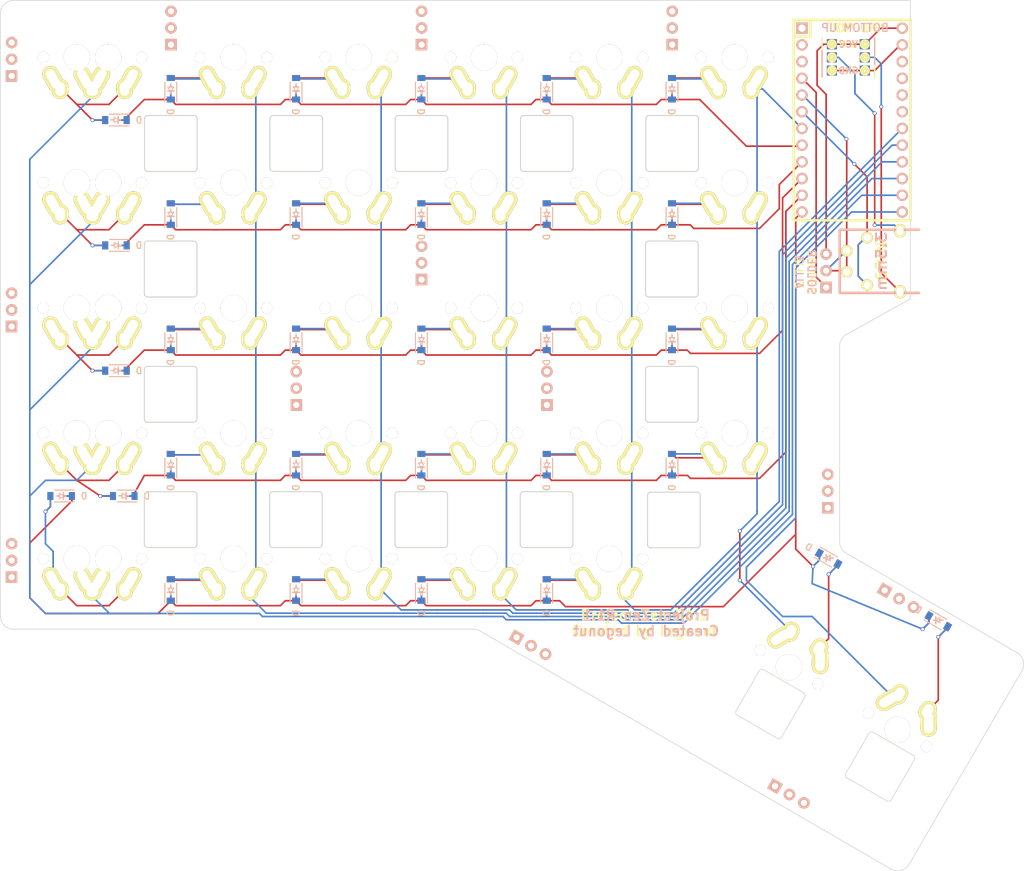
<source format=kicad_pcb>
(kicad_pcb (version 4) (host pcbnew 4.0.7)
  (layers (0 F.Cu signal) (31 B.Cu signal) (34 B.Paste user) (35 F.Paste user) (36 B.SilkS user) (37 F.SilkS user) (38 B.Mask user) (39 F.Mask user) (44 Edge.Cuts user))
  (net 0 "")
  (module keebs:MXALPS_FLIP (layer F.Cu) (at 100.0125 107.15625 180)
    (fp_text reference "" (at 0 3.048 180) (layer F.SilkS) (effects (font (thickness 0.3048))))
    (fp_text value SW_PUSH hide)
    (pad 1 thru_hole oval (at -2.48 -4.79 183.9) (size 2.5 3.08) (drill oval 1.5 2.08) (layers *.Cu *.Mask F.SilkS))
    (pad 2 thru_hole oval (at 3.595 -3.27 209) (size 2.5 4.17) (drill oval 1.4 3.17) (layers *.Cu *.Mask F.SilkS))
    (pad "" np_thru_hole circle (at 0 0 180) (size 3.98781 3.98781) (drill 3.9878) (layers *.Cu *.Mask F.SilkS) (clearance 0.1524))
    (pad "" np_thru_hole circle (at -5.08 0 180) (size 1.70181 1.70181) (drill 1.7018) (layers *.Cu *.Mask F.SilkS) (clearance 0.1524))
    (pad "" np_thru_hole circle (at 5.08 0 180) (size 1.70181 1.70181) (drill 1.7018) (layers *.Cu *.Mask F.SilkS) (clearance 0.1524))
    (pad 1 thru_hole oval (at -3.405 -3.27 150.95) (size 2.5 4.17) (drill oval 1.4 3.17) (layers *.Cu *.Mask F.SilkS))
    (pad 2 thru_hole oval (at 2.52 -4.79 176.1) (size 2.5 3.08) (drill oval 1.5 2.08) (layers *.Cu *.Mask F.SilkS))
  )
  (module keebs:MXALPS_FLIP (layer F.Cu) (at 119.0625 126.20625 180)
    (fp_text reference "" (at 0 3.048 180) (layer F.SilkS) (effects (font (thickness 0.3048))))
    (fp_text value SW_PUSH hide)
    (pad 1 thru_hole oval (at -2.48 -4.79 183.9) (size 2.5 3.08) (drill oval 1.5 2.08) (layers *.Cu *.Mask F.SilkS))
    (pad 2 thru_hole oval (at 3.595 -3.27 209) (size 2.5 4.17) (drill oval 1.4 3.17) (layers *.Cu *.Mask F.SilkS))
    (pad "" np_thru_hole circle (at 0 0 180) (size 3.98781 3.98781) (drill 3.9878) (layers *.Cu *.Mask F.SilkS) (clearance 0.1524))
    (pad "" np_thru_hole circle (at -5.08 0 180) (size 1.70181 1.70181) (drill 1.7018) (layers *.Cu *.Mask F.SilkS) (clearance 0.1524))
    (pad "" np_thru_hole circle (at 5.08 0 180) (size 1.70181 1.70181) (drill 1.7018) (layers *.Cu *.Mask F.SilkS) (clearance 0.1524))
    (pad 1 thru_hole oval (at -3.405 -3.27 150.95) (size 2.5 4.17) (drill oval 1.4 3.17) (layers *.Cu *.Mask F.SilkS))
    (pad 2 thru_hole oval (at 2.52 -4.79 176.1) (size 2.5 3.08) (drill oval 1.5 2.08) (layers *.Cu *.Mask F.SilkS))
  )
  (module keebs:Board-Board-Conn (layer F.Cu) (at 190.25 116 90)
    (fp_text reference "" (at -14.03125 -0.428125 180) (layer F.SilkS) (effects (font (size 1.27 1.524) (thickness 0.2032))))
    (fp_text value "" hide)
    (pad 1 thru_hole rect (at -2.47 0.12 90) (size 1.7526 1.7526) (drill 0.95) (layers *.Cu *.SilkS *.Mask))
    (pad 2 thru_hole circle (at 0.07 0.12 90) (size 1.7526 1.7526) (drill 0.95) (layers *.Cu *.SilkS *.Mask))
    (pad 3 thru_hole circle (at 2.61 0.12 90) (size 1.7526 1.7526) (drill 0.95) (layers *.Cu *.SilkS *.Mask))
  )
  (module keebs:Board-Board-Conn (layer F.Cu) (at 201.215625 132.159375 330)
    (fp_text reference "" (at -14.03125 -0.428125 420) (layer F.SilkS) (effects (font (size 1.27 1.524) (thickness 0.2032))))
    (fp_text value "" hide)
    (pad 1 thru_hole rect (at -2.47 0.12 330) (size 1.7526 1.7526) (drill 0.95) (layers *.Cu *.SilkS *.Mask))
    (pad 2 thru_hole circle (at 0.07 0.12 330) (size 1.7526 1.7526) (drill 0.95) (layers *.Cu *.SilkS *.Mask))
    (pad 3 thru_hole circle (at 2.61 0.12 210) (size 1.7526 1.7526) (drill 0.95) (layers *.Cu *.SilkS *.Mask))
  )
  (module keebs:Board-Board-Conn (layer F.Cu) (at 184.546875 161.925 330)
    (fp_text reference "" (at -14.03125 -0.428125 420) (layer F.SilkS) (effects (font (size 1.27 1.524) (thickness 0.2032))))
    (fp_text value "" hide)
    (pad 1 thru_hole rect (at -2.47 0.12 330) (size 1.7526 1.7526) (drill 0.95) (layers *.Cu *.SilkS *.Mask))
    (pad 2 thru_hole circle (at 0.07 0.12 330) (size 1.7526 1.7526) (drill 0.95) (layers *.Cu *.SilkS *.Mask))
    (pad 3 thru_hole circle (at 2.61 0.12 210) (size 1.7526 1.7526) (drill 0.95) (layers *.Cu *.SilkS *.Mask))
  )
  (module keebs:Board-Board-Conn (layer F.Cu) (at 145.25625 139.303125 330)
    (fp_text reference "" (at -14.03125 -0.428125 420) (layer F.SilkS) (effects (font (size 1.27 1.524) (thickness 0.2032))))
    (fp_text value "" hide)
    (pad 1 thru_hole rect (at -2.47 0.12 330) (size 1.7526 1.7526) (drill 0.95) (layers *.Cu *.SilkS *.Mask))
    (pad 2 thru_hole circle (at 0.07 0.12 330) (size 1.7526 1.7526) (drill 0.95) (layers *.Cu *.SilkS *.Mask))
    (pad 3 thru_hole circle (at 2.61 0.12 210) (size 1.7526 1.7526) (drill 0.95) (layers *.Cu *.SilkS *.Mask))
  )
  (module keebs:Board-Board-Conn (layer F.Cu) (at 109.45 100.36875 90)
    (fp_text reference "" (at -14.03125 -0.428125 180) (layer F.SilkS) (effects (font (size 1.27 1.524) (thickness 0.2032))))
    (fp_text value "" hide)
    (pad 1 thru_hole rect (at -2.47 0.12 90) (size 1.7526 1.7526) (drill 0.95) (layers *.Cu *.SilkS *.Mask))
    (pad 2 thru_hole circle (at 0.07 0.12 90) (size 1.7526 1.7526) (drill 0.95) (layers *.Cu *.SilkS *.Mask))
    (pad 3 thru_hole circle (at 2.61 0.12 90) (size 1.7526 1.7526) (drill 0.95) (layers *.Cu *.SilkS *.Mask))
  )
  (module keebs:Board-Board-Conn (layer F.Cu) (at 147.55 100.36875 90)
    (fp_text reference "" (at -14.03125 -0.428125 180) (layer F.SilkS) (effects (font (size 1.27 1.524) (thickness 0.2032))))
    (fp_text value "" hide)
    (pad 1 thru_hole rect (at -2.47 0.12 90) (size 1.7526 1.7526) (drill 0.95) (layers *.Cu *.SilkS *.Mask))
    (pad 2 thru_hole circle (at 0.07 0.12 90) (size 1.7526 1.7526) (drill 0.95) (layers *.Cu *.SilkS *.Mask))
    (pad 3 thru_hole circle (at 2.61 0.12 90) (size 1.7526 1.7526) (drill 0.95) (layers *.Cu *.SilkS *.Mask))
  )
  (module keebs:Board-Board-Conn (layer F.Cu) (at 128.5 81.31875 90)
    (fp_text reference "" (at -14.03125 -0.428125 180) (layer F.SilkS) (effects (font (size 1.27 1.524) (thickness 0.2032))))
    (fp_text value "" hide)
    (pad 1 thru_hole rect (at -2.47 0.12 90) (size 1.7526 1.7526) (drill 0.95) (layers *.Cu *.SilkS *.Mask))
    (pad 2 thru_hole circle (at 0.07 0.12 90) (size 1.7526 1.7526) (drill 0.95) (layers *.Cu *.SilkS *.Mask))
    (pad 3 thru_hole circle (at 2.61 0.12 90) (size 1.7526 1.7526) (drill 0.95) (layers *.Cu *.SilkS *.Mask))
  )
  (module keebs:Board-Board-Conn (layer F.Cu) (at 166.6 45.6 90)
    (fp_text reference "" (at -14.03125 -0.428125 180) (layer F.SilkS) (effects (font (size 1.27 1.524) (thickness 0.2032))))
    (fp_text value "" hide)
    (pad 1 thru_hole rect (at -2.47 0.12 90) (size 1.7526 1.7526) (drill 0.95) (layers *.Cu *.SilkS *.Mask))
    (pad 2 thru_hole circle (at 0.07 0.12 90) (size 1.7526 1.7526) (drill 0.95) (layers *.Cu *.SilkS *.Mask))
    (pad 3 thru_hole circle (at 2.61 0.12 90) (size 1.7526 1.7526) (drill 0.95) (layers *.Cu *.SilkS *.Mask))
  )
  (module keebs:Board-Board-Conn (layer F.Cu) (at 128.5 45.6 90)
    (fp_text reference "" (at -14.03125 -0.428125 180) (layer F.SilkS) (effects (font (size 1.27 1.524) (thickness 0.2032))))
    (fp_text value "" hide)
    (pad 1 thru_hole rect (at -2.47 0.12 90) (size 1.7526 1.7526) (drill 0.95) (layers *.Cu *.SilkS *.Mask))
    (pad 2 thru_hole circle (at 0.07 0.12 90) (size 1.7526 1.7526) (drill 0.95) (layers *.Cu *.SilkS *.Mask))
    (pad 3 thru_hole circle (at 2.61 0.12 90) (size 1.7526 1.7526) (drill 0.95) (layers *.Cu *.SilkS *.Mask))
  )
  (module keebs:Board-Board-Conn (layer F.Cu) (at 90.4 45.6 90)
    (fp_text reference "" (at -14.03125 -0.428125 180) (layer F.SilkS) (effects (font (size 1.27 1.524) (thickness 0.2032))))
    (fp_text value "" hide)
    (pad 1 thru_hole rect (at -2.47 0.12 90) (size 1.7526 1.7526) (drill 0.95) (layers *.Cu *.SilkS *.Mask))
    (pad 2 thru_hole circle (at 0.07 0.12 90) (size 1.7526 1.7526) (drill 0.95) (layers *.Cu *.SilkS *.Mask))
    (pad 3 thru_hole circle (at 2.61 0.12 90) (size 1.7526 1.7526) (drill 0.95) (layers *.Cu *.SilkS *.Mask))
  )
  (module keebs:Board-Board-Conn (layer F.Cu) (at 66.175 50.353125 90)
    (fp_text reference "" (at -14.03125 -0.428125 180) (layer F.SilkS) (effects (font (size 1.27 1.524) (thickness 0.2032))))
    (fp_text value "" hide)
    (pad 1 thru_hole rect (at -2.47 0.12 90) (size 1.7526 1.7526) (drill 0.95) (layers *.Cu *.SilkS *.Mask))
    (pad 2 thru_hole circle (at 0.07 0.12 90) (size 1.7526 1.7526) (drill 0.95) (layers *.Cu *.SilkS *.Mask))
    (pad 3 thru_hole circle (at 2.61 0.12 90) (size 1.7526 1.7526) (drill 0.95) (layers *.Cu *.SilkS *.Mask))
  )
  (module keebs:Board-Board-Conn (layer F.Cu) (at 66.175 88.453125 90)
    (fp_text reference "" (at -14.03125 -0.428125 180) (layer F.SilkS) (effects (font (size 1.27 1.524) (thickness 0.2032))))
    (fp_text value "" hide)
    (pad 1 thru_hole rect (at -2.47 0.12 90) (size 1.7526 1.7526) (drill 0.95) (layers *.Cu *.SilkS *.Mask))
    (pad 2 thru_hole circle (at 0.07 0.12 90) (size 1.7526 1.7526) (drill 0.95) (layers *.Cu *.SilkS *.Mask))
    (pad 3 thru_hole circle (at 2.61 0.12 90) (size 1.7526 1.7526) (drill 0.95) (layers *.Cu *.SilkS *.Mask))
  )
  (module keebs:Board-Board-Conn (layer F.Cu) (at 66.175 126.553125 90)
    (fp_text reference "" (at -14.03125 -0.428125 180) (layer F.SilkS) (effects (font (size 1.27 1.524) (thickness 0.2032))))
    (fp_text value "" hide)
    (pad 1 thru_hole rect (at -2.47 0.12 90) (size 1.7526 1.7526) (drill 0.95) (layers *.Cu *.SilkS *.Mask))
    (pad 2 thru_hole circle (at 0.07 0.12 90) (size 1.7526 1.7526) (drill 0.95) (layers *.Cu *.SilkS *.Mask))
    (pad 3 thru_hole circle (at 2.61 0.12 90) (size 1.7526 1.7526) (drill 0.95) (layers *.Cu *.SilkS *.Mask))
  )
  (module keebs:SOD-123 (layer F.Cu) (at 73.81875 116.68125 180)
    (fp_text reference D (at -3.5 0 180) (layer F.SilkS))
    (fp_text value DIODE)
    (pad 1 smd rect (at -1.635 0 180) (size 0.91 1.22) (layers F.Cu F.Paste F.Mask))
    (pad 2 smd rect (at 1.635 0 180) (size 0.91 1.22) (layers F.Cu F.Paste F.Mask))
  )
  (module keebs:SOD-123 (layer B.Cu) (at 73.81875 116.68125 180)
    (fp_text reference D (at -3.5 0 180) (layer B.SilkS) (effects (justify mirror)))
    (fp_text value DIODE)
    (pad 1 smd rect (at -1.635 0 180) (size 0.91 1.22) (layers B.Cu B.Paste B.Mask))
    (pad 2 smd rect (at 1.635 0 180) (size 0.91 1.22) (layers B.Cu B.Paste B.Mask))
  )
  (module keebs:SOD-123 (layer B.Cu) (at 83.34375 116.68125 180)
    (fp_text reference D (at -3.5 0 180) (layer B.SilkS) (effects (justify mirror)))
    (fp_text value DIODE)
    (pad 1 smd rect (at -1.635 0 180) (size 0.91 1.22) (layers B.Cu B.Paste B.Mask))
    (pad 2 smd rect (at 1.635 0 180) (size 0.91 1.22) (layers B.Cu B.Paste B.Mask))
  )
  (module keebs:SOD-123 (layer B.Cu) (at 82.153125 97.63125 180)
    (fp_text reference D (at -3.5 0 180) (layer B.SilkS) (effects (justify mirror)))
    (fp_text value DIODE)
    (pad 1 smd rect (at -1.635 0 180) (size 0.91 1.22) (layers B.Cu B.Paste B.Mask))
    (pad 2 smd rect (at 1.635 0 180) (size 0.91 1.22) (layers B.Cu B.Paste B.Mask))
  )
  (module keebs:SOD-123 (layer B.Cu) (at 82.153125 78.58125 180)
    (fp_text reference D (at -3.5 0 180) (layer B.SilkS) (effects (justify mirror)))
    (fp_text value DIODE)
    (pad 1 smd rect (at -1.635 0 180) (size 0.91 1.22) (layers B.Cu B.Paste B.Mask))
    (pad 2 smd rect (at 1.635 0 180) (size 0.91 1.22) (layers B.Cu B.Paste B.Mask))
  )
  (module keebs:SOD-123 (layer F.Cu) (at 83.34375 116.68125 180)
    (fp_text reference D (at -3.5 0 180) (layer F.SilkS))
    (fp_text value DIODE)
    (pad 1 smd rect (at -1.635 0 180) (size 0.91 1.22) (layers F.Cu F.Paste F.Mask))
    (pad 2 smd rect (at 1.635 0 180) (size 0.91 1.22) (layers F.Cu F.Paste F.Mask))
  )
  (module keebs:SOD-123 (layer F.Cu) (at 82.153125 97.63125 180)
    (fp_text reference D (at -3.5 0 180) (layer F.SilkS))
    (fp_text value DIODE)
    (pad 1 smd rect (at -1.635 0 180) (size 0.91 1.22) (layers F.Cu F.Paste F.Mask))
    (pad 2 smd rect (at 1.635 0 180) (size 0.91 1.22) (layers F.Cu F.Paste F.Mask))
  )
  (module keebs:SOD-123 (layer F.Cu) (at 82.153125 78.58125 180)
    (fp_text reference D (at -3.5 0 180) (layer F.SilkS))
    (fp_text value DIODE)
    (pad 1 smd rect (at -1.635 0 180) (size 0.91 1.22) (layers F.Cu F.Paste F.Mask))
    (pad 2 smd rect (at 1.635 0 180) (size 0.91 1.22) (layers F.Cu F.Paste F.Mask))
  )
  (module keebs:jumper (layer F.Cu) (at 198 50 90)
    (fp_text reference "" (at 0 0.5 90) (layer F.SilkS))
    (fp_text value 3PIN)
    (pad 1 smd rect (at -2 -2 90) (size 1.524 1.524) (layers F.Cu F.Paste F.Mask))
    (pad 2 smd rect (at 0 -2 90) (size 1.524 1.524) (layers F.Cu F.Paste F.Mask))
    (pad 3 smd rect (at 2 -2 90) (size 1.524 1.524) (layers F.Cu F.Paste F.Mask))
    (pad 1 smd rect (at -2 -2 90) (size 1.524 1.524) (layers B.Cu F.Paste F.Mask))
    (pad 2 smd rect (at 0 -2 90) (size 1.524 1.524) (layers B.Cu F.Paste F.Mask))
    (pad 3 smd rect (at 2 -2 90) (size 1.524 1.524) (layers B.Cu F.Paste F.Mask))
    (pad 2 thru_hole circle (at -0.01 -1.99 90) (size 1.524 1.524) (drill 0.25) (layers *.Cu *.Mask F.SilkS))
    (pad 3 thru_hole circle (at 2 -2.01 90) (size 1.524 1.524) (drill 0.25) (layers *.Cu *.Mask F.SilkS))
    (pad 1 thru_hole circle (at -2.01 -1.99 90) (size 1.524 1.524) (drill 0.25) (layers *.Cu *.Mask F.SilkS))
  )
  (module keebs:SOD-123 (layer B.Cu) (at 82.153125 59.53125 180)
    (fp_text reference D (at -3.5 0 180) (layer B.SilkS) (effects (justify mirror)))
    (fp_text value DIODE)
    (pad 1 smd rect (at -1.635 0 180) (size 0.91 1.22) (layers B.Cu B.Paste B.Mask))
    (pad 2 smd rect (at 1.635 0 180) (size 0.91 1.22) (layers B.Cu B.Paste B.Mask))
  )
  (module keebs:SOD-123 (layer F.Cu) (at 82.153125 59.53125 180)
    (fp_text reference D (at -3.5 0 180) (layer F.SilkS))
    (fp_text value DIODE)
    (pad 1 smd rect (at -1.635 0 180) (size 0.91 1.22) (layers F.Cu F.Paste F.Mask))
    (pad 2 smd rect (at 1.635 0 180) (size 0.91 1.22) (layers F.Cu F.Paste F.Mask))
  )
  (module keebs:SOD-123 (layer B.Cu) (at 207.16875 135.73125 330)
    (fp_text reference D (at -3.5 0 330) (layer B.SilkS) (effects (justify mirror)))
    (fp_text value DIODE)
    (pad 1 smd rect (at -1.635 0 330) (size 0.91 1.22) (layers B.Cu B.Paste B.Mask))
    (pad 2 smd rect (at 1.635 0 330) (size 0.91 1.22) (layers B.Cu B.Paste B.Mask))
  )
  (module keebs:SOD-123 (layer F.Cu) (at 190.5 126.20625 330)
    (fp_text reference D (at -3.5 0 330) (layer F.SilkS))
    (fp_text value DIODE)
    (pad 1 smd rect (at -1.635 0 330) (size 0.91 1.22) (layers F.Cu F.Paste F.Mask))
    (pad 2 smd rect (at 1.635 0 330) (size 0.91 1.22) (layers F.Cu F.Paste F.Mask))
  )
  (module keebs:SOD-123 (layer B.Cu) (at 147.6375 130.96875 90)
    (fp_text reference D (at -3.5 0 90) (layer B.SilkS) (effects (justify mirror)))
    (fp_text value DIODE)
    (pad 1 smd rect (at -1.635 0 90) (size 0.91 1.22) (layers B.Cu B.Paste B.Mask))
    (pad 2 smd rect (at 1.635 0 90) (size 0.91 1.22) (layers B.Cu B.Paste B.Mask))
  )
  (module keebs:SOD-123 (layer B.Cu) (at 128.5875 130.96875 90)
    (fp_text reference D (at -3.5 0 90) (layer B.SilkS) (effects (justify mirror)))
    (fp_text value DIODE)
    (pad 1 smd rect (at -1.635 0 90) (size 0.91 1.22) (layers B.Cu B.Paste B.Mask))
    (pad 2 smd rect (at 1.635 0 90) (size 0.91 1.22) (layers B.Cu B.Paste B.Mask))
  )
  (module keebs:SOD-123 (layer B.Cu) (at 109.5375 130.96875 90)
    (fp_text reference D (at -3.5 0 90) (layer B.SilkS) (effects (justify mirror)))
    (fp_text value DIODE)
    (pad 1 smd rect (at -1.635 0 90) (size 0.91 1.22) (layers B.Cu B.Paste B.Mask))
    (pad 2 smd rect (at 1.635 0 90) (size 0.91 1.22) (layers B.Cu B.Paste B.Mask))
  )
  (module keebs:SOD-123 (layer B.Cu) (at 90.4875 130.96875 90)
    (fp_text reference D (at -3.5 0 90) (layer B.SilkS) (effects (justify mirror)))
    (fp_text value DIODE)
    (pad 1 smd rect (at -1.635 0 90) (size 0.91 1.22) (layers B.Cu B.Paste B.Mask))
    (pad 2 smd rect (at 1.635 0 90) (size 0.91 1.22) (layers B.Cu B.Paste B.Mask))
  )
  (module keebs:SOD-123 (layer B.Cu) (at 166.6875 111.91875 90)
    (fp_text reference D (at -3.5 0 90) (layer B.SilkS) (effects (justify mirror)))
    (fp_text value DIODE)
    (pad 1 smd rect (at -1.635 0 90) (size 0.91 1.22) (layers B.Cu B.Paste B.Mask))
    (pad 2 smd rect (at 1.635 0 90) (size 0.91 1.22) (layers B.Cu B.Paste B.Mask))
  )
  (module keebs:SOD-123 (layer B.Cu) (at 147.6375 111.91875 90)
    (fp_text reference D (at -3.5 0 90) (layer B.SilkS) (effects (justify mirror)))
    (fp_text value DIODE)
    (pad 1 smd rect (at -1.635 0 90) (size 0.91 1.22) (layers B.Cu B.Paste B.Mask))
    (pad 2 smd rect (at 1.635 0 90) (size 0.91 1.22) (layers B.Cu B.Paste B.Mask))
  )
  (module keebs:SOD-123 (layer B.Cu) (at 128.5875 111.91875 90)
    (fp_text reference D (at -3.5 0 90) (layer B.SilkS) (effects (justify mirror)))
    (fp_text value DIODE)
    (pad 1 smd rect (at -1.635 0 90) (size 0.91 1.22) (layers B.Cu B.Paste B.Mask))
    (pad 2 smd rect (at 1.635 0 90) (size 0.91 1.22) (layers B.Cu B.Paste B.Mask))
  )
  (module keebs:SOD-123 (layer B.Cu) (at 109.5375 111.91875 90)
    (fp_text reference D (at -3.5 0 90) (layer B.SilkS) (effects (justify mirror)))
    (fp_text value DIODE)
    (pad 1 smd rect (at -1.635 0 90) (size 0.91 1.22) (layers B.Cu B.Paste B.Mask))
    (pad 2 smd rect (at 1.635 0 90) (size 0.91 1.22) (layers B.Cu B.Paste B.Mask))
  )
  (module keebs:SOD-123 (layer B.Cu) (at 90.4875 111.91875 90)
    (fp_text reference D (at -3.5 0 90) (layer B.SilkS) (effects (justify mirror)))
    (fp_text value DIODE)
    (pad 1 smd rect (at -1.635 0 90) (size 0.91 1.22) (layers B.Cu B.Paste B.Mask))
    (pad 2 smd rect (at 1.635 0 90) (size 0.91 1.22) (layers B.Cu B.Paste B.Mask))
  )
  (module keebs:SOD-123 (layer B.Cu) (at 166.6875 92.86875 90)
    (fp_text reference D (at -3.5 0 90) (layer B.SilkS) (effects (justify mirror)))
    (fp_text value DIODE)
    (pad 1 smd rect (at -1.635 0 90) (size 0.91 1.22) (layers B.Cu B.Paste B.Mask))
    (pad 2 smd rect (at 1.635 0 90) (size 0.91 1.22) (layers B.Cu B.Paste B.Mask))
  )
  (module keebs:SOD-123 (layer B.Cu) (at 147.6375 92.86875 90)
    (fp_text reference D (at -3.5 0 90) (layer B.SilkS) (effects (justify mirror)))
    (fp_text value DIODE)
    (pad 1 smd rect (at -1.635 0 90) (size 0.91 1.22) (layers B.Cu B.Paste B.Mask))
    (pad 2 smd rect (at 1.635 0 90) (size 0.91 1.22) (layers B.Cu B.Paste B.Mask))
  )
  (module keebs:SOD-123 (layer B.Cu) (at 128.5875 92.86875 90)
    (fp_text reference D (at -3.5 0 90) (layer B.SilkS) (effects (justify mirror)))
    (fp_text value DIODE)
    (pad 1 smd rect (at -1.635 0 90) (size 0.91 1.22) (layers B.Cu B.Paste B.Mask))
    (pad 2 smd rect (at 1.635 0 90) (size 0.91 1.22) (layers B.Cu B.Paste B.Mask))
  )
  (module keebs:SOD-123 (layer B.Cu) (at 109.5375 92.86875 90)
    (fp_text reference D (at -3.5 0 90) (layer B.SilkS) (effects (justify mirror)))
    (fp_text value DIODE)
    (pad 1 smd rect (at -1.635 0 90) (size 0.91 1.22) (layers B.Cu B.Paste B.Mask))
    (pad 2 smd rect (at 1.635 0 90) (size 0.91 1.22) (layers B.Cu B.Paste B.Mask))
  )
  (module keebs:SOD-123 (layer B.Cu) (at 90.4875 92.86875 90)
    (fp_text reference D (at -3.5 0 90) (layer B.SilkS) (effects (justify mirror)))
    (fp_text value DIODE)
    (pad 1 smd rect (at -1.635 0 90) (size 0.91 1.22) (layers B.Cu B.Paste B.Mask))
    (pad 2 smd rect (at 1.635 0 90) (size 0.91 1.22) (layers B.Cu B.Paste B.Mask))
  )
  (module keebs:SOD-123 (layer B.Cu) (at 166.6875 73.81875 90)
    (fp_text reference D (at -3.5 0 90) (layer B.SilkS) (effects (justify mirror)))
    (fp_text value DIODE)
    (pad 1 smd rect (at -1.635 0 90) (size 0.91 1.22) (layers B.Cu B.Paste B.Mask))
    (pad 2 smd rect (at 1.635 0 90) (size 0.91 1.22) (layers B.Cu B.Paste B.Mask))
  )
  (module keebs:SOD-123 (layer B.Cu) (at 147.6375 73.81875 90)
    (fp_text reference D (at -3.5 0 90) (layer B.SilkS) (effects (justify mirror)))
    (fp_text value DIODE)
    (pad 1 smd rect (at -1.635 0 90) (size 0.91 1.22) (layers B.Cu B.Paste B.Mask))
    (pad 2 smd rect (at 1.635 0 90) (size 0.91 1.22) (layers B.Cu B.Paste B.Mask))
  )
  (module keebs:SOD-123 (layer B.Cu) (at 128.5875 73.81875 90)
    (fp_text reference D (at -3.5 0 90) (layer B.SilkS) (effects (justify mirror)))
    (fp_text value DIODE)
    (pad 1 smd rect (at -1.635 0 90) (size 0.91 1.22) (layers B.Cu B.Paste B.Mask))
    (pad 2 smd rect (at 1.635 0 90) (size 0.91 1.22) (layers B.Cu B.Paste B.Mask))
  )
  (module keebs:SOD-123 (layer B.Cu) (at 109.5375 73.81875 90)
    (fp_text reference D (at -3.5 0 90) (layer B.SilkS) (effects (justify mirror)))
    (fp_text value DIODE)
    (pad 1 smd rect (at -1.635 0 90) (size 0.91 1.22) (layers B.Cu B.Paste B.Mask))
    (pad 2 smd rect (at 1.635 0 90) (size 0.91 1.22) (layers B.Cu B.Paste B.Mask))
  )
  (module keebs:SOD-123 (layer B.Cu) (at 90.4875 73.81875 90)
    (fp_text reference D (at -3.5 0 90) (layer B.SilkS) (effects (justify mirror)))
    (fp_text value DIODE)
    (pad 1 smd rect (at -1.635 0 90) (size 0.91 1.22) (layers B.Cu B.Paste B.Mask))
    (pad 2 smd rect (at 1.635 0 90) (size 0.91 1.22) (layers B.Cu B.Paste B.Mask))
  )
  (module keebs:SOD-123 (layer B.Cu) (at 166.6875 54.76875 90)
    (fp_text reference D (at -3.5 0 90) (layer B.SilkS) (effects (justify mirror)))
    (fp_text value DIODE)
    (pad 1 smd rect (at -1.635 0 90) (size 0.91 1.22) (layers B.Cu B.Paste B.Mask))
    (pad 2 smd rect (at 1.635 0 90) (size 0.91 1.22) (layers B.Cu B.Paste B.Mask))
  )
  (module keebs:SOD-123 (layer B.Cu) (at 147.6375 54.76875 90)
    (fp_text reference D (at -3.5 0 90) (layer B.SilkS) (effects (justify mirror)))
    (fp_text value DIODE)
    (pad 1 smd rect (at -1.635 0 90) (size 0.91 1.22) (layers B.Cu B.Paste B.Mask))
    (pad 2 smd rect (at 1.635 0 90) (size 0.91 1.22) (layers B.Cu B.Paste B.Mask))
  )
  (module keebs:SOD-123 (layer B.Cu) (at 128.5875 54.76875 90)
    (fp_text reference D (at -3.5 0 90) (layer B.SilkS) (effects (justify mirror)))
    (fp_text value DIODE)
    (pad 1 smd rect (at -1.635 0 90) (size 0.91 1.22) (layers B.Cu B.Paste B.Mask))
    (pad 2 smd rect (at 1.635 0 90) (size 0.91 1.22) (layers B.Cu B.Paste B.Mask))
  )
  (module keebs:SOD-123 (layer B.Cu) (at 109.5375 54.76875 90)
    (fp_text reference D (at -3.5 0 90) (layer B.SilkS) (effects (justify mirror)))
    (fp_text value DIODE)
    (pad 1 smd rect (at -1.635 0 90) (size 0.91 1.22) (layers B.Cu B.Paste B.Mask))
    (pad 2 smd rect (at 1.635 0 90) (size 0.91 1.22) (layers B.Cu B.Paste B.Mask))
  )
  (module keebs:SOD-123 (layer B.Cu) (at 90.4875 54.76875 90)
    (fp_text reference D (at -3.5 0 90) (layer B.SilkS) (effects (justify mirror)))
    (fp_text value DIODE)
    (pad 1 smd rect (at -1.635 0 90) (size 0.91 1.22) (layers B.Cu B.Paste B.Mask))
    (pad 2 smd rect (at 1.635 0 90) (size 0.91 1.22) (layers B.Cu B.Paste B.Mask))
  )
  (module keebs:MXALPS_FLIP (layer F.Cu) (at 76.2 126.20625 180)
    (fp_text reference "" (at 0 3.048 180) (layer F.SilkS) (effects (font (thickness 0.3048))))
    (fp_text value SW_PUSH hide)
    (pad 1 thru_hole oval (at -2.48 -4.79 183.9) (size 2.5 3.08) (drill oval 1.5 2.08) (layers *.Cu *.Mask F.SilkS))
    (pad 2 thru_hole oval (at 3.595 -3.27 209) (size 2.5 4.17) (drill oval 1.4 3.17) (layers *.Cu *.Mask F.SilkS))
    (pad "" np_thru_hole circle (at 0 0 180) (size 3.98781 3.98781) (drill 3.9878) (layers *.Cu *.Mask F.SilkS) (clearance 0.1524))
    (pad "" np_thru_hole circle (at -5.08 0 180) (size 1.70181 1.70181) (drill 1.7018) (layers *.Cu *.Mask F.SilkS) (clearance 0.1524))
    (pad "" np_thru_hole circle (at 5.08 0 180) (size 1.70181 1.70181) (drill 1.7018) (layers *.Cu *.Mask F.SilkS) (clearance 0.1524))
    (pad 1 thru_hole oval (at -3.405 -3.27 150.95) (size 2.5 4.17) (drill oval 1.4 3.17) (layers *.Cu *.Mask F.SilkS))
    (pad 2 thru_hole oval (at 2.52 -4.79 176.1) (size 2.5 3.08) (drill oval 1.5 2.08) (layers *.Cu *.Mask F.SilkS))
  )
  (module keebs:MXALPS_FLIP (layer F.Cu) (at 76.2 107.15625 180)
    (fp_text reference "" (at 0 3.048 180) (layer F.SilkS) (effects (font (thickness 0.3048))))
    (fp_text value SW_PUSH hide)
    (pad 1 thru_hole oval (at -2.48 -4.79 183.9) (size 2.5 3.08) (drill oval 1.5 2.08) (layers *.Cu *.Mask F.SilkS))
    (pad 2 thru_hole oval (at 3.595 -3.27 209) (size 2.5 4.17) (drill oval 1.4 3.17) (layers *.Cu *.Mask F.SilkS))
    (pad "" np_thru_hole circle (at 0 0 180) (size 3.98781 3.98781) (drill 3.9878) (layers *.Cu *.Mask F.SilkS) (clearance 0.1524))
    (pad "" np_thru_hole circle (at -5.08 0 180) (size 1.70181 1.70181) (drill 1.7018) (layers *.Cu *.Mask F.SilkS) (clearance 0.1524))
    (pad "" np_thru_hole circle (at 5.08 0 180) (size 1.70181 1.70181) (drill 1.7018) (layers *.Cu *.Mask F.SilkS) (clearance 0.1524))
    (pad 1 thru_hole oval (at -3.405 -3.27 150.95) (size 2.5 4.17) (drill oval 1.4 3.17) (layers *.Cu *.Mask F.SilkS))
    (pad 2 thru_hole oval (at 2.52 -4.79 176.1) (size 2.5 3.08) (drill oval 1.5 2.08) (layers *.Cu *.Mask F.SilkS))
  )
  (module keebs:MXALPS_FLIP (layer F.Cu) (at 76.2 88.10625 180)
    (fp_text reference "" (at 0 3.048 180) (layer F.SilkS) (effects (font (thickness 0.3048))))
    (fp_text value SW_PUSH hide)
    (pad 1 thru_hole oval (at -2.48 -4.79 183.9) (size 2.5 3.08) (drill oval 1.5 2.08) (layers *.Cu *.Mask F.SilkS))
    (pad 2 thru_hole oval (at 3.595 -3.27 209) (size 2.5 4.17) (drill oval 1.4 3.17) (layers *.Cu *.Mask F.SilkS))
    (pad "" np_thru_hole circle (at 0 0 180) (size 3.98781 3.98781) (drill 3.9878) (layers *.Cu *.Mask F.SilkS) (clearance 0.1524))
    (pad "" np_thru_hole circle (at -5.08 0 180) (size 1.70181 1.70181) (drill 1.7018) (layers *.Cu *.Mask F.SilkS) (clearance 0.1524))
    (pad "" np_thru_hole circle (at 5.08 0 180) (size 1.70181 1.70181) (drill 1.7018) (layers *.Cu *.Mask F.SilkS) (clearance 0.1524))
    (pad 1 thru_hole oval (at -3.405 -3.27 150.95) (size 2.5 4.17) (drill oval 1.4 3.17) (layers *.Cu *.Mask F.SilkS))
    (pad 2 thru_hole oval (at 2.52 -4.79 176.1) (size 2.5 3.08) (drill oval 1.5 2.08) (layers *.Cu *.Mask F.SilkS))
  )
  (module keebs:MXALPS_FLIP (layer F.Cu) (at 80.9625 69.05625 180)
    (fp_text reference "" (at 0 3.048 180) (layer F.SilkS) (effects (font (thickness 0.3048))))
    (fp_text value SW_PUSH hide)
    (pad 1 thru_hole oval (at -2.48 -4.79 183.9) (size 2.5 3.08) (drill oval 1.5 2.08) (layers *.Cu *.Mask F.SilkS))
    (pad 2 thru_hole oval (at 3.595 -3.27 209) (size 2.5 4.17) (drill oval 1.4 3.17) (layers *.Cu *.Mask F.SilkS))
    (pad "" np_thru_hole circle (at 0 0 180) (size 3.98781 3.98781) (drill 3.9878) (layers *.Cu *.Mask F.SilkS) (clearance 0.1524))
    (pad "" np_thru_hole circle (at -5.08 0 180) (size 1.70181 1.70181) (drill 1.7018) (layers *.Cu *.Mask F.SilkS) (clearance 0.1524))
    (pad "" np_thru_hole circle (at 5.08 0 180) (size 1.70181 1.70181) (drill 1.7018) (layers *.Cu *.Mask F.SilkS) (clearance 0.1524))
    (pad 1 thru_hole oval (at -3.405 -3.27 150.95) (size 2.5 4.17) (drill oval 1.4 3.17) (layers *.Cu *.Mask F.SilkS))
    (pad 2 thru_hole oval (at 2.52 -4.79 176.1) (size 2.5 3.08) (drill oval 1.5 2.08) (layers *.Cu *.Mask F.SilkS))
  )
  (module keebs:MXALPS_FLIP (layer F.Cu) (at 76.2 50.00625 180)
    (fp_text reference "" (at 0 3.048 180) (layer F.SilkS) (effects (font (thickness 0.3048))))
    (fp_text value SW_PUSH hide)
    (pad 1 thru_hole oval (at -2.48 -4.79 183.9) (size 2.5 3.08) (drill oval 1.5 2.08) (layers *.Cu *.Mask F.SilkS))
    (pad 2 thru_hole oval (at 3.595 -3.27 209) (size 2.5 4.17) (drill oval 1.4 3.17) (layers *.Cu *.Mask F.SilkS))
    (pad "" np_thru_hole circle (at 0 0 180) (size 3.98781 3.98781) (drill 3.9878) (layers *.Cu *.Mask F.SilkS) (clearance 0.1524))
    (pad "" np_thru_hole circle (at -5.08 0 180) (size 1.70181 1.70181) (drill 1.7018) (layers *.Cu *.Mask F.SilkS) (clearance 0.1524))
    (pad "" np_thru_hole circle (at 5.08 0 180) (size 1.70181 1.70181) (drill 1.7018) (layers *.Cu *.Mask F.SilkS) (clearance 0.1524))
    (pad 1 thru_hole oval (at -3.405 -3.27 150.95) (size 2.5 4.17) (drill oval 1.4 3.17) (layers *.Cu *.Mask F.SilkS))
    (pad 2 thru_hole oval (at 2.52 -4.79 176.1) (size 2.5 3.08) (drill oval 1.4 2.08) (layers *.Cu *.Mask F.SilkS))
  )
  (module keebs:MXALPS_FLIP (layer F.Cu) (at 80.9625 50.00625 180)
    (fp_text reference "" (at 0 3.048 180) (layer F.SilkS) (effects (font (thickness 0.3048))))
    (fp_text value SW_PUSH hide)
    (pad 1 thru_hole oval (at -2.48 -4.79 183.9) (size 2.5 3.08) (drill oval 1.4 2.08) (layers *.Cu *.Mask F.SilkS))
    (pad 2 thru_hole oval (at 3.595 -3.27 209) (size 2.5 4.17) (drill oval 1.4 3.17) (layers *.Cu *.Mask F.SilkS))
    (pad "" np_thru_hole circle (at 0 0 180) (size 3.98781 3.98781) (drill 3.9878) (layers *.Cu *.Mask F.SilkS) (clearance 0.1524))
    (pad "" np_thru_hole circle (at -5.08 0 180) (size 1.70181 1.70181) (drill 1.7018) (layers *.Cu *.Mask F.SilkS) (clearance 0.1524))
    (pad "" np_thru_hole circle (at 5.08 0 180) (size 1.70181 1.70181) (drill 1.7018) (layers *.Cu *.Mask F.SilkS) (clearance 0.1524))
    (pad 1 thru_hole oval (at -3.405 -3.27 150.95) (size 2.5 4.17) (drill oval 1.4 3.17) (layers *.Cu *.Mask F.SilkS))
    (pad 2 thru_hole oval (at 2.52 -4.79 176.1) (size 2.5 3.08) (drill oval 1.5 2.08) (layers *.Cu *.Mask F.SilkS))
  )
  (module keebs:SOD-123 (layer F.Cu) (at 207.16875 135.73125 330)
    (fp_text reference D (at -3.5 0 330) (layer F.SilkS))
    (fp_text value DIODE)
    (pad 1 smd rect (at -1.635 0 330) (size 0.91 1.22) (layers F.Cu F.Paste F.Mask))
    (pad 2 smd rect (at 1.635 0 330) (size 0.91 1.22) (layers F.Cu F.Paste F.Mask))
  )
  (module keebs:SOD-123 (layer B.Cu) (at 190.5 126.20625 330)
    (fp_text reference D (at -3.5 0 330) (layer B.SilkS) (effects (justify mirror)))
    (fp_text value DIODE)
    (pad 1 smd rect (at -1.635 0 330) (size 0.91 1.22) (layers B.Cu B.Paste B.Mask))
    (pad 2 smd rect (at 1.635 0 330) (size 0.91 1.22) (layers B.Cu B.Paste B.Mask))
  )
  (module keebs:SOD-123 (layer F.Cu) (at 90.4875 54.76875 90)
    (fp_text reference D (at -3.5 0 90) (layer F.SilkS))
    (fp_text value DIODE)
    (pad 1 smd rect (at -1.635 0 90) (size 0.91 1.22) (layers F.Cu F.Paste F.Mask))
    (pad 2 smd rect (at 1.635 0 90) (size 0.91 1.22) (layers F.Cu F.Paste F.Mask))
  )
  (module keebs:SOD-123 (layer F.Cu) (at 109.5375 54.76875 90)
    (fp_text reference D (at -3.5 0 90) (layer F.SilkS))
    (fp_text value DIODE)
    (pad 1 smd rect (at -1.635 0 90) (size 0.91 1.22) (layers F.Cu F.Paste F.Mask))
    (pad 2 smd rect (at 1.635 0 90) (size 0.91 1.22) (layers F.Cu F.Paste F.Mask))
  )
  (module keebs:SOD-123 (layer F.Cu) (at 128.5875 54.76875 90)
    (fp_text reference D (at -3.5 0 90) (layer F.SilkS))
    (fp_text value DIODE)
    (pad 1 smd rect (at -1.635 0 90) (size 0.91 1.22) (layers F.Cu F.Paste F.Mask))
    (pad 2 smd rect (at 1.635 0 90) (size 0.91 1.22) (layers F.Cu F.Paste F.Mask))
  )
  (module keebs:SOD-123 (layer F.Cu) (at 147.6375 54.76875 90)
    (fp_text reference D (at -3.5 0 90) (layer F.SilkS))
    (fp_text value DIODE)
    (pad 1 smd rect (at -1.635 0 90) (size 0.91 1.22) (layers F.Cu F.Paste F.Mask))
    (pad 2 smd rect (at 1.635 0 90) (size 0.91 1.22) (layers F.Cu F.Paste F.Mask))
  )
  (module keebs:SOD-123 (layer F.Cu) (at 166.6875 54.76875 90)
    (fp_text reference D (at -3.5 0 90) (layer F.SilkS))
    (fp_text value DIODE)
    (pad 1 smd rect (at -1.635 0 90) (size 0.91 1.22) (layers F.Cu F.Paste F.Mask))
    (pad 2 smd rect (at 1.635 0 90) (size 0.91 1.22) (layers F.Cu F.Paste F.Mask))
  )
  (module keebs:SOD-123 (layer F.Cu) (at 90.4875 73.81875 90)
    (fp_text reference D (at -3.5 0 90) (layer F.SilkS))
    (fp_text value DIODE)
    (pad 1 smd rect (at -1.635 0 90) (size 0.91 1.22) (layers F.Cu F.Paste F.Mask))
    (pad 2 smd rect (at 1.635 0 90) (size 0.91 1.22) (layers F.Cu F.Paste F.Mask))
  )
  (module keebs:SOD-123 (layer F.Cu) (at 109.5375 73.81875 90)
    (fp_text reference D (at -3.5 0 90) (layer F.SilkS))
    (fp_text value DIODE)
    (pad 1 smd rect (at -1.635 0 90) (size 0.91 1.22) (layers F.Cu F.Paste F.Mask))
    (pad 2 smd rect (at 1.635 0 90) (size 0.91 1.22) (layers F.Cu F.Paste F.Mask))
  )
  (module keebs:SOD-123 (layer F.Cu) (at 128.5875 73.81875 90)
    (fp_text reference D (at -3.5 0 90) (layer F.SilkS))
    (fp_text value DIODE)
    (pad 1 smd rect (at -1.635 0 90) (size 0.91 1.22) (layers F.Cu F.Paste F.Mask))
    (pad 2 smd rect (at 1.635 0 90) (size 0.91 1.22) (layers F.Cu F.Paste F.Mask))
  )
  (module keebs:SOD-123 (layer F.Cu) (at 147.6375 73.81875 90)
    (fp_text reference D (at -3.5 0 90) (layer F.SilkS))
    (fp_text value DIODE)
    (pad 1 smd rect (at -1.635 0 90) (size 0.91 1.22) (layers F.Cu F.Paste F.Mask))
    (pad 2 smd rect (at 1.635 0 90) (size 0.91 1.22) (layers F.Cu F.Paste F.Mask))
  )
  (module keebs:SOD-123 (layer F.Cu) (at 166.6875 73.81875 90)
    (fp_text reference D (at -3.5 0 90) (layer F.SilkS))
    (fp_text value DIODE)
    (pad 1 smd rect (at -1.635 0 90) (size 0.91 1.22) (layers F.Cu F.Paste F.Mask))
    (pad 2 smd rect (at 1.635 0 90) (size 0.91 1.22) (layers F.Cu F.Paste F.Mask))
  )
  (module keebs:SOD-123 (layer F.Cu) (at 90.4875 92.86875 90)
    (fp_text reference D (at -3.5 0 90) (layer F.SilkS))
    (fp_text value DIODE)
    (pad 1 smd rect (at -1.635 0 90) (size 0.91 1.22) (layers F.Cu F.Paste F.Mask))
    (pad 2 smd rect (at 1.635 0 90) (size 0.91 1.22) (layers F.Cu F.Paste F.Mask))
  )
  (module keebs:SOD-123 (layer F.Cu) (at 109.5375 92.86875 90)
    (fp_text reference D (at -3.5 0 90) (layer F.SilkS))
    (fp_text value DIODE)
    (pad 1 smd rect (at -1.635 0 90) (size 0.91 1.22) (layers F.Cu F.Paste F.Mask))
    (pad 2 smd rect (at 1.635 0 90) (size 0.91 1.22) (layers F.Cu F.Paste F.Mask))
  )
  (module keebs:SOD-123 (layer F.Cu) (at 128.5875 92.86875 90)
    (fp_text reference D (at -3.5 0 90) (layer F.SilkS))
    (fp_text value DIODE)
    (pad 1 smd rect (at -1.635 0 90) (size 0.91 1.22) (layers F.Cu F.Paste F.Mask))
    (pad 2 smd rect (at 1.635 0 90) (size 0.91 1.22) (layers F.Cu F.Paste F.Mask))
  )
  (module keebs:SOD-123 (layer F.Cu) (at 147.6375 92.86875 90)
    (fp_text reference D (at -3.5 0 90) (layer F.SilkS))
    (fp_text value DIODE)
    (pad 1 smd rect (at -1.635 0 90) (size 0.91 1.22) (layers F.Cu F.Paste F.Mask))
    (pad 2 smd rect (at 1.635 0 90) (size 0.91 1.22) (layers F.Cu F.Paste F.Mask))
  )
  (module keebs:SOD-123 (layer F.Cu) (at 166.6875 92.86875 90)
    (fp_text reference D (at -3.5 0 90) (layer F.SilkS))
    (fp_text value DIODE)
    (pad 1 smd rect (at -1.635 0 90) (size 0.91 1.22) (layers F.Cu F.Paste F.Mask))
    (pad 2 smd rect (at 1.635 0 90) (size 0.91 1.22) (layers F.Cu F.Paste F.Mask))
  )
  (module keebs:SOD-123 (layer F.Cu) (at 90.4875 111.91875 90)
    (fp_text reference D (at -3.5 0 90) (layer F.SilkS))
    (fp_text value DIODE)
    (pad 1 smd rect (at -1.635 0 90) (size 0.91 1.22) (layers F.Cu F.Paste F.Mask))
    (pad 2 smd rect (at 1.635 0 90) (size 0.91 1.22) (layers F.Cu F.Paste F.Mask))
  )
  (module keebs:SOD-123 (layer F.Cu) (at 109.5375 111.91875 90)
    (fp_text reference D (at -3.5 0 90) (layer F.SilkS))
    (fp_text value DIODE)
    (pad 1 smd rect (at -1.635 0 90) (size 0.91 1.22) (layers F.Cu F.Paste F.Mask))
    (pad 2 smd rect (at 1.635 0 90) (size 0.91 1.22) (layers F.Cu F.Paste F.Mask))
  )
  (module keebs:SOD-123 (layer F.Cu) (at 128.5875 111.91875 90)
    (fp_text reference D (at -3.5 0 90) (layer F.SilkS))
    (fp_text value DIODE)
    (pad 1 smd rect (at -1.635 0 90) (size 0.91 1.22) (layers F.Cu F.Paste F.Mask))
    (pad 2 smd rect (at 1.635 0 90) (size 0.91 1.22) (layers F.Cu F.Paste F.Mask))
  )
  (module keebs:SOD-123 (layer F.Cu) (at 147.6375 111.91875 90)
    (fp_text reference D (at -3.5 0 90) (layer F.SilkS))
    (fp_text value DIODE)
    (pad 1 smd rect (at -1.635 0 90) (size 0.91 1.22) (layers F.Cu F.Paste F.Mask))
    (pad 2 smd rect (at 1.635 0 90) (size 0.91 1.22) (layers F.Cu F.Paste F.Mask))
  )
  (module keebs:SOD-123 (layer F.Cu) (at 166.6875 111.91875 90)
    (fp_text reference D (at -3.5 0 90) (layer F.SilkS))
    (fp_text value DIODE)
    (pad 1 smd rect (at -1.635 0 90) (size 0.91 1.22) (layers F.Cu F.Paste F.Mask))
    (pad 2 smd rect (at 1.635 0 90) (size 0.91 1.22) (layers F.Cu F.Paste F.Mask))
  )
  (module keebs:SOD-123 (layer F.Cu) (at 90.4875 130.96875 90)
    (fp_text reference D (at -3.5 0 90) (layer F.SilkS))
    (fp_text value DIODE)
    (pad 1 smd rect (at -1.635 0 90) (size 0.91 1.22) (layers F.Cu F.Paste F.Mask))
    (pad 2 smd rect (at 1.635 0 90) (size 0.91 1.22) (layers F.Cu F.Paste F.Mask))
  )
  (module keebs:SOD-123 (layer F.Cu) (at 109.5375 130.96875 90)
    (fp_text reference D (at -3.5 0 90) (layer F.SilkS))
    (fp_text value DIODE)
    (pad 1 smd rect (at -1.635 0 90) (size 0.91 1.22) (layers F.Cu F.Paste F.Mask))
    (pad 2 smd rect (at 1.635 0 90) (size 0.91 1.22) (layers F.Cu F.Paste F.Mask))
  )
  (module keebs:SOD-123 (layer F.Cu) (at 128.5875 130.96875 90)
    (fp_text reference D (at -3.5 0 90) (layer F.SilkS))
    (fp_text value DIODE)
    (pad 1 smd rect (at -1.635 0 90) (size 0.91 1.22) (layers F.Cu F.Paste F.Mask))
    (pad 2 smd rect (at 1.635 0 90) (size 0.91 1.22) (layers F.Cu F.Paste F.Mask))
  )
  (module keebs:SOD-123 (layer F.Cu) (at 147.6375 130.96875 90)
    (fp_text reference D (at -3.5 0 90) (layer F.SilkS))
    (fp_text value DIODE)
    (pad 1 smd rect (at -1.635 0 90) (size 0.91 1.22) (layers F.Cu F.Paste F.Mask))
    (pad 2 smd rect (at 1.635 0 90) (size 0.91 1.22) (layers F.Cu F.Paste F.Mask))
  )
  (module keebs:MXALPS_FLIP (layer F.Cu) (at 100.0125 50.00625 180)
    (fp_text reference "" (at 0 3.048 180) (layer F.SilkS) (effects (font (thickness 0.3048))))
    (fp_text value SW_PUSH hide)
    (pad 1 thru_hole oval (at -2.48 -4.79 183.9) (size 2.5 3.08) (drill oval 1.5 2.08) (layers *.Cu *.Mask F.SilkS))
    (pad 2 thru_hole oval (at 3.595 -3.27 209) (size 2.5 4.17) (drill oval 1.4 3.17) (layers *.Cu *.Mask F.SilkS))
    (pad "" np_thru_hole circle (at 0 0 180) (size 3.98781 3.98781) (drill 3.9878) (layers *.Cu *.Mask F.SilkS) (clearance 0.1524))
    (pad "" np_thru_hole circle (at -5.08 0 180) (size 1.70181 1.70181) (drill 1.7018) (layers *.Cu *.Mask F.SilkS) (clearance 0.1524))
    (pad "" np_thru_hole circle (at 5.08 0 180) (size 1.70181 1.70181) (drill 1.7018) (layers *.Cu *.Mask F.SilkS) (clearance 0.1524))
    (pad 1 thru_hole oval (at -3.405 -3.27 150.95) (size 2.5 4.17) (drill oval 1.4 3.17) (layers *.Cu *.Mask F.SilkS))
    (pad 2 thru_hole oval (at 2.52 -4.79 176.1) (size 2.5 3.08) (drill oval 1.5 2.08) (layers *.Cu *.Mask F.SilkS))
  )
  (module keebs:MXALPS_FLIP (layer F.Cu) (at 200.9625 152.22625 330)
    (fp_text reference "" (at 0 3.048 330) (layer F.SilkS) (effects (font (thickness 0.3048))))
    (fp_text value SW_PUSH hide)
    (pad 1 thru_hole oval (at -2.48 -4.79 333.9) (size 2.5 3.08) (drill oval 1.5 2.08) (layers *.Cu *.Mask F.SilkS))
    (pad 2 thru_hole oval (at 3.595 -3.27 359) (size 2.5 4.17) (drill oval 1.4 3.17) (layers *.Cu *.Mask F.SilkS))
    (pad "" np_thru_hole circle (at 0 0 330) (size 3.98781 3.98781) (drill 3.9878) (layers *.Cu *.Mask F.SilkS) (clearance 0.1524))
    (pad "" np_thru_hole circle (at -5.08 0 330) (size 1.70181 1.70181) (drill 1.7018) (layers *.Cu *.Mask F.SilkS) (clearance 0.1524))
    (pad "" np_thru_hole circle (at 5.08 0 330) (size 1.70181 1.70181) (drill 1.7018) (layers *.Cu *.Mask F.SilkS) (clearance 0.1524))
    (pad 1 thru_hole oval (at -3.405 -3.27 300.95) (size 2.5 4.17) (drill oval 1.4 3.17) (layers *.Cu *.Mask F.SilkS))
    (pad 2 thru_hole oval (at 2.52 -4.79 326.1) (size 2.5 3.08) (drill oval 1.5 2.08) (layers *.Cu *.Mask F.SilkS))
  )
  (module keebs:MXALPS_FLIP (layer F.Cu) (at 184.4625 142.70625 330)
    (fp_text reference "" (at 0 3.048 330) (layer F.SilkS) (effects (font (thickness 0.3048))))
    (fp_text value SW_PUSH hide)
    (pad 1 thru_hole oval (at -2.48 -4.79 333.9) (size 2.5 3.08) (drill oval 1.5 2.08) (layers *.Cu *.Mask F.SilkS))
    (pad 2 thru_hole oval (at 3.595 -3.27 359) (size 2.5 4.17) (drill oval 1.4 3.17) (layers *.Cu *.Mask F.SilkS))
    (pad "" np_thru_hole circle (at 0 0 330) (size 3.98781 3.98781) (drill 3.9878) (layers *.Cu *.Mask F.SilkS) (clearance 0.1524))
    (pad "" np_thru_hole circle (at -5.08 0 330) (size 1.70181 1.70181) (drill 1.7018) (layers *.Cu *.Mask F.SilkS) (clearance 0.1524))
    (pad "" np_thru_hole circle (at 5.08 0 330) (size 1.70181 1.70181) (drill 1.7018) (layers *.Cu *.Mask F.SilkS) (clearance 0.1524))
    (pad 1 thru_hole oval (at -3.405 -3.27 300.95) (size 2.5 4.17) (drill oval 1.4 3.17) (layers *.Cu *.Mask F.SilkS))
    (pad 2 thru_hole oval (at 2.52 -4.79 326.1) (size 2.5 3.08) (drill oval 1.5 2.08) (layers *.Cu *.Mask F.SilkS))
  )
  (module keebs:MXALPS_FLIP (layer F.Cu) (at 119.0625 50.00625 180)
    (fp_text reference "" (at 0 3.048 180) (layer F.SilkS) (effects (font (thickness 0.3048))))
    (fp_text value SW_PUSH hide)
    (pad 1 thru_hole oval (at -2.48 -4.79 183.9) (size 2.5 3.08) (drill oval 1.5 2.08) (layers *.Cu *.Mask F.SilkS))
    (pad 2 thru_hole oval (at 3.595 -3.27 209) (size 2.5 4.17) (drill oval 1.4 3.17) (layers *.Cu *.Mask F.SilkS))
    (pad "" np_thru_hole circle (at 0 0 180) (size 3.98781 3.98781) (drill 3.9878) (layers *.Cu *.Mask F.SilkS) (clearance 0.1524))
    (pad "" np_thru_hole circle (at -5.08 0 180) (size 1.70181 1.70181) (drill 1.7018) (layers *.Cu *.Mask F.SilkS) (clearance 0.1524))
    (pad "" np_thru_hole circle (at 5.08 0 180) (size 1.70181 1.70181) (drill 1.7018) (layers *.Cu *.Mask F.SilkS) (clearance 0.1524))
    (pad 1 thru_hole oval (at -3.405 -3.27 150.95) (size 2.5 4.17) (drill oval 1.4 3.17) (layers *.Cu *.Mask F.SilkS))
    (pad 2 thru_hole oval (at 2.52 -4.79 176.1) (size 2.5 3.08) (drill oval 1.5 2.08) (layers *.Cu *.Mask F.SilkS))
  )
  (module keebs:MXALPS_FLIP (layer F.Cu) (at 138.1125 50.00625 180)
    (fp_text reference "" (at 0 3.048 180) (layer F.SilkS) (effects (font (thickness 0.3048))))
    (fp_text value SW_PUSH hide)
    (pad 1 thru_hole oval (at -2.48 -4.79 183.9) (size 2.5 3.08) (drill oval 1.5 2.08) (layers *.Cu *.Mask F.SilkS))
    (pad 2 thru_hole oval (at 3.595 -3.27 209) (size 2.5 4.17) (drill oval 1.4 3.17) (layers *.Cu *.Mask F.SilkS))
    (pad "" np_thru_hole circle (at 0 0 180) (size 3.98781 3.98781) (drill 3.9878) (layers *.Cu *.Mask F.SilkS) (clearance 0.1524))
    (pad "" np_thru_hole circle (at -5.08 0 180) (size 1.70181 1.70181) (drill 1.7018) (layers *.Cu *.Mask F.SilkS) (clearance 0.1524))
    (pad "" np_thru_hole circle (at 5.08 0 180) (size 1.70181 1.70181) (drill 1.7018) (layers *.Cu *.Mask F.SilkS) (clearance 0.1524))
    (pad 1 thru_hole oval (at -3.405 -3.27 150.95) (size 2.5 4.17) (drill oval 1.4 3.17) (layers *.Cu *.Mask F.SilkS))
    (pad 2 thru_hole oval (at 2.52 -4.79 176.1) (size 2.5 3.08) (drill oval 1.5 2.08) (layers *.Cu *.Mask F.SilkS))
  )
  (module keebs:MXALPS_FLIP (layer F.Cu) (at 157.1625 50.00625 180)
    (fp_text reference "" (at 0 3.048 180) (layer F.SilkS) (effects (font (thickness 0.3048))))
    (fp_text value SW_PUSH hide)
    (pad 1 thru_hole oval (at -2.48 -4.79 183.9) (size 2.5 3.08) (drill oval 1.5 2.08) (layers *.Cu *.Mask F.SilkS))
    (pad 2 thru_hole oval (at 3.595 -3.27 209) (size 2.5 4.17) (drill oval 1.4 3.17) (layers *.Cu *.Mask F.SilkS))
    (pad "" np_thru_hole circle (at 0 0 180) (size 3.98781 3.98781) (drill 3.9878) (layers *.Cu *.Mask F.SilkS) (clearance 0.1524))
    (pad "" np_thru_hole circle (at -5.08 0 180) (size 1.70181 1.70181) (drill 1.7018) (layers *.Cu *.Mask F.SilkS) (clearance 0.1524))
    (pad "" np_thru_hole circle (at 5.08 0 180) (size 1.70181 1.70181) (drill 1.7018) (layers *.Cu *.Mask F.SilkS) (clearance 0.1524))
    (pad 1 thru_hole oval (at -3.405 -3.27 150.95) (size 2.5 4.17) (drill oval 1.4 3.17) (layers *.Cu *.Mask F.SilkS))
    (pad 2 thru_hole oval (at 2.52 -4.79 176.1) (size 2.5 3.08) (drill oval 1.5 2.08) (layers *.Cu *.Mask F.SilkS))
  )
  (module keebs:MXALPS_FLIP (layer F.Cu) (at 176.2125 50.00625 180)
    (fp_text reference "" (at 0 3.048 180) (layer F.SilkS) (effects (font (thickness 0.3048))))
    (fp_text value SW_PUSH hide)
    (pad 1 thru_hole oval (at -2.48 -4.79 183.9) (size 2.5 3.08) (drill oval 1.5 2.08) (layers *.Cu *.Mask F.SilkS))
    (pad 2 thru_hole oval (at 3.595 -3.27 209) (size 2.5 4.17) (drill oval 1.4 3.17) (layers *.Cu *.Mask F.SilkS))
    (pad "" np_thru_hole circle (at 0 0 180) (size 3.98781 3.98781) (drill 3.9878) (layers *.Cu *.Mask F.SilkS) (clearance 0.1524))
    (pad "" np_thru_hole circle (at -5.08 0 180) (size 1.70181 1.70181) (drill 1.7018) (layers *.Cu *.Mask F.SilkS) (clearance 0.1524))
    (pad "" np_thru_hole circle (at 5.08 0 180) (size 1.70181 1.70181) (drill 1.7018) (layers *.Cu *.Mask F.SilkS) (clearance 0.1524))
    (pad 1 thru_hole oval (at -3.405 -3.27 150.95) (size 2.5 4.17) (drill oval 1.4 3.17) (layers *.Cu *.Mask F.SilkS))
    (pad 2 thru_hole oval (at 2.52 -4.79 176.1) (size 2.5 3.08) (drill oval 1.5 2.08) (layers *.Cu *.Mask F.SilkS))
  )
  (module keebs:MXALPS_FLIP (layer F.Cu) (at 76.2 69.05625 180)
    (fp_text reference "" (at 0 3.048 180) (layer F.SilkS) (effects (font (thickness 0.3048))))
    (fp_text value SW_PUSH hide)
    (pad 1 thru_hole oval (at -2.48 -4.79 183.9) (size 2.5 3.08) (drill oval 1.5 2.08) (layers *.Cu *.Mask F.SilkS))
    (pad 2 thru_hole oval (at 3.595 -3.27 209) (size 2.5 4.17) (drill oval 1.4 3.17) (layers *.Cu *.Mask F.SilkS))
    (pad "" np_thru_hole circle (at 0 0 180) (size 3.98781 3.98781) (drill 3.9878) (layers *.Cu *.Mask F.SilkS) (clearance 0.1524))
    (pad "" np_thru_hole circle (at -5.08 0 180) (size 1.70181 1.70181) (drill 1.7018) (layers *.Cu *.Mask F.SilkS) (clearance 0.1524))
    (pad "" np_thru_hole circle (at 5.08 0 180) (size 1.70181 1.70181) (drill 1.7018) (layers *.Cu *.Mask F.SilkS) (clearance 0.1524))
    (pad 1 thru_hole oval (at -3.405 -3.27 150.95) (size 2.5 4.17) (drill oval 1.4 3.17) (layers *.Cu *.Mask F.SilkS))
    (pad 2 thru_hole oval (at 2.52 -4.79 176.1) (size 2.5 3.08) (drill oval 1.5 2.08) (layers *.Cu *.Mask F.SilkS))
  )
  (module keebs:MXALPS_FLIP (layer F.Cu) (at 100.0125 69.05625 180)
    (fp_text reference "" (at 0 3.048 180) (layer F.SilkS) (effects (font (thickness 0.3048))))
    (fp_text value SW_PUSH hide)
    (pad 1 thru_hole oval (at -2.48 -4.79 183.9) (size 2.5 3.08) (drill oval 1.5 2.08) (layers *.Cu *.Mask F.SilkS))
    (pad 2 thru_hole oval (at 3.595 -3.27 209) (size 2.5 4.17) (drill oval 1.4 3.17) (layers *.Cu *.Mask F.SilkS))
    (pad "" np_thru_hole circle (at 0 0 180) (size 3.98781 3.98781) (drill 3.9878) (layers *.Cu *.Mask F.SilkS) (clearance 0.1524))
    (pad "" np_thru_hole circle (at -5.08 0 180) (size 1.70181 1.70181) (drill 1.7018) (layers *.Cu *.Mask F.SilkS) (clearance 0.1524))
    (pad "" np_thru_hole circle (at 5.08 0 180) (size 1.70181 1.70181) (drill 1.7018) (layers *.Cu *.Mask F.SilkS) (clearance 0.1524))
    (pad 1 thru_hole oval (at -3.405 -3.27 150.95) (size 2.5 4.17) (drill oval 1.4 3.17) (layers *.Cu *.Mask F.SilkS))
    (pad 2 thru_hole oval (at 2.52 -4.79 176.1) (size 2.5 3.08) (drill oval 1.5 2.08) (layers *.Cu *.Mask F.SilkS))
  )
  (module keebs:MXALPS_FLIP (layer F.Cu) (at 119.0625 69.05625 180)
    (fp_text reference "" (at 0 3.048 180) (layer F.SilkS) (effects (font (thickness 0.3048))))
    (fp_text value SW_PUSH hide)
    (pad 1 thru_hole oval (at -2.48 -4.79 183.9) (size 2.5 3.08) (drill oval 1.5 2.08) (layers *.Cu *.Mask F.SilkS))
    (pad 2 thru_hole oval (at 3.595 -3.27 209) (size 2.5 4.17) (drill oval 1.4 3.17) (layers *.Cu *.Mask F.SilkS))
    (pad "" np_thru_hole circle (at 0 0 180) (size 3.98781 3.98781) (drill 3.9878) (layers *.Cu *.Mask F.SilkS) (clearance 0.1524))
    (pad "" np_thru_hole circle (at -5.08 0 180) (size 1.70181 1.70181) (drill 1.7018) (layers *.Cu *.Mask F.SilkS) (clearance 0.1524))
    (pad "" np_thru_hole circle (at 5.08 0 180) (size 1.70181 1.70181) (drill 1.7018) (layers *.Cu *.Mask F.SilkS) (clearance 0.1524))
    (pad 1 thru_hole oval (at -3.405 -3.27 150.95) (size 2.5 4.17) (drill oval 1.4 3.17) (layers *.Cu *.Mask F.SilkS))
    (pad 2 thru_hole oval (at 2.52 -4.79 176.1) (size 2.5 3.08) (drill oval 1.5 2.08) (layers *.Cu *.Mask F.SilkS))
  )
  (module keebs:MXALPS_FLIP (layer F.Cu) (at 138.1125 69.05625 180)
    (fp_text reference "" (at 0 3.048 180) (layer F.SilkS) (effects (font (thickness 0.3048))))
    (fp_text value SW_PUSH hide)
    (pad 1 thru_hole oval (at -2.48 -4.79 183.9) (size 2.5 3.08) (drill oval 1.5 2.08) (layers *.Cu *.Mask F.SilkS))
    (pad 2 thru_hole oval (at 3.595 -3.27 209) (size 2.5 4.17) (drill oval 1.4 3.17) (layers *.Cu *.Mask F.SilkS))
    (pad "" np_thru_hole circle (at 0 0 180) (size 3.98781 3.98781) (drill 3.9878) (layers *.Cu *.Mask F.SilkS) (clearance 0.1524))
    (pad "" np_thru_hole circle (at -5.08 0 180) (size 1.70181 1.70181) (drill 1.7018) (layers *.Cu *.Mask F.SilkS) (clearance 0.1524))
    (pad "" np_thru_hole circle (at 5.08 0 180) (size 1.70181 1.70181) (drill 1.7018) (layers *.Cu *.Mask F.SilkS) (clearance 0.1524))
    (pad 1 thru_hole oval (at -3.405 -3.27 150.95) (size 2.5 4.17) (drill oval 1.4 3.17) (layers *.Cu *.Mask F.SilkS))
    (pad 2 thru_hole oval (at 2.52 -4.79 176.1) (size 2.5 3.08) (drill oval 1.5 2.08) (layers *.Cu *.Mask F.SilkS))
  )
  (module keebs:MXALPS_FLIP (layer F.Cu) (at 157.1625 69.05625 180)
    (fp_text reference "" (at 0 3.048 180) (layer F.SilkS) (effects (font (thickness 0.3048))))
    (fp_text value SW_PUSH hide)
    (pad 1 thru_hole oval (at -2.48 -4.79 183.9) (size 2.5 3.08) (drill oval 1.5 2.08) (layers *.Cu *.Mask F.SilkS))
    (pad 2 thru_hole oval (at 3.595 -3.27 209) (size 2.5 4.17) (drill oval 1.4 3.17) (layers *.Cu *.Mask F.SilkS))
    (pad "" np_thru_hole circle (at 0 0 180) (size 3.98781 3.98781) (drill 3.9878) (layers *.Cu *.Mask F.SilkS) (clearance 0.1524))
    (pad "" np_thru_hole circle (at -5.08 0 180) (size 1.70181 1.70181) (drill 1.7018) (layers *.Cu *.Mask F.SilkS) (clearance 0.1524))
    (pad "" np_thru_hole circle (at 5.08 0 180) (size 1.70181 1.70181) (drill 1.7018) (layers *.Cu *.Mask F.SilkS) (clearance 0.1524))
    (pad 1 thru_hole oval (at -3.405 -3.27 150.95) (size 2.5 4.17) (drill oval 1.4 3.17) (layers *.Cu *.Mask F.SilkS))
    (pad 2 thru_hole oval (at 2.52 -4.79 176.1) (size 2.5 3.08) (drill oval 1.5 2.08) (layers *.Cu *.Mask F.SilkS))
  )
  (module keebs:MXALPS_FLIP (layer F.Cu) (at 176.2125 69.05625 180)
    (fp_text reference "" (at 0 3.048 180) (layer F.SilkS) (effects (font (thickness 0.3048))))
    (fp_text value SW_PUSH hide)
    (pad 1 thru_hole oval (at -2.48 -4.79 183.9) (size 2.5 3.08) (drill oval 1.5 2.08) (layers *.Cu *.Mask F.SilkS))
    (pad 2 thru_hole oval (at 3.595 -3.27 209) (size 2.5 4.17) (drill oval 1.4 3.17) (layers *.Cu *.Mask F.SilkS))
    (pad "" np_thru_hole circle (at 0 0 180) (size 3.98781 3.98781) (drill 3.9878) (layers *.Cu *.Mask F.SilkS) (clearance 0.1524))
    (pad "" np_thru_hole circle (at -5.08 0 180) (size 1.70181 1.70181) (drill 1.7018) (layers *.Cu *.Mask F.SilkS) (clearance 0.1524))
    (pad "" np_thru_hole circle (at 5.08 0 180) (size 1.70181 1.70181) (drill 1.7018) (layers *.Cu *.Mask F.SilkS) (clearance 0.1524))
    (pad 1 thru_hole oval (at -3.405 -3.27 150.95) (size 2.5 4.17) (drill oval 1.4 3.17) (layers *.Cu *.Mask F.SilkS))
    (pad 2 thru_hole oval (at 2.52 -4.79 176.1) (size 2.5 3.08) (drill oval 1.5 2.08) (layers *.Cu *.Mask F.SilkS))
  )
  (module keebs:MXALPS_FLIP (layer F.Cu) (at 80.9625 88.10625 180)
    (fp_text reference "" (at 0 3.048 180) (layer F.SilkS) (effects (font (thickness 0.3048))))
    (fp_text value SW_PUSH hide)
    (pad 1 thru_hole oval (at -2.48 -4.79 183.9) (size 2.5 3.08) (drill oval 1.5 2.08) (layers *.Cu *.Mask F.SilkS))
    (pad 2 thru_hole oval (at 3.595 -3.27 209) (size 2.5 4.17) (drill oval 1.4 3.17) (layers *.Cu *.Mask F.SilkS))
    (pad "" np_thru_hole circle (at 0 0 180) (size 3.98781 3.98781) (drill 3.9878) (layers *.Cu *.Mask F.SilkS) (clearance 0.1524))
    (pad "" np_thru_hole circle (at -5.08 0 180) (size 1.70181 1.70181) (drill 1.7018) (layers *.Cu *.Mask F.SilkS) (clearance 0.1524))
    (pad "" np_thru_hole circle (at 5.08 0 180) (size 1.70181 1.70181) (drill 1.7018) (layers *.Cu *.Mask F.SilkS) (clearance 0.1524))
    (pad 1 thru_hole oval (at -3.405 -3.27 150.95) (size 2.5 4.17) (drill oval 1.4 3.17) (layers *.Cu *.Mask F.SilkS))
    (pad 2 thru_hole oval (at 2.52 -4.79 176.1) (size 2.5 3.08) (drill oval 1.5 2.08) (layers *.Cu *.Mask F.SilkS))
  )
  (module keebs:MXALPS_FLIP (layer F.Cu) (at 100.0125 88.10625 180)
    (fp_text reference "" (at 0 3.048 180) (layer F.SilkS) (effects (font (thickness 0.3048))))
    (fp_text value SW_PUSH hide)
    (pad 1 thru_hole oval (at -2.48 -4.79 183.9) (size 2.5 3.08) (drill oval 1.5 2.08) (layers *.Cu *.Mask F.SilkS))
    (pad 2 thru_hole oval (at 3.595 -3.27 209) (size 2.5 4.17) (drill oval 1.4 3.17) (layers *.Cu *.Mask F.SilkS))
    (pad "" np_thru_hole circle (at 0 0 180) (size 3.98781 3.98781) (drill 3.9878) (layers *.Cu *.Mask F.SilkS) (clearance 0.1524))
    (pad "" np_thru_hole circle (at -5.08 0 180) (size 1.70181 1.70181) (drill 1.7018) (layers *.Cu *.Mask F.SilkS) (clearance 0.1524))
    (pad "" np_thru_hole circle (at 5.08 0 180) (size 1.70181 1.70181) (drill 1.7018) (layers *.Cu *.Mask F.SilkS) (clearance 0.1524))
    (pad 1 thru_hole oval (at -3.405 -3.27 150.95) (size 2.5 4.17) (drill oval 1.4 3.17) (layers *.Cu *.Mask F.SilkS))
    (pad 2 thru_hole oval (at 2.52 -4.79 176.1) (size 2.5 3.08) (drill oval 1.5 2.08) (layers *.Cu *.Mask F.SilkS))
  )
  (module keebs:MXALPS_FLIP (layer F.Cu) (at 119.0625 88.10625 180)
    (fp_text reference "" (at 0 3.048 180) (layer F.SilkS) (effects (font (thickness 0.3048))))
    (fp_text value SW_PUSH hide)
    (pad 1 thru_hole oval (at -2.48 -4.79 183.9) (size 2.5 3.08) (drill oval 1.5 2.08) (layers *.Cu *.Mask F.SilkS))
    (pad 2 thru_hole oval (at 3.595 -3.27 209) (size 2.5 4.17) (drill oval 1.4 3.17) (layers *.Cu *.Mask F.SilkS))
    (pad "" np_thru_hole circle (at 0 0 180) (size 3.98781 3.98781) (drill 3.9878) (layers *.Cu *.Mask F.SilkS) (clearance 0.1524))
    (pad "" np_thru_hole circle (at -5.08 0 180) (size 1.70181 1.70181) (drill 1.7018) (layers *.Cu *.Mask F.SilkS) (clearance 0.1524))
    (pad "" np_thru_hole circle (at 5.08 0 180) (size 1.70181 1.70181) (drill 1.7018) (layers *.Cu *.Mask F.SilkS) (clearance 0.1524))
    (pad 1 thru_hole oval (at -3.405 -3.27 150.95) (size 2.5 4.17) (drill oval 1.4 3.17) (layers *.Cu *.Mask F.SilkS))
    (pad 2 thru_hole oval (at 2.52 -4.79 176.1) (size 2.5 3.08) (drill oval 1.5 2.08) (layers *.Cu *.Mask F.SilkS))
  )
  (module keebs:MXALPS_FLIP (layer F.Cu) (at 138.1125 88.10625 180)
    (fp_text reference "" (at 0 3.048 180) (layer F.SilkS) (effects (font (thickness 0.3048))))
    (fp_text value SW_PUSH hide)
    (pad 1 thru_hole oval (at -2.48 -4.79 183.9) (size 2.5 3.08) (drill oval 1.5 2.08) (layers *.Cu *.Mask F.SilkS))
    (pad 2 thru_hole oval (at 3.595 -3.27 209) (size 2.5 4.17) (drill oval 1.4 3.17) (layers *.Cu *.Mask F.SilkS))
    (pad "" np_thru_hole circle (at 0 0 180) (size 3.98781 3.98781) (drill 3.9878) (layers *.Cu *.Mask F.SilkS) (clearance 0.1524))
    (pad "" np_thru_hole circle (at -5.08 0 180) (size 1.70181 1.70181) (drill 1.7018) (layers *.Cu *.Mask F.SilkS) (clearance 0.1524))
    (pad "" np_thru_hole circle (at 5.08 0 180) (size 1.70181 1.70181) (drill 1.7018) (layers *.Cu *.Mask F.SilkS) (clearance 0.1524))
    (pad 1 thru_hole oval (at -3.405 -3.27 150.95) (size 2.5 4.17) (drill oval 1.4 3.17) (layers *.Cu *.Mask F.SilkS))
    (pad 2 thru_hole oval (at 2.52 -4.79 176.1) (size 2.5 3.08) (drill oval 1.5 2.08) (layers *.Cu *.Mask F.SilkS))
  )
  (module keebs:MXALPS_FLIP (layer F.Cu) (at 157.1625 88.10625 180)
    (fp_text reference "" (at 0 3.048 180) (layer F.SilkS) (effects (font (thickness 0.3048))))
    (fp_text value SW_PUSH hide)
    (pad 1 thru_hole oval (at -2.48 -4.79 183.9) (size 2.5 3.08) (drill oval 1.5 2.08) (layers *.Cu *.Mask F.SilkS))
    (pad 2 thru_hole oval (at 3.595 -3.27 209) (size 2.5 4.17) (drill oval 1.4 3.17) (layers *.Cu *.Mask F.SilkS))
    (pad "" np_thru_hole circle (at 0 0 180) (size 3.98781 3.98781) (drill 3.9878) (layers *.Cu *.Mask F.SilkS) (clearance 0.1524))
    (pad "" np_thru_hole circle (at -5.08 0 180) (size 1.70181 1.70181) (drill 1.7018) (layers *.Cu *.Mask F.SilkS) (clearance 0.1524))
    (pad "" np_thru_hole circle (at 5.08 0 180) (size 1.70181 1.70181) (drill 1.7018) (layers *.Cu *.Mask F.SilkS) (clearance 0.1524))
    (pad 1 thru_hole oval (at -3.405 -3.27 150.95) (size 2.5 4.17) (drill oval 1.4 3.17) (layers *.Cu *.Mask F.SilkS))
    (pad 2 thru_hole oval (at 2.52 -4.79 176.1) (size 2.5 3.08) (drill oval 1.5 2.08) (layers *.Cu *.Mask F.SilkS))
  )
  (module keebs:MXALPS_FLIP (layer F.Cu) (at 176.2125 88.10625 180)
    (fp_text reference "" (at 0 3.048 180) (layer F.SilkS) (effects (font (thickness 0.3048))))
    (fp_text value SW_PUSH hide)
    (pad 1 thru_hole oval (at -2.48 -4.79 183.9) (size 2.5 3.08) (drill oval 1.5 2.08) (layers *.Cu *.Mask F.SilkS))
    (pad 2 thru_hole oval (at 3.595 -3.27 209) (size 2.5 4.17) (drill oval 1.4 3.17) (layers *.Cu *.Mask F.SilkS))
    (pad "" np_thru_hole circle (at 0 0 180) (size 3.98781 3.98781) (drill 3.9878) (layers *.Cu *.Mask F.SilkS) (clearance 0.1524))
    (pad "" np_thru_hole circle (at -5.08 0 180) (size 1.70181 1.70181) (drill 1.7018) (layers *.Cu *.Mask F.SilkS) (clearance 0.1524))
    (pad "" np_thru_hole circle (at 5.08 0 180) (size 1.70181 1.70181) (drill 1.7018) (layers *.Cu *.Mask F.SilkS) (clearance 0.1524))
    (pad 1 thru_hole oval (at -3.405 -3.27 150.95) (size 2.5 4.17) (drill oval 1.4 3.17) (layers *.Cu *.Mask F.SilkS))
    (pad 2 thru_hole oval (at 2.52 -4.79 176.1) (size 2.5 3.08) (drill oval 1.5 2.08) (layers *.Cu *.Mask F.SilkS))
  )
  (module keebs:MXALPS_FLIP (layer F.Cu) (at 80.9625 107.15625 180)
    (fp_text reference "" (at 0 3.048 180) (layer F.SilkS) (effects (font (thickness 0.3048))))
    (fp_text value SW_PUSH hide)
    (pad 1 thru_hole oval (at -2.48 -4.79 183.9) (size 2.5 3.08) (drill oval 1.5 2.08) (layers *.Cu *.Mask F.SilkS))
    (pad 2 thru_hole oval (at 3.595 -3.27 209) (size 2.5 4.17) (drill oval 1.4 3.17) (layers *.Cu *.Mask F.SilkS))
    (pad "" np_thru_hole circle (at 0 0 180) (size 3.98781 3.98781) (drill 3.9878) (layers *.Cu *.Mask F.SilkS) (clearance 0.1524))
    (pad "" np_thru_hole circle (at -5.08 0 180) (size 1.70181 1.70181) (drill 1.7018) (layers *.Cu *.Mask F.SilkS) (clearance 0.1524))
    (pad "" np_thru_hole circle (at 5.08 0 180) (size 1.70181 1.70181) (drill 1.7018) (layers *.Cu *.Mask F.SilkS) (clearance 0.1524))
    (pad 1 thru_hole oval (at -3.405 -3.27 150.95) (size 2.5 4.17) (drill oval 1.4 3.17) (layers *.Cu *.Mask F.SilkS))
    (pad 2 thru_hole oval (at 2.52 -4.79 176.1) (size 2.5 3.08) (drill oval 1.5 2.08) (layers *.Cu *.Mask F.SilkS))
  )
  (module keebs:MXALPS_FLIP (layer F.Cu) (at 119.0625 107.15625 180)
    (fp_text reference "" (at 0 3.048 180) (layer F.SilkS) (effects (font (thickness 0.3048))))
    (fp_text value SW_PUSH hide)
    (pad 1 thru_hole oval (at -2.48 -4.79 183.9) (size 2.5 3.08) (drill oval 1.5 2.08) (layers *.Cu *.Mask F.SilkS))
    (pad 2 thru_hole oval (at 3.595 -3.27 209) (size 2.5 4.17) (drill oval 1.4 3.17) (layers *.Cu *.Mask F.SilkS))
    (pad "" np_thru_hole circle (at 0 0 180) (size 3.98781 3.98781) (drill 3.9878) (layers *.Cu *.Mask F.SilkS) (clearance 0.1524))
    (pad "" np_thru_hole circle (at -5.08 0 180) (size 1.70181 1.70181) (drill 1.7018) (layers *.Cu *.Mask F.SilkS) (clearance 0.1524))
    (pad "" np_thru_hole circle (at 5.08 0 180) (size 1.70181 1.70181) (drill 1.7018) (layers *.Cu *.Mask F.SilkS) (clearance 0.1524))
    (pad 1 thru_hole oval (at -3.405 -3.27 150.95) (size 2.5 4.17) (drill oval 1.4 3.17) (layers *.Cu *.Mask F.SilkS))
    (pad 2 thru_hole oval (at 2.52 -4.79 176.1) (size 2.5 3.08) (drill oval 1.5 2.08) (layers *.Cu *.Mask F.SilkS))
  )
  (module keebs:MXALPS_FLIP (layer F.Cu) (at 138.1125 107.15625 180)
    (fp_text reference "" (at 0 3.048 180) (layer F.SilkS) (effects (font (thickness 0.3048))))
    (fp_text value SW_PUSH hide)
    (pad 1 thru_hole oval (at -2.48 -4.79 183.9) (size 2.5 3.08) (drill oval 1.5 2.08) (layers *.Cu *.Mask F.SilkS))
    (pad 2 thru_hole oval (at 3.595 -3.27 209) (size 2.5 4.17) (drill oval 1.4 3.17) (layers *.Cu *.Mask F.SilkS))
    (pad "" np_thru_hole circle (at 0 0 180) (size 3.98781 3.98781) (drill 3.9878) (layers *.Cu *.Mask F.SilkS) (clearance 0.1524))
    (pad "" np_thru_hole circle (at -5.08 0 180) (size 1.70181 1.70181) (drill 1.7018) (layers *.Cu *.Mask F.SilkS) (clearance 0.1524))
    (pad "" np_thru_hole circle (at 5.08 0 180) (size 1.70181 1.70181) (drill 1.7018) (layers *.Cu *.Mask F.SilkS) (clearance 0.1524))
    (pad 1 thru_hole oval (at -3.405 -3.27 150.95) (size 2.5 4.17) (drill oval 1.4 3.17) (layers *.Cu *.Mask F.SilkS))
    (pad 2 thru_hole oval (at 2.52 -4.79 176.1) (size 2.5 3.08) (drill oval 1.5 2.08) (layers *.Cu *.Mask F.SilkS))
  )
  (module keebs:MXALPS_FLIP (layer F.Cu) (at 157.1625 107.15625 180)
    (fp_text reference "" (at 0 3.048 180) (layer F.SilkS) (effects (font (thickness 0.3048))))
    (fp_text value SW_PUSH hide)
    (pad 1 thru_hole oval (at -2.48 -4.79 183.9) (size 2.5 3.08) (drill oval 1.5 2.08) (layers *.Cu *.Mask F.SilkS))
    (pad 2 thru_hole oval (at 3.595 -3.27 209) (size 2.5 4.17) (drill oval 1.4 3.17) (layers *.Cu *.Mask F.SilkS))
    (pad "" np_thru_hole circle (at 0 0 180) (size 3.98781 3.98781) (drill 3.9878) (layers *.Cu *.Mask F.SilkS) (clearance 0.1524))
    (pad "" np_thru_hole circle (at -5.08 0 180) (size 1.70181 1.70181) (drill 1.7018) (layers *.Cu *.Mask F.SilkS) (clearance 0.1524))
    (pad "" np_thru_hole circle (at 5.08 0 180) (size 1.70181 1.70181) (drill 1.7018) (layers *.Cu *.Mask F.SilkS) (clearance 0.1524))
    (pad 1 thru_hole oval (at -3.405 -3.27 150.95) (size 2.5 4.17) (drill oval 1.4 3.17) (layers *.Cu *.Mask F.SilkS))
    (pad 2 thru_hole oval (at 2.52 -4.79 176.1) (size 2.5 3.08) (drill oval 1.5 2.08) (layers *.Cu *.Mask F.SilkS))
  )
  (module keebs:MXALPS_FLIP (layer F.Cu) (at 176.2125 107.15625 180)
    (fp_text reference "" (at 0 3.048 180) (layer F.SilkS) (effects (font (thickness 0.3048))))
    (fp_text value SW_PUSH hide)
    (pad 1 thru_hole oval (at -2.48 -4.79 183.9) (size 2.5 3.08) (drill oval 1.5 2.08) (layers *.Cu *.Mask F.SilkS))
    (pad 2 thru_hole oval (at 3.595 -3.27 209) (size 2.5 4.17) (drill oval 1.4 3.17) (layers *.Cu *.Mask F.SilkS))
    (pad "" np_thru_hole circle (at 0 0 180) (size 3.98781 3.98781) (drill 3.9878) (layers *.Cu *.Mask F.SilkS) (clearance 0.1524))
    (pad "" np_thru_hole circle (at -5.08 0 180) (size 1.70181 1.70181) (drill 1.7018) (layers *.Cu *.Mask F.SilkS) (clearance 0.1524))
    (pad "" np_thru_hole circle (at 5.08 0 180) (size 1.70181 1.70181) (drill 1.7018) (layers *.Cu *.Mask F.SilkS) (clearance 0.1524))
    (pad 1 thru_hole oval (at -3.405 -3.27 150.95) (size 2.5 4.17) (drill oval 1.4 3.17) (layers *.Cu *.Mask F.SilkS))
    (pad 2 thru_hole oval (at 2.52 -4.79 176.1) (size 2.5 3.08) (drill oval 1.5 2.08) (layers *.Cu *.Mask F.SilkS))
  )
  (module keebs:MXALPS_FLIP (layer F.Cu) (at 80.9625 126.20625 180)
    (fp_text reference "" (at 0 3.048 180) (layer F.SilkS) (effects (font (thickness 0.3048))))
    (fp_text value SW_PUSH hide)
    (pad 1 thru_hole oval (at -2.48 -4.79 183.9) (size 2.5 3.08) (drill oval 1.5 2.08) (layers *.Cu *.Mask F.SilkS))
    (pad 2 thru_hole oval (at 3.595 -3.27 209) (size 2.5 4.17) (drill oval 1.4 3.17) (layers *.Cu *.Mask F.SilkS))
    (pad "" np_thru_hole circle (at 0 0 180) (size 3.98781 3.98781) (drill 3.9878) (layers *.Cu *.Mask F.SilkS) (clearance 0.1524))
    (pad "" np_thru_hole circle (at -5.08 0 180) (size 1.70181 1.70181) (drill 1.7018) (layers *.Cu *.Mask F.SilkS) (clearance 0.1524))
    (pad "" np_thru_hole circle (at 5.08 0 180) (size 1.70181 1.70181) (drill 1.7018) (layers *.Cu *.Mask F.SilkS) (clearance 0.1524))
    (pad 1 thru_hole oval (at -3.405 -3.27 150.95) (size 2.5 4.17) (drill oval 1.4 3.17) (layers *.Cu *.Mask F.SilkS))
    (pad 2 thru_hole oval (at 2.52 -4.79 176.1) (size 2.5 3.08) (drill oval 1.5 2.08) (layers *.Cu *.Mask F.SilkS))
  )
  (module keebs:MXALPS_FLIP (layer F.Cu) (at 100.0125 126.20625 180)
    (fp_text reference "" (at 0 3.048 180) (layer F.SilkS) (effects (font (size 1.524 1.52) (thickness 0.3048))))
    (fp_text value SW_PUSH hide)
    (pad 1 thru_hole oval (at -2.48 -4.79 183.9) (size 2.5 3.08) (drill oval 1.5 2.08) (layers *.Cu *.Mask F.SilkS))
    (pad 2 thru_hole oval (at 3.595 -3.27 209) (size 2.5 4.17) (drill oval 1.4 3.17) (layers *.Cu *.Mask F.SilkS))
    (pad "" np_thru_hole circle (at 0 0 180) (size 3.98781 3.98781) (drill 3.9878) (layers *.Cu *.Mask F.SilkS) (clearance 0.1524))
    (pad "" np_thru_hole circle (at -5.08 0 180) (size 1.70181 1.70181) (drill 1.7018) (layers *.Cu *.Mask F.SilkS) (clearance 0.1524))
    (pad "" np_thru_hole circle (at 5.08 0 180) (size 1.70181 1.70181) (drill 1.7018) (layers *.Cu *.Mask F.SilkS) (clearance 0.1524))
    (pad 1 thru_hole oval (at -3.405 -3.27 150.95) (size 2.5 4.17) (drill oval 1.4 3.17) (layers *.Cu *.Mask F.SilkS))
    (pad 2 thru_hole oval (at 2.52 -4.79 176.1) (size 2.5 3.08) (drill oval 1.5 2.08) (layers *.Cu *.Mask F.SilkS))
  )
  (module keebs:MXALPS_FLIP (layer F.Cu) (at 138.1125 126.20625 180)
    (fp_text reference "" (at 0 3.048 180) (layer F.SilkS) (effects (font (thickness 0.3048))))
    (fp_text value SW_PUSH hide)
    (pad 1 thru_hole oval (at -2.48 -4.79 183.9) (size 2.5 3.08) (drill oval 1.5 2.08) (layers *.Cu *.Mask F.SilkS))
    (pad 2 thru_hole oval (at 3.595 -3.27 209) (size 2.5 4.17) (drill oval 1.4 3.17) (layers *.Cu *.Mask F.SilkS))
    (pad "" np_thru_hole circle (at 0 0 180) (size 3.98781 3.98781) (drill 3.9878) (layers *.Cu *.Mask F.SilkS) (clearance 0.1524))
    (pad "" np_thru_hole circle (at -5.08 0 180) (size 1.70181 1.70181) (drill 1.7018) (layers *.Cu *.Mask F.SilkS) (clearance 0.1524))
    (pad "" np_thru_hole circle (at 5.08 0 180) (size 1.70181 1.70181) (drill 1.7018) (layers *.Cu *.Mask F.SilkS) (clearance 0.1524))
    (pad 1 thru_hole oval (at -3.405 -3.27 150.95) (size 2.5 4.17) (drill oval 1.4 3.17) (layers *.Cu *.Mask F.SilkS))
    (pad 2 thru_hole oval (at 2.52 -4.79 176.1) (size 2.5 3.08) (drill oval 1.5 2.08) (layers *.Cu *.Mask F.SilkS))
  )
  (module keebs:MXALPS_FLIP (layer F.Cu) (at 157.1625 126.20625 180)
    (fp_text reference "" (at 0 3.048 180) (layer F.SilkS) (effects (font (thickness 0.3048))))
    (fp_text value SW_PUSH hide)
    (pad 1 thru_hole oval (at -2.48 -4.79 183.9) (size 2.5 3.08) (drill oval 1.5 2.08) (layers *.Cu *.Mask F.SilkS))
    (pad 2 thru_hole oval (at 3.595 -3.27 209) (size 2.5 4.17) (drill oval 1.4 3.17) (layers *.Cu *.Mask F.SilkS))
    (pad "" np_thru_hole circle (at 0 0 180) (size 3.98781 3.98781) (drill 3.9878) (layers *.Cu *.Mask F.SilkS) (clearance 0.1524))
    (pad "" np_thru_hole circle (at -5.08 0 180) (size 1.70181 1.70181) (drill 1.7018) (layers *.Cu *.Mask F.SilkS) (clearance 0.1524))
    (pad "" np_thru_hole circle (at 5.08 0 180) (size 1.70181 1.70181) (drill 1.7018) (layers *.Cu *.Mask F.SilkS) (clearance 0.1524))
    (pad 1 thru_hole oval (at -3.405 -3.27 150.95) (size 2.5 4.17) (drill oval 1.4 3.17) (layers *.Cu *.Mask F.SilkS))
    (pad 2 thru_hole oval (at 2.52 -4.79 176.1) (size 2.5 3.08) (drill oval 1.5 2.08) (layers *.Cu *.Mask F.SilkS))
  )
  (module keebs:Pro_Micro (layer F.Cu) (at 194.071875 59.53125 270)
    (fp_text reference "TOP UP" (at -14.03125 -0.428125 360) (layer F.SilkS) (effects (font (size 1.27 1.524) (thickness 0.2032))))
    (fp_text value "PRO MICRO" hide)
    (pad 1 thru_hole rect (at -13.97 7.62 270) (size 1.7526 1.7526) (drill 1.0922) (layers *.Cu *.SilkS *.Mask))
    (pad 2 thru_hole circle (at -11.43 7.62 270) (size 1.7526 1.7526) (drill 1.0922) (layers *.Cu *.SilkS *.Mask))
    (pad 3 thru_hole circle (at -8.89 7.62 270) (size 1.7526 1.7526) (drill 1.0922) (layers *.Cu *.SilkS *.Mask))
    (pad 4 thru_hole circle (at -6.35 7.62 270) (size 1.7526 1.7526) (drill 1.0922) (layers *.Cu *.SilkS *.Mask))
    (pad 5 thru_hole circle (at -3.81 7.62 270) (size 1.7526 1.7526) (drill 1.0922) (layers *.Cu *.SilkS *.Mask))
    (pad 6 thru_hole circle (at -1.27 7.62 270) (size 1.7526 1.7526) (drill 1.0922) (layers *.Cu *.SilkS *.Mask))
    (pad 7 thru_hole circle (at 1.27 7.62 270) (size 1.7526 1.7526) (drill 1.0922) (layers *.Cu *.SilkS *.Mask))
    (pad 8 thru_hole circle (at 3.81 7.62 270) (size 1.7526 1.7526) (drill 1.0922) (layers *.Cu *.SilkS *.Mask))
    (pad 9 thru_hole circle (at 6.35 7.62 270) (size 1.7526 1.7526) (drill 1.0922) (layers *.Cu *.SilkS *.Mask))
    (pad 10 thru_hole circle (at 8.89 7.62 270) (size 1.7526 1.7526) (drill 1.0922) (layers *.Cu *.SilkS *.Mask))
    (pad 11 thru_hole circle (at 11.43 7.62 270) (size 1.7526 1.7526) (drill 1.0922) (layers *.Cu *.SilkS *.Mask))
    (pad 12 thru_hole circle (at 13.97 7.62 270) (size 1.7526 1.7526) (drill 1.0922) (layers *.Cu *.SilkS *.Mask))
    (pad 24 thru_hole circle (at 13.97 -7.62 270) (size 1.7526 1.7526) (drill 1.0922) (layers *.Cu *.SilkS *.Mask))
    (pad 23 thru_hole circle (at 11.43 -7.62 270) (size 1.7526 1.7526) (drill 1.0922) (layers *.Cu *.SilkS *.Mask))
    (pad 22 thru_hole circle (at 8.89 -7.62 270) (size 1.7526 1.7526) (drill 1.0922) (layers *.Cu *.SilkS *.Mask))
    (pad 21 thru_hole circle (at 6.35 -7.62 270) (size 1.7526 1.7526) (drill 1.0922) (layers *.Cu *.SilkS *.Mask))
    (pad 20 thru_hole circle (at 3.81 -7.62 270) (size 1.7526 1.7526) (drill 1.0922) (layers *.Cu *.SilkS *.Mask))
    (pad 19 thru_hole circle (at 1.27 -7.62 270) (size 1.7526 1.7526) (drill 1.0922) (layers *.Cu *.SilkS *.Mask))
    (pad 18 thru_hole circle (at -1.27 -7.62 270) (size 1.7526 1.7526) (drill 1.0922) (layers *.Cu *.SilkS *.Mask))
    (pad 17 thru_hole circle (at -3.81 -7.62 270) (size 1.7526 1.7526) (drill 1.0922) (layers *.Cu *.SilkS *.Mask))
    (pad 16 thru_hole circle (at -6.35 -7.62 270) (size 1.7526 1.7526) (drill 1.0922) (layers *.Cu *.SilkS *.Mask))
    (pad 15 thru_hole circle (at -8.89 -7.62 270) (size 1.7526 1.7526) (drill 1.0922) (layers *.Cu *.SilkS *.Mask))
    (pad 14 thru_hole circle (at -11.43 -7.62 270) (size 1.7526 1.7526) (drill 1.0922) (layers *.Cu *.SilkS *.Mask))
    (pad 13 thru_hole circle (at -13.97 -7.62 270) (size 1.7526 1.7526) (drill 1.0922) (layers *.Cu *.SilkS *.Mask))
  )
  (module keebs:Mx_Alps_200-nocenter (layer F.Cu) (at 184.4625 142.70625 240)
    (fp_text reference >NAME hide)
    (fp_text value >VALUE hide)
    (pad HOLE np_thru_hole circle (at -11.938 -6.985 240) (size 3.048 3.048) (drill 3.048) (layers *.Cu))
    (pad HOLE np_thru_hole circle (at 11.938 -6.985 240) (size 3.048 3.048) (drill 3.048) (layers *.Cu))
    (pad HOLE np_thru_hole circle (at -11.938 8.255 240) (size 3.9878 3.9878) (drill 3.9878) (layers *.Cu))
    (pad HOLE np_thru_hole circle (at 11.938 8.255 240) (size 3.9878 3.9878) (drill 3.9878) (layers *.Cu))
  )
  (module keebs:Mx_Alps_200-nocenter (layer F.Cu) (at 200.9625 152.22625 60)
    (fp_text reference >NAME hide)
    (fp_text value >VALUE hide)
    (pad HOLE np_thru_hole circle (at -11.938 -6.985 60) (size 3.048 3.048) (drill 3.048) (layers *.Cu))
    (pad HOLE np_thru_hole circle (at 11.938 -6.985 60) (size 3.048 3.048) (drill 3.048) (layers *.Cu))
    (pad HOLE np_thru_hole circle (at -11.938 8.255 60) (size 3.9878 3.9878) (drill 3.9878) (layers *.Cu))
    (pad HOLE np_thru_hole circle (at 11.938 8.255 60) (size 3.9878 3.9878) (drill 3.9878) (layers *.Cu))
  )
  (module keebs:4pin35mmAudio (layer F.Cu) (at 204.25 81 180)
    (fp_text reference J2 hide)
    (fp_text value 6PIN (at 5.715 0 270) (layer F.SilkS) (effects (font (size 1.524 1.778) (thickness 0.3048))))
    (fp_text user 3.5mm (at 5.715 0 270) (layer B.SilkS) (effects (font (size 1.524 1.778) (thickness 0.3048)) (justify mirror)))
    (pad 1 thru_hole oval (at 2.8956 -4.6482 180) (size 1.7526 2.0574) (drill oval 1.0922 1.397) (layers *.Cu *.Mask F.SilkS))
    (pad 2 thru_hole circle (at 7.8994 3.6068 180) (size 1.7526 1.7526) (drill 1.0922) (layers *.Cu *.Mask F.SilkS))
    (pad 3 thru_hole circle (at 10.9982 -1.6002 180) (size 1.7526 1.7526) (drill 1.0922) (layers *.Cu *.Mask F.SilkS))
    (pad 4 thru_hole oval (at 2.8956 4.6482 180) (size 1.7526 2.0574) (drill oval 1.0922 1.397) (layers *.Cu *.Mask F.SilkS))
    (pad 5 thru_hole circle (at 10.9982 1.6002 180) (size 1.7526 1.7526) (drill 1.0922) (layers *.Cu *.Mask F.SilkS))
    (pad 6 thru_hole circle (at 7.8994 -3.6068 180) (size 1.7526 1.7526) (drill 1.0922) (layers *.Cu *.Mask F.SilkS))
    (pad HOLE np_thru_hole circle (at 2.8956 0 180) (size 0.9906 0.9906) (drill 0.9906) (layers *.Cu *.Mask F.SilkS))
    (pad HOLE np_thru_hole circle (at 7.8994 0 180) (size 0.9906 0.9906) (drill 0.9906) (layers *.Cu *.Mask F.SilkS))
  )
  (module keebs:jumper (layer F.Cu) (at 193 50 90)
    (fp_text reference "" (at 0 0.5 90) (layer F.SilkS))
    (fp_text value 3PIN)
    (pad 1 smd rect (at -2 -2 90) (size 1.524 1.524) (layers F.Cu F.Paste F.Mask))
    (pad 2 smd rect (at 0 -2 90) (size 1.524 1.524) (layers F.Cu F.Paste F.Mask))
    (pad 3 smd rect (at 2 -2 90) (size 1.524 1.524) (layers F.Cu F.Paste F.Mask))
    (pad 1 smd rect (at -2 -2 90) (size 1.524 1.524) (layers B.Cu F.Paste F.Mask))
    (pad 2 smd rect (at 0 -2 90) (size 1.524 1.524) (layers B.Cu F.Paste F.Mask))
    (pad 3 smd rect (at 2 -2 90) (size 1.524 1.524) (layers B.Cu F.Paste F.Mask))
    (pad 2 thru_hole circle (at -0.01 -1.99 90) (size 1.524 1.524) (drill 0.25) (layers *.Cu *.Mask F.SilkS))
    (pad 3 thru_hole circle (at 2 -2.01 90) (size 1.524 1.524) (drill 0.25) (layers *.Cu *.Mask F.SilkS))
    (pad 1 thru_hole circle (at -2.01 -1.99 90) (size 1.524 1.524) (drill 0.25) (layers *.Cu *.Mask F.SilkS))
  )
  (module keebs:Board-Board-Conn (layer F.Cu) (at 190 82.5 90)
    (fp_text reference "" (at -14.03125 -0.428125 180) (layer F.SilkS) (effects (font (size 1.27 1.524) (thickness 0.2032))))
    (fp_text value "" hide)
    (pad 1 thru_hole rect (at -2.47 0.12 90) (size 1.7526 1.7526) (drill 0.95) (layers *.Cu *.SilkS *.Mask))
    (pad 2 thru_hole circle (at 0.07 0.12 90) (size 1.7526 1.7526) (drill 0.95) (layers *.Cu *.SilkS *.Mask))
    (pad 3 thru_hole circle (at 2.61 0.12 90) (size 1.7526 1.7526) (drill 0.95) (layers *.Cu *.SilkS *.Mask))
  )
  (gr_text "SOLDER\nALL 3" (at 186.95 82.65 270) (layer B.SilkS) (effects (font (size 1.2 1.2) (thickness 0.2)) (justify mirror)))
  (gr_text "SOLDER\nALL 3" (at 186.95 82.65 270) (layer F.SilkS) (effects (font (size 1.2 1.2) (thickness 0.2))))
  (gr_text "TOP UP" (at 194.275 45.525) (layer F.SilkS) (effects (font (size 1.2 1.2) (thickness 0.2))))
  (gr_line (start 128.575 111.175) (end 128.575 111.675) (angle 90) (layer F.SilkS) (width 0.2))
  (gr_line (start 128.575 111.675) (end 128.2 111.675) (angle 90) (layer F.SilkS) (width 0.2))
  (gr_line (start 128.2 111.675) (end 128.575 112.3) (angle 90) (layer F.SilkS) (width 0.2))
  (gr_line (start 128.575 112.3) (end 128.975 111.675) (angle 90) (layer F.SilkS) (width 0.2))
  (gr_line (start 128.575 111.675) (end 128.975 111.675) (angle 90) (layer F.SilkS) (width 0.2))
  (gr_line (start 129.1 112.275) (end 128.05 112.275) (angle 90) (layer F.SilkS) (width 0.2))
  (gr_line (start 128.575 112.675) (end 128.575 112.275) (angle 90) (layer F.SilkS) (width 0.2))
  (gr_line (start 128.5875 112.6875) (end 128.5875 112.2875) (angle 90) (layer B.SilkS) (width 0.2))
  (gr_line (start 128.0625 112.2875) (end 129.1125 112.2875) (angle 90) (layer B.SilkS) (width 0.2))
  (gr_line (start 128.5875 111.6875) (end 128.1875 111.6875) (angle 90) (layer B.SilkS) (width 0.2))
  (gr_line (start 128.5875 112.3125) (end 128.1875 111.6875) (angle 90) (layer B.SilkS) (width 0.2))
  (gr_line (start 128.9625 111.6875) (end 128.5875 112.3125) (angle 90) (layer B.SilkS) (width 0.2))
  (gr_line (start 128.5875 111.6875) (end 128.9625 111.6875) (angle 90) (layer B.SilkS) (width 0.2))
  (gr_line (start 128.5875 111.1875) (end 128.5875 111.6875) (angle 90) (layer B.SilkS) (width 0.2))
  (gr_line (start 90.4875 130.2125) (end 90.4875 130.7125) (angle 90) (layer B.SilkS) (width 0.2))
  (gr_line (start 90.4875 130.7125) (end 90.8625 130.7125) (angle 90) (layer B.SilkS) (width 0.2))
  (gr_line (start 90.8625 130.7125) (end 90.4875 131.3375) (angle 90) (layer B.SilkS) (width 0.2))
  (gr_line (start 90.4875 131.3375) (end 90.0875 130.7125) (angle 90) (layer B.SilkS) (width 0.2))
  (gr_line (start 90.4875 130.7125) (end 90.0875 130.7125) (angle 90) (layer B.SilkS) (width 0.2))
  (gr_line (start 89.9625 131.3125) (end 91.0125 131.3125) (angle 90) (layer B.SilkS) (width 0.2))
  (gr_line (start 90.4875 131.7125) (end 90.4875 131.3125) (angle 90) (layer B.SilkS) (width 0.2))
  (gr_line (start 90.475 131.7) (end 90.475 131.3) (angle 90) (layer F.SilkS) (width 0.2))
  (gr_line (start 91 131.3) (end 89.95 131.3) (angle 90) (layer F.SilkS) (width 0.2))
  (gr_line (start 90.475 130.7) (end 90.875 130.7) (angle 90) (layer F.SilkS) (width 0.2))
  (gr_line (start 90.475 131.325) (end 90.875 130.7) (angle 90) (layer F.SilkS) (width 0.2))
  (gr_line (start 90.1 130.7) (end 90.475 131.325) (angle 90) (layer F.SilkS) (width 0.2))
  (gr_line (start 90.475 130.7) (end 90.1 130.7) (angle 90) (layer F.SilkS) (width 0.2))
  (gr_line (start 90.475 130.2) (end 90.475 130.7) (angle 90) (layer F.SilkS) (width 0.2))
  (gr_line (start 147.625 73.075) (end 147.625 73.575) (angle 90) (layer F.SilkS) (width 0.2))
  (gr_line (start 147.625 73.575) (end 147.25 73.575) (angle 90) (layer F.SilkS) (width 0.2))
  (gr_line (start 147.25 73.575) (end 147.625 74.2) (angle 90) (layer F.SilkS) (width 0.2))
  (gr_line (start 147.625 74.2) (end 148.025 73.575) (angle 90) (layer F.SilkS) (width 0.2))
  (gr_line (start 147.625 73.575) (end 148.025 73.575) (angle 90) (layer F.SilkS) (width 0.2))
  (gr_line (start 148.15 74.175) (end 147.1 74.175) (angle 90) (layer F.SilkS) (width 0.2))
  (gr_line (start 147.625 74.575) (end 147.625 74.175) (angle 90) (layer F.SilkS) (width 0.2))
  (gr_line (start 147.6375 74.5875) (end 147.6375 74.1875) (angle 90) (layer B.SilkS) (width 0.2))
  (gr_line (start 147.1125 74.1875) (end 148.1625 74.1875) (angle 90) (layer B.SilkS) (width 0.2))
  (gr_line (start 147.6375 73.5875) (end 147.2375 73.5875) (angle 90) (layer B.SilkS) (width 0.2))
  (gr_line (start 147.6375 74.2125) (end 147.2375 73.5875) (angle 90) (layer B.SilkS) (width 0.2))
  (gr_line (start 148.0125 73.5875) (end 147.6375 74.2125) (angle 90) (layer B.SilkS) (width 0.2))
  (gr_line (start 147.6375 73.5875) (end 148.0125 73.5875) (angle 90) (layer B.SilkS) (width 0.2))
  (gr_line (start 147.6375 73.0875) (end 147.6375 73.5875) (angle 90) (layer B.SilkS) (width 0.2))
  (gr_line (start 128.6125 92.1375) (end 128.6125 92.6375) (angle 90) (layer B.SilkS) (width 0.2))
  (gr_line (start 128.6125 92.6375) (end 128.9875 92.6375) (angle 90) (layer B.SilkS) (width 0.2))
  (gr_line (start 128.9875 92.6375) (end 128.6125 93.2625) (angle 90) (layer B.SilkS) (width 0.2))
  (gr_line (start 128.6125 93.2625) (end 128.2125 92.6375) (angle 90) (layer B.SilkS) (width 0.2))
  (gr_line (start 128.6125 92.6375) (end 128.2125 92.6375) (angle 90) (layer B.SilkS) (width 0.2))
  (gr_line (start 128.0875 93.2375) (end 129.1375 93.2375) (angle 90) (layer B.SilkS) (width 0.2))
  (gr_line (start 128.6125 93.6375) (end 128.6125 93.2375) (angle 90) (layer B.SilkS) (width 0.2))
  (gr_line (start 128.6 93.625) (end 128.6 93.225) (angle 90) (layer F.SilkS) (width 0.2))
  (gr_line (start 129.125 93.225) (end 128.075 93.225) (angle 90) (layer F.SilkS) (width 0.2))
  (gr_line (start 128.6 92.625) (end 129 92.625) (angle 90) (layer F.SilkS) (width 0.2))
  (gr_line (start 128.6 93.25) (end 129 92.625) (angle 90) (layer F.SilkS) (width 0.2))
  (gr_line (start 128.225 92.625) (end 128.6 93.25) (angle 90) (layer F.SilkS) (width 0.2))
  (gr_line (start 128.6 92.625) (end 128.225 92.625) (angle 90) (layer F.SilkS) (width 0.2))
  (gr_line (start 128.6 92.125) (end 128.6 92.625) (angle 90) (layer F.SilkS) (width 0.2))
  (gr_line (start 147.625 92.1) (end 147.625 92.6) (angle 90) (layer F.SilkS) (width 0.2))
  (gr_line (start 147.625 92.6) (end 147.25 92.6) (angle 90) (layer F.SilkS) (width 0.2))
  (gr_line (start 147.25 92.6) (end 147.625 93.225) (angle 90) (layer F.SilkS) (width 0.2))
  (gr_line (start 147.625 93.225) (end 148.025 92.6) (angle 90) (layer F.SilkS) (width 0.2))
  (gr_line (start 147.625 92.6) (end 148.025 92.6) (angle 90) (layer F.SilkS) (width 0.2))
  (gr_line (start 148.15 93.2) (end 147.1 93.2) (angle 90) (layer F.SilkS) (width 0.2))
  (gr_line (start 147.625 93.6) (end 147.625 93.2) (angle 90) (layer F.SilkS) (width 0.2))
  (gr_line (start 147.6375 93.6125) (end 147.6375 93.2125) (angle 90) (layer B.SilkS) (width 0.2))
  (gr_line (start 147.1125 93.2125) (end 148.1625 93.2125) (angle 90) (layer B.SilkS) (width 0.2))
  (gr_line (start 147.6375 92.6125) (end 147.2375 92.6125) (angle 90) (layer B.SilkS) (width 0.2))
  (gr_line (start 147.6375 93.2375) (end 147.2375 92.6125) (angle 90) (layer B.SilkS) (width 0.2))
  (gr_line (start 148.0125 92.6125) (end 147.6375 93.2375) (angle 90) (layer B.SilkS) (width 0.2))
  (gr_line (start 147.6375 92.6125) (end 148.0125 92.6125) (angle 90) (layer B.SilkS) (width 0.2))
  (gr_line (start 147.6375 92.1125) (end 147.6375 92.6125) (angle 90) (layer B.SilkS) (width 0.2))
  (gr_line (start 90.4875 111.1875) (end 90.4875 111.6875) (angle 90) (layer B.SilkS) (width 0.2))
  (gr_line (start 90.4875 111.6875) (end 90.8625 111.6875) (angle 90) (layer B.SilkS) (width 0.2))
  (gr_line (start 90.8625 111.6875) (end 90.4875 112.3125) (angle 90) (layer B.SilkS) (width 0.2))
  (gr_line (start 90.4875 112.3125) (end 90.0875 111.6875) (angle 90) (layer B.SilkS) (width 0.2))
  (gr_line (start 90.4875 111.6875) (end 90.0875 111.6875) (angle 90) (layer B.SilkS) (width 0.2))
  (gr_line (start 89.9625 112.2875) (end 91.0125 112.2875) (angle 90) (layer B.SilkS) (width 0.2))
  (gr_line (start 90.4875 112.6875) (end 90.4875 112.2875) (angle 90) (layer B.SilkS) (width 0.2))
  (gr_line (start 90.475 112.675) (end 90.475 112.275) (angle 90) (layer F.SilkS) (width 0.2))
  (gr_line (start 91 112.275) (end 89.95 112.275) (angle 90) (layer F.SilkS) (width 0.2))
  (gr_line (start 90.475 111.675) (end 90.875 111.675) (angle 90) (layer F.SilkS) (width 0.2))
  (gr_line (start 90.475 112.3) (end 90.875 111.675) (angle 90) (layer F.SilkS) (width 0.2))
  (gr_line (start 90.1 111.675) (end 90.475 112.3) (angle 90) (layer F.SilkS) (width 0.2))
  (gr_line (start 90.475 111.675) (end 90.1 111.675) (angle 90) (layer F.SilkS) (width 0.2))
  (gr_line (start 90.475 111.175) (end 90.475 111.675) (angle 90) (layer F.SilkS) (width 0.2))
  (gr_line (start 109.525 130.225) (end 109.525 130.725) (angle 90) (layer F.SilkS) (width 0.2))
  (gr_line (start 109.525 130.725) (end 109.15 130.725) (angle 90) (layer F.SilkS) (width 0.2))
  (gr_line (start 109.15 130.725) (end 109.525 131.35) (angle 90) (layer F.SilkS) (width 0.2))
  (gr_line (start 109.525 131.35) (end 109.925 130.725) (angle 90) (layer F.SilkS) (width 0.2))
  (gr_line (start 109.525 130.725) (end 109.925 130.725) (angle 90) (layer F.SilkS) (width 0.2))
  (gr_line (start 110.05 131.325) (end 109 131.325) (angle 90) (layer F.SilkS) (width 0.2))
  (gr_line (start 109.525 131.725) (end 109.525 131.325) (angle 90) (layer F.SilkS) (width 0.2))
  (gr_line (start 109.5375 131.7375) (end 109.5375 131.3375) (angle 90) (layer B.SilkS) (width 0.2))
  (gr_line (start 109.0125 131.3375) (end 110.0625 131.3375) (angle 90) (layer B.SilkS) (width 0.2))
  (gr_line (start 109.5375 130.7375) (end 109.1375 130.7375) (angle 90) (layer B.SilkS) (width 0.2))
  (gr_line (start 109.5375 131.3625) (end 109.1375 130.7375) (angle 90) (layer B.SilkS) (width 0.2))
  (gr_line (start 109.9125 130.7375) (end 109.5375 131.3625) (angle 90) (layer B.SilkS) (width 0.2))
  (gr_line (start 109.5375 130.7375) (end 109.9125 130.7375) (angle 90) (layer B.SilkS) (width 0.2))
  (gr_line (start 109.5375 130.2375) (end 109.5375 130.7375) (angle 90) (layer B.SilkS) (width 0.2))
  (gr_line (start 147.6375 130.2375) (end 147.6375 130.7375) (angle 90) (layer B.SilkS) (width 0.2))
  (gr_line (start 147.6375 130.7375) (end 148.0125 130.7375) (angle 90) (layer B.SilkS) (width 0.2))
  (gr_line (start 148.0125 130.7375) (end 147.6375 131.3625) (angle 90) (layer B.SilkS) (width 0.2))
  (gr_line (start 147.6375 131.3625) (end 147.2375 130.7375) (angle 90) (layer B.SilkS) (width 0.2))
  (gr_line (start 147.6375 130.7375) (end 147.2375 130.7375) (angle 90) (layer B.SilkS) (width 0.2))
  (gr_line (start 147.1125 131.3375) (end 148.1625 131.3375) (angle 90) (layer B.SilkS) (width 0.2))
  (gr_line (start 147.6375 131.7375) (end 147.6375 131.3375) (angle 90) (layer B.SilkS) (width 0.2))
  (gr_line (start 147.625 131.725) (end 147.625 131.325) (angle 90) (layer F.SilkS) (width 0.2))
  (gr_line (start 148.15 131.325) (end 147.1 131.325) (angle 90) (layer F.SilkS) (width 0.2))
  (gr_line (start 147.625 130.725) (end 148.025 130.725) (angle 90) (layer F.SilkS) (width 0.2))
  (gr_line (start 147.625 131.35) (end 148.025 130.725) (angle 90) (layer F.SilkS) (width 0.2))
  (gr_line (start 147.25 130.725) (end 147.625 131.35) (angle 90) (layer F.SilkS) (width 0.2))
  (gr_line (start 147.625 130.725) (end 147.25 130.725) (angle 90) (layer F.SilkS) (width 0.2))
  (gr_line (start 147.625 130.225) (end 147.625 130.725) (angle 90) (layer F.SilkS) (width 0.2))
  (gr_line (start 81.3875 97.6125) (end 81.8875 97.6125) (angle 90) (layer F.SilkS) (width 0.2))
  (gr_line (start 81.8875 97.6125) (end 81.8875 97.9875) (angle 90) (layer F.SilkS) (width 0.2))
  (gr_line (start 81.8875 97.9875) (end 82.5125 97.6125) (angle 90) (layer F.SilkS) (width 0.2))
  (gr_line (start 82.5125 97.6125) (end 81.8875 97.2125) (angle 90) (layer F.SilkS) (width 0.2))
  (gr_line (start 81.8875 97.6125) (end 81.8875 97.2125) (angle 90) (layer F.SilkS) (width 0.2))
  (gr_line (start 82.4875 97.0875) (end 82.4875 98.1375) (angle 90) (layer F.SilkS) (width 0.2))
  (gr_line (start 82.8875 97.6125) (end 82.4875 97.6125) (angle 90) (layer F.SilkS) (width 0.2))
  (gr_line (start 82.9 97.6) (end 82.5 97.6) (angle 90) (layer B.SilkS) (width 0.2))
  (gr_line (start 82.5 98.125) (end 82.5 97.075) (angle 90) (layer B.SilkS) (width 0.2))
  (gr_line (start 81.9 97.6) (end 81.9 98) (angle 90) (layer B.SilkS) (width 0.2))
  (gr_line (start 82.525 97.6) (end 81.9 98) (angle 90) (layer B.SilkS) (width 0.2))
  (gr_line (start 81.9 97.225) (end 82.525 97.6) (angle 90) (layer B.SilkS) (width 0.2))
  (gr_line (start 81.9 97.6) (end 81.9 97.225) (angle 90) (layer B.SilkS) (width 0.2))
  (gr_line (start 81.4 97.6) (end 81.9 97.6) (angle 90) (layer B.SilkS) (width 0.2))
  (gr_line (start 81.4 59.5) (end 81.9 59.5) (angle 90) (layer B.SilkS) (width 0.2))
  (gr_line (start 81.9 59.5) (end 81.9 59.125) (angle 90) (layer B.SilkS) (width 0.2))
  (gr_line (start 81.9 59.125) (end 82.525 59.5) (angle 90) (layer B.SilkS) (width 0.2))
  (gr_line (start 82.525 59.5) (end 81.9 59.9) (angle 90) (layer B.SilkS) (width 0.2))
  (gr_line (start 81.9 59.5) (end 81.9 59.9) (angle 90) (layer B.SilkS) (width 0.2))
  (gr_line (start 82.5 60.025) (end 82.5 58.975) (angle 90) (layer B.SilkS) (width 0.2))
  (gr_line (start 82.9 59.5) (end 82.5 59.5) (angle 90) (layer B.SilkS) (width 0.2))
  (gr_line (start 82.8875 59.5125) (end 82.4875 59.5125) (angle 90) (layer F.SilkS) (width 0.2))
  (gr_line (start 82.4875 58.9875) (end 82.4875 60.0375) (angle 90) (layer F.SilkS) (width 0.2))
  (gr_line (start 81.8875 59.5125) (end 81.8875 59.1125) (angle 90) (layer F.SilkS) (width 0.2))
  (gr_line (start 82.5125 59.5125) (end 81.8875 59.1125) (angle 90) (layer F.SilkS) (width 0.2))
  (gr_line (start 81.8875 59.8875) (end 82.5125 59.5125) (angle 90) (layer F.SilkS) (width 0.2))
  (gr_line (start 81.8875 59.5125) (end 81.8875 59.8875) (angle 90) (layer F.SilkS) (width 0.2))
  (gr_line (start 81.3875 59.5125) (end 81.8875 59.5125) (angle 90) (layer F.SilkS) (width 0.2))
  (gr_line (start 81.4125 78.5625) (end 81.9125 78.5625) (angle 90) (layer F.SilkS) (width 0.2))
  (gr_line (start 81.9125 78.5625) (end 81.9125 78.9375) (angle 90) (layer F.SilkS) (width 0.2))
  (gr_line (start 81.9125 78.9375) (end 82.5375 78.5625) (angle 90) (layer F.SilkS) (width 0.2))
  (gr_line (start 82.5375 78.5625) (end 81.9125 78.1625) (angle 90) (layer F.SilkS) (width 0.2))
  (gr_line (start 81.9125 78.5625) (end 81.9125 78.1625) (angle 90) (layer F.SilkS) (width 0.2))
  (gr_line (start 82.5125 78.0375) (end 82.5125 79.0875) (angle 90) (layer F.SilkS) (width 0.2))
  (gr_line (start 82.9125 78.5625) (end 82.5125 78.5625) (angle 90) (layer F.SilkS) (width 0.2))
  (gr_line (start 82.925 78.55) (end 82.525 78.55) (angle 90) (layer B.SilkS) (width 0.2))
  (gr_line (start 82.525 79.075) (end 82.525 78.025) (angle 90) (layer B.SilkS) (width 0.2))
  (gr_line (start 81.925 78.55) (end 81.925 78.95) (angle 90) (layer B.SilkS) (width 0.2))
  (gr_line (start 82.55 78.55) (end 81.925 78.95) (angle 90) (layer B.SilkS) (width 0.2))
  (gr_line (start 81.925 78.175) (end 82.55 78.55) (angle 90) (layer B.SilkS) (width 0.2))
  (gr_line (start 81.925 78.55) (end 81.925 78.175) (angle 90) (layer B.SilkS) (width 0.2))
  (gr_line (start 81.425 78.55) (end 81.925 78.55) (angle 90) (layer B.SilkS) (width 0.2))
  (gr_line (start 207.8875 135.5625) (end 207.3875 135.5625) (angle 90) (layer B.SilkS) (width 0.2))
  (gr_line (start 207.3875 135.5625) (end 207.3875 135.9375) (angle 90) (layer B.SilkS) (width 0.2))
  (gr_line (start 207.3875 135.9375) (end 206.7625 135.5625) (angle 90) (layer B.SilkS) (width 0.2))
  (gr_line (start 206.7625 135.5625) (end 207.3875 135.1625) (angle 90) (layer B.SilkS) (width 0.2))
  (gr_line (start 207.3875 135.5625) (end 207.3875 135.1625) (angle 90) (layer B.SilkS) (width 0.2))
  (gr_line (start 206.7875 135.0375) (end 206.7875 136.0875) (angle 90) (layer B.SilkS) (width 0.2))
  (gr_line (start 206.3875 135.5625) (end 206.7875 135.5625) (angle 90) (layer B.SilkS) (width 0.2))
  (gr_line (start 206.4 135.55) (end 206.8 135.55) (angle 90) (layer F.SilkS) (width 0.2))
  (gr_line (start 206.8 136.075) (end 206.8 135.025) (angle 90) (layer F.SilkS) (width 0.2))
  (gr_line (start 207.4 135.55) (end 207.4 135.95) (angle 90) (layer F.SilkS) (width 0.2))
  (gr_line (start 206.775 135.55) (end 207.4 135.95) (angle 90) (layer F.SilkS) (width 0.2))
  (gr_line (start 207.4 135.175) (end 206.775 135.55) (angle 90) (layer F.SilkS) (width 0.2))
  (gr_line (start 207.4 135.55) (end 207.4 135.175) (angle 90) (layer F.SilkS) (width 0.2))
  (gr_line (start 207.9 135.55) (end 207.4 135.55) (angle 90) (layer F.SilkS) (width 0.2))
  (gr_line (start 90.475 92.125) (end 90.475 92.625) (angle 90) (layer F.SilkS) (width 0.2))
  (gr_line (start 90.475 92.625) (end 90.1 92.625) (angle 90) (layer F.SilkS) (width 0.2))
  (gr_line (start 90.1 92.625) (end 90.475 93.25) (angle 90) (layer F.SilkS) (width 0.2))
  (gr_line (start 90.475 93.25) (end 90.875 92.625) (angle 90) (layer F.SilkS) (width 0.2))
  (gr_line (start 90.475 92.625) (end 90.875 92.625) (angle 90) (layer F.SilkS) (width 0.2))
  (gr_line (start 91 93.225) (end 89.95 93.225) (angle 90) (layer F.SilkS) (width 0.2))
  (gr_line (start 90.475 93.625) (end 90.475 93.225) (angle 90) (layer F.SilkS) (width 0.2))
  (gr_line (start 90.4875 93.6375) (end 90.4875 93.2375) (angle 90) (layer B.SilkS) (width 0.2))
  (gr_line (start 89.9625 93.2375) (end 91.0125 93.2375) (angle 90) (layer B.SilkS) (width 0.2))
  (gr_line (start 90.4875 92.6375) (end 90.0875 92.6375) (angle 90) (layer B.SilkS) (width 0.2))
  (gr_line (start 90.4875 93.2625) (end 90.0875 92.6375) (angle 90) (layer B.SilkS) (width 0.2))
  (gr_line (start 90.8625 92.6375) (end 90.4875 93.2625) (angle 90) (layer B.SilkS) (width 0.2))
  (gr_line (start 90.4875 92.6375) (end 90.8625 92.6375) (angle 90) (layer B.SilkS) (width 0.2))
  (gr_line (start 90.4875 92.1375) (end 90.4875 92.6375) (angle 90) (layer B.SilkS) (width 0.2))
  (gr_line (start 191.2125 126.1125) (end 190.7125 126.1125) (angle 90) (layer B.SilkS) (width 0.2))
  (gr_line (start 190.7125 126.1125) (end 190.7125 126.4875) (angle 90) (layer B.SilkS) (width 0.2))
  (gr_line (start 190.7125 126.4875) (end 190.0875 126.1125) (angle 90) (layer B.SilkS) (width 0.2))
  (gr_line (start 190.0875 126.1125) (end 190.7125 125.7125) (angle 90) (layer B.SilkS) (width 0.2))
  (gr_line (start 190.7125 126.1125) (end 190.7125 125.7125) (angle 90) (layer B.SilkS) (width 0.2))
  (gr_line (start 190.1125 125.5875) (end 190.1125 126.6375) (angle 90) (layer B.SilkS) (width 0.2))
  (gr_line (start 189.7125 126.1125) (end 190.1125 126.1125) (angle 90) (layer B.SilkS) (width 0.2))
  (gr_line (start 189.725 126.1) (end 190.125 126.1) (angle 90) (layer F.SilkS) (width 0.2))
  (gr_line (start 190.125 126.625) (end 190.125 125.575) (angle 90) (layer F.SilkS) (width 0.2))
  (gr_line (start 190.725 126.1) (end 190.725 126.5) (angle 90) (layer F.SilkS) (width 0.2))
  (gr_line (start 190.1 126.1) (end 190.725 126.5) (angle 90) (layer F.SilkS) (width 0.2))
  (gr_line (start 190.725 125.725) (end 190.1 126.1) (angle 90) (layer F.SilkS) (width 0.2))
  (gr_line (start 190.725 126.1) (end 190.725 125.725) (angle 90) (layer F.SilkS) (width 0.2))
  (gr_line (start 191.225 126.1) (end 190.725 126.1) (angle 90) (layer F.SilkS) (width 0.2))
  (gr_line (start 73.0625 116.6875) (end 73.5625 116.6875) (angle 90) (layer F.SilkS) (width 0.2))
  (gr_line (start 73.5625 116.6875) (end 73.5625 117.0625) (angle 90) (layer F.SilkS) (width 0.2))
  (gr_line (start 73.5625 117.0625) (end 74.1875 116.6875) (angle 90) (layer F.SilkS) (width 0.2))
  (gr_line (start 74.1875 116.6875) (end 73.5625 116.2875) (angle 90) (layer F.SilkS) (width 0.2))
  (gr_line (start 73.5625 116.6875) (end 73.5625 116.2875) (angle 90) (layer F.SilkS) (width 0.2))
  (gr_line (start 74.1625 116.1625) (end 74.1625 117.2125) (angle 90) (layer F.SilkS) (width 0.2))
  (gr_line (start 74.5625 116.6875) (end 74.1625 116.6875) (angle 90) (layer F.SilkS) (width 0.2))
  (gr_line (start 74.575 116.675) (end 74.175 116.675) (angle 90) (layer B.SilkS) (width 0.2))
  (gr_line (start 74.175 117.2) (end 74.175 116.15) (angle 90) (layer B.SilkS) (width 0.2))
  (gr_line (start 73.575 116.675) (end 73.575 117.075) (angle 90) (layer B.SilkS) (width 0.2))
  (gr_line (start 74.2 116.675) (end 73.575 117.075) (angle 90) (layer B.SilkS) (width 0.2))
  (gr_line (start 73.575 116.3) (end 74.2 116.675) (angle 90) (layer B.SilkS) (width 0.2))
  (gr_line (start 73.575 116.675) (end 73.575 116.3) (angle 90) (layer B.SilkS) (width 0.2))
  (gr_line (start 73.075 116.675) (end 73.575 116.675) (angle 90) (layer B.SilkS) (width 0.2))
  (gr_line (start 166.675 54) (end 166.675 54.5) (angle 90) (layer F.SilkS) (width 0.2))
  (gr_line (start 166.675 54.5) (end 166.3 54.5) (angle 90) (layer F.SilkS) (width 0.2))
  (gr_line (start 166.3 54.5) (end 166.675 55.125) (angle 90) (layer F.SilkS) (width 0.2))
  (gr_line (start 166.675 55.125) (end 167.075 54.5) (angle 90) (layer F.SilkS) (width 0.2))
  (gr_line (start 166.675 54.5) (end 167.075 54.5) (angle 90) (layer F.SilkS) (width 0.2))
  (gr_line (start 167.2 55.1) (end 166.15 55.1) (angle 90) (layer F.SilkS) (width 0.2))
  (gr_line (start 166.675 55.5) (end 166.675 55.1) (angle 90) (layer F.SilkS) (width 0.2))
  (gr_line (start 166.6875 55.5125) (end 166.6875 55.1125) (angle 90) (layer B.SilkS) (width 0.2))
  (gr_line (start 166.1625 55.1125) (end 167.2125 55.1125) (angle 90) (layer B.SilkS) (width 0.2))
  (gr_line (start 166.6875 54.5125) (end 166.2875 54.5125) (angle 90) (layer B.SilkS) (width 0.2))
  (gr_line (start 166.6875 55.1375) (end 166.2875 54.5125) (angle 90) (layer B.SilkS) (width 0.2))
  (gr_line (start 167.0625 54.5125) (end 166.6875 55.1375) (angle 90) (layer B.SilkS) (width 0.2))
  (gr_line (start 166.6875 54.5125) (end 167.0625 54.5125) (angle 90) (layer B.SilkS) (width 0.2))
  (gr_line (start 166.6875 54.0125) (end 166.6875 54.5125) (angle 90) (layer B.SilkS) (width 0.2))
  (gr_line (start 166.6875 92.1375) (end 166.6875 92.6375) (angle 90) (layer B.SilkS) (width 0.2))
  (gr_line (start 166.6875 92.6375) (end 167.0625 92.6375) (angle 90) (layer B.SilkS) (width 0.2))
  (gr_line (start 167.0625 92.6375) (end 166.6875 93.2625) (angle 90) (layer B.SilkS) (width 0.2))
  (gr_line (start 166.6875 93.2625) (end 166.2875 92.6375) (angle 90) (layer B.SilkS) (width 0.2))
  (gr_line (start 166.6875 92.6375) (end 166.2875 92.6375) (angle 90) (layer B.SilkS) (width 0.2))
  (gr_line (start 166.1625 93.2375) (end 167.2125 93.2375) (angle 90) (layer B.SilkS) (width 0.2))
  (gr_line (start 166.6875 93.6375) (end 166.6875 93.2375) (angle 90) (layer B.SilkS) (width 0.2))
  (gr_line (start 166.675 93.625) (end 166.675 93.225) (angle 90) (layer F.SilkS) (width 0.2))
  (gr_line (start 167.2 93.225) (end 166.15 93.225) (angle 90) (layer F.SilkS) (width 0.2))
  (gr_line (start 166.675 92.625) (end 167.075 92.625) (angle 90) (layer F.SilkS) (width 0.2))
  (gr_line (start 166.675 93.25) (end 167.075 92.625) (angle 90) (layer F.SilkS) (width 0.2))
  (gr_line (start 166.3 92.625) (end 166.675 93.25) (angle 90) (layer F.SilkS) (width 0.2))
  (gr_line (start 166.675 92.625) (end 166.3 92.625) (angle 90) (layer F.SilkS) (width 0.2))
  (gr_line (start 166.675 92.125) (end 166.675 92.625) (angle 90) (layer F.SilkS) (width 0.2))
  (gr_line (start 166.675 73.075) (end 166.675 73.575) (angle 90) (layer F.SilkS) (width 0.2))
  (gr_line (start 166.675 73.575) (end 166.3 73.575) (angle 90) (layer F.SilkS) (width 0.2))
  (gr_line (start 166.3 73.575) (end 166.675 74.2) (angle 90) (layer F.SilkS) (width 0.2))
  (gr_line (start 166.675 74.2) (end 167.075 73.575) (angle 90) (layer F.SilkS) (width 0.2))
  (gr_line (start 166.675 73.575) (end 167.075 73.575) (angle 90) (layer F.SilkS) (width 0.2))
  (gr_line (start 167.2 74.175) (end 166.15 74.175) (angle 90) (layer F.SilkS) (width 0.2))
  (gr_line (start 166.675 74.575) (end 166.675 74.175) (angle 90) (layer F.SilkS) (width 0.2))
  (gr_line (start 166.6875 74.5875) (end 166.6875 74.1875) (angle 90) (layer B.SilkS) (width 0.2))
  (gr_line (start 166.1625 74.1875) (end 167.2125 74.1875) (angle 90) (layer B.SilkS) (width 0.2))
  (gr_line (start 166.6875 73.5875) (end 166.2875 73.5875) (angle 90) (layer B.SilkS) (width 0.2))
  (gr_line (start 166.6875 74.2125) (end 166.2875 73.5875) (angle 90) (layer B.SilkS) (width 0.2))
  (gr_line (start 167.0625 73.5875) (end 166.6875 74.2125) (angle 90) (layer B.SilkS) (width 0.2))
  (gr_line (start 166.6875 73.5875) (end 167.0625 73.5875) (angle 90) (layer B.SilkS) (width 0.2))
  (gr_line (start 166.6875 73.0875) (end 166.6875 73.5875) (angle 90) (layer B.SilkS) (width 0.2))
  (gr_line (start 147.6375 54.0375) (end 147.6375 54.5375) (angle 90) (layer B.SilkS) (width 0.2))
  (gr_line (start 147.6375 54.5375) (end 148.0125 54.5375) (angle 90) (layer B.SilkS) (width 0.2))
  (gr_line (start 148.0125 54.5375) (end 147.6375 55.1625) (angle 90) (layer B.SilkS) (width 0.2))
  (gr_line (start 147.6375 55.1625) (end 147.2375 54.5375) (angle 90) (layer B.SilkS) (width 0.2))
  (gr_line (start 147.6375 54.5375) (end 147.2375 54.5375) (angle 90) (layer B.SilkS) (width 0.2))
  (gr_line (start 147.1125 55.1375) (end 148.1625 55.1375) (angle 90) (layer B.SilkS) (width 0.2))
  (gr_line (start 147.6375 55.5375) (end 147.6375 55.1375) (angle 90) (layer B.SilkS) (width 0.2))
  (gr_line (start 147.625 55.525) (end 147.625 55.125) (angle 90) (layer F.SilkS) (width 0.2))
  (gr_line (start 148.15 55.125) (end 147.1 55.125) (angle 90) (layer F.SilkS) (width 0.2))
  (gr_line (start 147.625 54.525) (end 148.025 54.525) (angle 90) (layer F.SilkS) (width 0.2))
  (gr_line (start 147.625 55.15) (end 148.025 54.525) (angle 90) (layer F.SilkS) (width 0.2))
  (gr_line (start 147.25 54.525) (end 147.625 55.15) (angle 90) (layer F.SilkS) (width 0.2))
  (gr_line (start 147.625 54.525) (end 147.25 54.525) (angle 90) (layer F.SilkS) (width 0.2))
  (gr_line (start 147.625 54.025) (end 147.625 54.525) (angle 90) (layer F.SilkS) (width 0.2))
  (gr_line (start 109.525 92.125) (end 109.525 92.625) (angle 90) (layer F.SilkS) (width 0.2))
  (gr_line (start 109.525 92.625) (end 109.15 92.625) (angle 90) (layer F.SilkS) (width 0.2))
  (gr_line (start 109.15 92.625) (end 109.525 93.25) (angle 90) (layer F.SilkS) (width 0.2))
  (gr_line (start 109.525 93.25) (end 109.925 92.625) (angle 90) (layer F.SilkS) (width 0.2))
  (gr_line (start 109.525 92.625) (end 109.925 92.625) (angle 90) (layer F.SilkS) (width 0.2))
  (gr_line (start 110.05 93.225) (end 109 93.225) (angle 90) (layer F.SilkS) (width 0.2))
  (gr_line (start 109.525 93.625) (end 109.525 93.225) (angle 90) (layer F.SilkS) (width 0.2))
  (gr_line (start 109.5375 93.6375) (end 109.5375 93.2375) (angle 90) (layer B.SilkS) (width 0.2))
  (gr_line (start 109.0125 93.2375) (end 110.0625 93.2375) (angle 90) (layer B.SilkS) (width 0.2))
  (gr_line (start 109.5375 92.6375) (end 109.1375 92.6375) (angle 90) (layer B.SilkS) (width 0.2))
  (gr_line (start 109.5375 93.2625) (end 109.1375 92.6375) (angle 90) (layer B.SilkS) (width 0.2))
  (gr_line (start 109.9125 92.6375) (end 109.5375 93.2625) (angle 90) (layer B.SilkS) (width 0.2))
  (gr_line (start 109.5375 92.6375) (end 109.9125 92.6375) (angle 90) (layer B.SilkS) (width 0.2))
  (gr_line (start 109.5375 92.1375) (end 109.5375 92.6375) (angle 90) (layer B.SilkS) (width 0.2))
  (gr_line (start 128.6125 130.2125) (end 128.6125 130.7125) (angle 90) (layer B.SilkS) (width 0.2))
  (gr_line (start 128.6125 130.7125) (end 128.9875 130.7125) (angle 90) (layer B.SilkS) (width 0.2))
  (gr_line (start 128.9875 130.7125) (end 128.6125 131.3375) (angle 90) (layer B.SilkS) (width 0.2))
  (gr_line (start 128.6125 131.3375) (end 128.2125 130.7125) (angle 90) (layer B.SilkS) (width 0.2))
  (gr_line (start 128.6125 130.7125) (end 128.2125 130.7125) (angle 90) (layer B.SilkS) (width 0.2))
  (gr_line (start 128.0875 131.3125) (end 129.1375 131.3125) (angle 90) (layer B.SilkS) (width 0.2))
  (gr_line (start 128.6125 131.7125) (end 128.6125 131.3125) (angle 90) (layer B.SilkS) (width 0.2))
  (gr_line (start 128.6 131.7) (end 128.6 131.3) (angle 90) (layer F.SilkS) (width 0.2))
  (gr_line (start 129.125 131.3) (end 128.075 131.3) (angle 90) (layer F.SilkS) (width 0.2))
  (gr_line (start 128.6 130.7) (end 129 130.7) (angle 90) (layer F.SilkS) (width 0.2))
  (gr_line (start 128.6 131.325) (end 129 130.7) (angle 90) (layer F.SilkS) (width 0.2))
  (gr_line (start 128.225 130.7) (end 128.6 131.325) (angle 90) (layer F.SilkS) (width 0.2))
  (gr_line (start 128.6 130.7) (end 128.225 130.7) (angle 90) (layer F.SilkS) (width 0.2))
  (gr_line (start 128.6 130.2) (end 128.6 130.7) (angle 90) (layer F.SilkS) (width 0.2))
  (gr_line (start 82.5875 116.6625) (end 83.0875 116.6625) (angle 90) (layer F.SilkS) (width 0.2))
  (gr_line (start 83.0875 116.6625) (end 83.0875 117.0375) (angle 90) (layer F.SilkS) (width 0.2))
  (gr_line (start 83.0875 117.0375) (end 83.7125 116.6625) (angle 90) (layer F.SilkS) (width 0.2))
  (gr_line (start 83.7125 116.6625) (end 83.0875 116.2625) (angle 90) (layer F.SilkS) (width 0.2))
  (gr_line (start 83.0875 116.6625) (end 83.0875 116.2625) (angle 90) (layer F.SilkS) (width 0.2))
  (gr_line (start 83.6875 116.1375) (end 83.6875 117.1875) (angle 90) (layer F.SilkS) (width 0.2))
  (gr_line (start 84.0875 116.6625) (end 83.6875 116.6625) (angle 90) (layer F.SilkS) (width 0.2))
  (gr_line (start 84.1 116.65) (end 83.7 116.65) (angle 90) (layer B.SilkS) (width 0.2))
  (gr_line (start 83.7 117.175) (end 83.7 116.125) (angle 90) (layer B.SilkS) (width 0.2))
  (gr_line (start 83.1 116.65) (end 83.1 117.05) (angle 90) (layer B.SilkS) (width 0.2))
  (gr_line (start 83.725 116.65) (end 83.1 117.05) (angle 90) (layer B.SilkS) (width 0.2))
  (gr_line (start 83.1 116.275) (end 83.725 116.65) (angle 90) (layer B.SilkS) (width 0.2))
  (gr_line (start 83.1 116.65) (end 83.1 116.275) (angle 90) (layer B.SilkS) (width 0.2))
  (gr_line (start 82.6 116.65) (end 83.1 116.65) (angle 90) (layer B.SilkS) (width 0.2))
  (gr_line (start 109.5625 111.1875) (end 109.5625 111.6875) (angle 90) (layer B.SilkS) (width 0.2))
  (gr_line (start 109.5625 111.6875) (end 109.9375 111.6875) (angle 90) (layer B.SilkS) (width 0.2))
  (gr_line (start 109.9375 111.6875) (end 109.5625 112.3125) (angle 90) (layer B.SilkS) (width 0.2))
  (gr_line (start 109.5625 112.3125) (end 109.1625 111.6875) (angle 90) (layer B.SilkS) (width 0.2))
  (gr_line (start 109.5625 111.6875) (end 109.1625 111.6875) (angle 90) (layer B.SilkS) (width 0.2))
  (gr_line (start 109.0375 112.2875) (end 110.0875 112.2875) (angle 90) (layer B.SilkS) (width 0.2))
  (gr_line (start 109.5625 112.6875) (end 109.5625 112.2875) (angle 90) (layer B.SilkS) (width 0.2))
  (gr_line (start 109.55 112.675) (end 109.55 112.275) (angle 90) (layer F.SilkS) (width 0.2))
  (gr_line (start 110.075 112.275) (end 109.025 112.275) (angle 90) (layer F.SilkS) (width 0.2))
  (gr_line (start 109.55 111.675) (end 109.95 111.675) (angle 90) (layer F.SilkS) (width 0.2))
  (gr_line (start 109.55 112.3) (end 109.95 111.675) (angle 90) (layer F.SilkS) (width 0.2))
  (gr_line (start 109.175 111.675) (end 109.55 112.3) (angle 90) (layer F.SilkS) (width 0.2))
  (gr_line (start 109.55 111.675) (end 109.175 111.675) (angle 90) (layer F.SilkS) (width 0.2))
  (gr_line (start 109.55 111.175) (end 109.55 111.675) (angle 90) (layer F.SilkS) (width 0.2))
  (gr_line (start 90.475 73.05) (end 90.475 73.55) (angle 90) (layer F.SilkS) (width 0.2))
  (gr_line (start 90.475 73.55) (end 90.1 73.55) (angle 90) (layer F.SilkS) (width 0.2))
  (gr_line (start 90.1 73.55) (end 90.475 74.175) (angle 90) (layer F.SilkS) (width 0.2))
  (gr_line (start 90.475 74.175) (end 90.875 73.55) (angle 90) (layer F.SilkS) (width 0.2))
  (gr_line (start 90.475 73.55) (end 90.875 73.55) (angle 90) (layer F.SilkS) (width 0.2))
  (gr_line (start 91 74.15) (end 89.95 74.15) (angle 90) (layer F.SilkS) (width 0.2))
  (gr_line (start 90.475 74.55) (end 90.475 74.15) (angle 90) (layer F.SilkS) (width 0.2))
  (gr_line (start 90.4875 74.5625) (end 90.4875 74.1625) (angle 90) (layer B.SilkS) (width 0.2))
  (gr_line (start 89.9625 74.1625) (end 91.0125 74.1625) (angle 90) (layer B.SilkS) (width 0.2))
  (gr_line (start 90.4875 73.5625) (end 90.0875 73.5625) (angle 90) (layer B.SilkS) (width 0.2))
  (gr_line (start 90.4875 74.1875) (end 90.0875 73.5625) (angle 90) (layer B.SilkS) (width 0.2))
  (gr_line (start 90.8625 73.5625) (end 90.4875 74.1875) (angle 90) (layer B.SilkS) (width 0.2))
  (gr_line (start 90.4875 73.5625) (end 90.8625 73.5625) (angle 90) (layer B.SilkS) (width 0.2))
  (gr_line (start 90.4875 73.0625) (end 90.4875 73.5625) (angle 90) (layer B.SilkS) (width 0.2))
  (gr_line (start 147.6625 111.1875) (end 147.6625 111.6875) (angle 90) (layer B.SilkS) (width 0.2))
  (gr_line (start 147.6625 111.6875) (end 148.0375 111.6875) (angle 90) (layer B.SilkS) (width 0.2))
  (gr_line (start 148.0375 111.6875) (end 147.6625 112.3125) (angle 90) (layer B.SilkS) (width 0.2))
  (gr_line (start 147.6625 112.3125) (end 147.2625 111.6875) (angle 90) (layer B.SilkS) (width 0.2))
  (gr_line (start 147.6625 111.6875) (end 147.2625 111.6875) (angle 90) (layer B.SilkS) (width 0.2))
  (gr_line (start 147.1375 112.2875) (end 148.1875 112.2875) (angle 90) (layer B.SilkS) (width 0.2))
  (gr_line (start 147.6625 112.6875) (end 147.6625 112.2875) (angle 90) (layer B.SilkS) (width 0.2))
  (gr_line (start 147.65 112.675) (end 147.65 112.275) (angle 90) (layer F.SilkS) (width 0.2))
  (gr_line (start 148.175 112.275) (end 147.125 112.275) (angle 90) (layer F.SilkS) (width 0.2))
  (gr_line (start 147.65 111.675) (end 148.05 111.675) (angle 90) (layer F.SilkS) (width 0.2))
  (gr_line (start 147.65 112.3) (end 148.05 111.675) (angle 90) (layer F.SilkS) (width 0.2))
  (gr_line (start 147.275 111.675) (end 147.65 112.3) (angle 90) (layer F.SilkS) (width 0.2))
  (gr_line (start 147.65 111.675) (end 147.275 111.675) (angle 90) (layer F.SilkS) (width 0.2))
  (gr_line (start 147.65 111.175) (end 147.65 111.675) (angle 90) (layer F.SilkS) (width 0.2))
  (gr_line (start 109.525 73.075) (end 109.525 73.575) (angle 90) (layer F.SilkS) (width 0.2))
  (gr_line (start 109.525 73.575) (end 109.15 73.575) (angle 90) (layer F.SilkS) (width 0.2))
  (gr_line (start 109.15 73.575) (end 109.525 74.2) (angle 90) (layer F.SilkS) (width 0.2))
  (gr_line (start 109.525 74.2) (end 109.925 73.575) (angle 90) (layer F.SilkS) (width 0.2))
  (gr_line (start 109.525 73.575) (end 109.925 73.575) (angle 90) (layer F.SilkS) (width 0.2))
  (gr_line (start 110.05 74.175) (end 109 74.175) (angle 90) (layer F.SilkS) (width 0.2))
  (gr_line (start 109.525 74.575) (end 109.525 74.175) (angle 90) (layer F.SilkS) (width 0.2))
  (gr_line (start 109.5375 74.5875) (end 109.5375 74.1875) (angle 90) (layer B.SilkS) (width 0.2))
  (gr_line (start 109.0125 74.1875) (end 110.0625 74.1875) (angle 90) (layer B.SilkS) (width 0.2))
  (gr_line (start 109.5375 73.5875) (end 109.1375 73.5875) (angle 90) (layer B.SilkS) (width 0.2))
  (gr_line (start 109.5375 74.2125) (end 109.1375 73.5875) (angle 90) (layer B.SilkS) (width 0.2))
  (gr_line (start 109.9125 73.5875) (end 109.5375 74.2125) (angle 90) (layer B.SilkS) (width 0.2))
  (gr_line (start 109.5375 73.5875) (end 109.9125 73.5875) (angle 90) (layer B.SilkS) (width 0.2))
  (gr_line (start 109.5375 73.0875) (end 109.5375 73.5875) (angle 90) (layer B.SilkS) (width 0.2))
  (gr_line (start 90.4875 54.0125) (end 90.4875 54.5125) (angle 90) (layer B.SilkS) (width 0.2))
  (gr_line (start 90.4875 54.5125) (end 90.8625 54.5125) (angle 90) (layer B.SilkS) (width 0.2))
  (gr_line (start 90.8625 54.5125) (end 90.4875 55.1375) (angle 90) (layer B.SilkS) (width 0.2))
  (gr_line (start 90.4875 55.1375) (end 90.0875 54.5125) (angle 90) (layer B.SilkS) (width 0.2))
  (gr_line (start 90.4875 54.5125) (end 90.0875 54.5125) (angle 90) (layer B.SilkS) (width 0.2))
  (gr_line (start 89.9625 55.1125) (end 91.0125 55.1125) (angle 90) (layer B.SilkS) (width 0.2))
  (gr_line (start 90.4875 55.5125) (end 90.4875 55.1125) (angle 90) (layer B.SilkS) (width 0.2))
  (gr_line (start 90.475 55.5) (end 90.475 55.1) (angle 90) (layer F.SilkS) (width 0.2))
  (gr_line (start 91 55.1) (end 89.95 55.1) (angle 90) (layer F.SilkS) (width 0.2))
  (gr_line (start 90.475 54.5) (end 90.875 54.5) (angle 90) (layer F.SilkS) (width 0.2))
  (gr_line (start 90.475 55.125) (end 90.875 54.5) (angle 90) (layer F.SilkS) (width 0.2))
  (gr_line (start 90.1 54.5) (end 90.475 55.125) (angle 90) (layer F.SilkS) (width 0.2))
  (gr_line (start 90.475 54.5) (end 90.1 54.5) (angle 90) (layer F.SilkS) (width 0.2))
  (gr_line (start 90.475 54) (end 90.475 54.5) (angle 90) (layer F.SilkS) (width 0.2))
  (gr_line (start 128.575 73.075) (end 128.575 73.575) (angle 90) (layer F.SilkS) (width 0.2))
  (gr_line (start 128.575 73.575) (end 128.2 73.575) (angle 90) (layer F.SilkS) (width 0.2))
  (gr_line (start 128.2 73.575) (end 128.575 74.2) (angle 90) (layer F.SilkS) (width 0.2))
  (gr_line (start 128.575 74.2) (end 128.975 73.575) (angle 90) (layer F.SilkS) (width 0.2))
  (gr_line (start 128.575 73.575) (end 128.975 73.575) (angle 90) (layer F.SilkS) (width 0.2))
  (gr_line (start 129.1 74.175) (end 128.05 74.175) (angle 90) (layer F.SilkS) (width 0.2))
  (gr_line (start 128.575 74.575) (end 128.575 74.175) (angle 90) (layer F.SilkS) (width 0.2))
  (gr_line (start 128.5875 74.5875) (end 128.5875 74.1875) (angle 90) (layer B.SilkS) (width 0.2))
  (gr_line (start 128.0625 74.1875) (end 129.1125 74.1875) (angle 90) (layer B.SilkS) (width 0.2))
  (gr_line (start 128.5875 73.5875) (end 128.1875 73.5875) (angle 90) (layer B.SilkS) (width 0.2))
  (gr_line (start 128.5875 74.2125) (end 128.1875 73.5875) (angle 90) (layer B.SilkS) (width 0.2))
  (gr_line (start 128.9625 73.5875) (end 128.5875 74.2125) (angle 90) (layer B.SilkS) (width 0.2))
  (gr_line (start 128.5875 73.5875) (end 128.9625 73.5875) (angle 90) (layer B.SilkS) (width 0.2))
  (gr_line (start 128.5875 73.0875) (end 128.5875 73.5875) (angle 90) (layer B.SilkS) (width 0.2))
  (gr_line (start 109.5375 54.0125) (end 109.5375 54.5125) (angle 90) (layer B.SilkS) (width 0.2))
  (gr_line (start 109.5375 54.5125) (end 109.9125 54.5125) (angle 90) (layer B.SilkS) (width 0.2))
  (gr_line (start 109.9125 54.5125) (end 109.5375 55.1375) (angle 90) (layer B.SilkS) (width 0.2))
  (gr_line (start 109.5375 55.1375) (end 109.1375 54.5125) (angle 90) (layer B.SilkS) (width 0.2))
  (gr_line (start 109.5375 54.5125) (end 109.1375 54.5125) (angle 90) (layer B.SilkS) (width 0.2))
  (gr_line (start 109.0125 55.1125) (end 110.0625 55.1125) (angle 90) (layer B.SilkS) (width 0.2))
  (gr_line (start 109.5375 55.5125) (end 109.5375 55.1125) (angle 90) (layer B.SilkS) (width 0.2))
  (gr_line (start 109.525 55.5) (end 109.525 55.1) (angle 90) (layer F.SilkS) (width 0.2))
  (gr_line (start 110.05 55.1) (end 109 55.1) (angle 90) (layer F.SilkS) (width 0.2))
  (gr_line (start 109.525 54.5) (end 109.925 54.5) (angle 90) (layer F.SilkS) (width 0.2))
  (gr_line (start 109.525 55.125) (end 109.925 54.5) (angle 90) (layer F.SilkS) (width 0.2))
  (gr_line (start 109.15 54.5) (end 109.525 55.125) (angle 90) (layer F.SilkS) (width 0.2))
  (gr_line (start 109.525 54.5) (end 109.15 54.5) (angle 90) (layer F.SilkS) (width 0.2))
  (gr_line (start 109.525 54) (end 109.525 54.5) (angle 90) (layer F.SilkS) (width 0.2))
  (gr_line (start 128.575 54.025) (end 128.575 54.525) (angle 90) (layer F.SilkS) (width 0.2))
  (gr_line (start 128.575 54.525) (end 128.2 54.525) (angle 90) (layer F.SilkS) (width 0.2))
  (gr_line (start 128.2 54.525) (end 128.575 55.15) (angle 90) (layer F.SilkS) (width 0.2))
  (gr_line (start 128.575 55.15) (end 128.975 54.525) (angle 90) (layer F.SilkS) (width 0.2))
  (gr_line (start 128.575 54.525) (end 128.975 54.525) (angle 90) (layer F.SilkS) (width 0.2))
  (gr_line (start 129.1 55.125) (end 128.05 55.125) (angle 90) (layer F.SilkS) (width 0.2))
  (gr_line (start 128.575 55.525) (end 128.575 55.125) (angle 90) (layer F.SilkS) (width 0.2))
  (gr_line (start 128.5875 55.5375) (end 128.5875 55.1375) (angle 90) (layer B.SilkS) (width 0.2))
  (gr_line (start 128.0625 55.1375) (end 129.1125 55.1375) (angle 90) (layer B.SilkS) (width 0.2))
  (gr_line (start 128.5875 54.5375) (end 128.1875 54.5375) (angle 90) (layer B.SilkS) (width 0.2))
  (gr_line (start 128.5875 55.1625) (end 128.1875 54.5375) (angle 90) (layer B.SilkS) (width 0.2))
  (gr_line (start 128.9625 54.5375) (end 128.5875 55.1625) (angle 90) (layer B.SilkS) (width 0.2))
  (gr_line (start 128.5875 54.5375) (end 128.9625 54.5375) (angle 90) (layer B.SilkS) (width 0.2))
  (gr_line (start 128.5875 54.0375) (end 128.5875 54.5375) (angle 90) (layer B.SilkS) (width 0.2))
  (gr_line (start 166.7125 111.1875) (end 166.7125 111.6875) (angle 90) (layer B.SilkS) (width 0.2))
  (gr_line (start 166.7125 111.6875) (end 167.0875 111.6875) (angle 90) (layer B.SilkS) (width 0.2))
  (gr_line (start 167.0875 111.6875) (end 166.7125 112.3125) (angle 90) (layer B.SilkS) (width 0.2))
  (gr_line (start 166.7125 112.3125) (end 166.3125 111.6875) (angle 90) (layer B.SilkS) (width 0.2))
  (gr_line (start 166.7125 111.6875) (end 166.3125 111.6875) (angle 90) (layer B.SilkS) (width 0.2))
  (gr_line (start 166.1875 112.2875) (end 167.2375 112.2875) (angle 90) (layer B.SilkS) (width 0.2))
  (gr_line (start 166.7125 112.6875) (end 166.7125 112.2875) (angle 90) (layer B.SilkS) (width 0.2))
  (gr_line (start 166.7 112.675) (end 166.7 112.275) (angle 90) (layer F.SilkS) (width 0.2))
  (gr_line (start 167.225 112.275) (end 166.175 112.275) (angle 90) (layer F.SilkS) (width 0.2))
  (gr_line (start 166.7 111.675) (end 167.1 111.675) (angle 90) (layer F.SilkS) (width 0.2))
  (gr_line (start 166.7 112.3) (end 167.1 111.675) (angle 90) (layer F.SilkS) (width 0.2))
  (gr_line (start 166.325 111.675) (end 166.7 112.3) (angle 90) (layer F.SilkS) (width 0.2))
  (gr_line (start 166.7 111.675) (end 166.325 111.675) (angle 90) (layer F.SilkS) (width 0.2))
  (gr_line (start 166.7 111.175) (end 166.7 111.675) (angle 90) (layer F.SilkS) (width 0.2))
  (gr_text GND (at 193.5 52) (layer F.SilkS) (effects (font (size 1 1) (thickness 0.2))))
  (gr_text VCC (at 193.5 48) (layer F.SilkS) (effects (font (size 1 1) (thickness 0.2))))
  (gr_text "Project Zen R1.1\nCreated by Legonut" (at 162.75 136) (layer B.SilkS) (effects (font (size 1.5 1.5) (thickness 0.3)) (justify mirror)))
  (gr_text "Project Zen R1.1\nCreated by Legonut" (at 162.5 136) (layer F.SilkS) (effects (font (size 1.5 1.5) (thickness 0.3))))
  (gr_arc (start 66.575 43.325) (end 66.575 41.325) (angle -90) (layer Edge.Cuts) (width 0.1))
  (gr_arc (start 66.575 134.925) (end 64.575 134.925) (angle -90) (layer Edge.Cuts) (width 0.1))
  (gr_arc (start 136.483381 138.925) (end 137.48573 137.194307) (angle -30.07772999) (layer Edge.Cuts) (width 0.1))
  (gr_arc (start 201.000017 171.668063) (end 199.997668 173.398756) (angle -89.82226822) (layer Edge.Cuts) (width 0.1))
  (gr_arc (start 218.161181 142.247773) (end 219.888756 143.255486) (angle -90.03020655) (layer Edge.Cuts) (width 0.1))
  (gr_arc (start 194.175 123.643979) (end 192.175 123.643979) (angle -59.77474478) (layer Edge.Cuts) (width 0.1))
  (gr_arc (start 194.175 93.879889) (end 193.200304 92.133473) (angle -60.83357218) (layer Edge.Cuts) (width 0.1))
  (gr_line (start 137.48573 137.194307) (end 199.997668 173.398756) (layer Edge.Cuts) (width 0.1))
  (gr_line (start 202.727592 172.675776) (end 219.888756 143.255486) (layer Edge.Cuts) (width 0.1))
  (gr_line (start 219.167983 140.519667) (end 193.168198 125.372085) (layer Edge.Cuts) (width 0.1))
  (gr_line (start 192.175 123.643979) (end 192.175 93.879889) (layer Edge.Cuts) (width 0.1))
  (gr_line (start 193.200304 92.133473) (end 202.925 86.706) (layer Edge.Cuts) (width 0.1))
  (gr_line (start 202.925 86.706) (end 202.925 41.325) (layer Edge.Cuts) (width 0.1))
  (gr_line (start 202.925 41.325) (end 66.575 41.325) (layer Edge.Cuts) (width 0.1))
  (gr_line (start 64.575 43.325) (end 64.575 134.925) (layer Edge.Cuts) (width 0.1))
  (gr_line (start 66.575 136.925) (end 136.483381 136.925) (layer Edge.Cuts) (width 0.1))
  (gr_line (start 197.5 47) (end 197.5 51) (angle 90) (layer B.SilkS) (width 0.2))
  (gr_line (start 189.5 53) (end 189.5 49) (angle 90) (layer B.SilkS) (width 0.2))
  (gr_line (start 197.5 53) (end 197.5 49) (angle 90) (layer F.SilkS) (width 0.2))
  (gr_line (start 189.5 47) (end 189.5 51) (angle 90) (layer F.SilkS) (width 0.2))
  (gr_text "BOTTOM UP" (at 194.5 45.5) (layer B.SilkS) (effects (font (size 1.2 1.2) (thickness 0.2)) (justify mirror)))
  (gr_text VCC (at 193.5 48) (layer B.SilkS) (effects (font (size 1 1) (thickness 0.2)) (justify mirror)))
  (gr_text GND (at 193.5 52) (layer B.SilkS) (effects (font (size 1 1) (thickness 0.2)) (justify mirror)))
  (gr_arc (start 182.929487 153.079566) (end 182.679487 153.512578) (angle -90) (layer Edge.Cuts) (width 0.1))
  (gr_arc (start 186.429487 147.017388) (end 186.8625 147.267388) (angle -90) (layer Edge.Cuts) (width 0.1))
  (gr_arc (start 180.367309 143.517388) (end 180.617309 143.084375) (angle -90) (layer Edge.Cuts) (width 0.1))
  (gr_arc (start 176.867309 149.579566) (end 176.434297 149.329566) (angle -90) (layer Edge.Cuts) (width 0.1))
  (gr_line (start 183.3625 153.329566) (end 186.8625 147.267388) (layer Edge.Cuts) (width 0.1))
  (gr_line (start 186.679487 146.584375) (end 180.617309 143.084375) (layer Edge.Cuts) (width 0.1))
  (gr_line (start 179.934297 143.267388) (end 176.434297 149.329566) (layer Edge.Cuts) (width 0.1))
  (gr_line (start 176.617309 150.012578) (end 182.679487 153.512578) (layer Edge.Cuts) (width 0.1))
  (gr_arc (start 199.598237 162.604566) (end 199.348237 163.037578) (angle -90) (layer Edge.Cuts) (width 0.1))
  (gr_arc (start 203.098237 156.542388) (end 203.53125 156.792388) (angle -90) (layer Edge.Cuts) (width 0.1))
  (gr_arc (start 197.036059 153.042388) (end 197.286059 152.609375) (angle -90) (layer Edge.Cuts) (width 0.1))
  (gr_arc (start 193.536059 159.104566) (end 193.103047 158.854566) (angle -90) (layer Edge.Cuts) (width 0.1))
  (gr_line (start 200.03125 162.854566) (end 203.53125 156.792388) (layer Edge.Cuts) (width 0.1))
  (gr_line (start 203.348237 156.109375) (end 197.286059 152.609375) (layer Edge.Cuts) (width 0.1))
  (gr_line (start 196.603047 152.792388) (end 193.103047 158.854566) (layer Edge.Cuts) (width 0.1))
  (gr_line (start 193.286059 159.537578) (end 199.348237 163.037578) (layer Edge.Cuts) (width 0.1))
  (gr_arc (start 163.471875 124.09375) (end 163.471875 124.59375) (angle 90) (layer Edge.Cuts) (width 0.15))
  (gr_line (start 170.471875 124.54375) (end 163.471875 124.54375) (angle 90) (layer Edge.Cuts) (width 0.15))
  (gr_arc (start 170.471875 124.04375) (end 170.971875 124.04375) (angle 90) (layer Edge.Cuts) (width 0.15))
  (gr_arc (start 163.471875 116.59375) (end 162.971875 116.59375) (angle 90) (layer Edge.Cuts) (width 0.15))
  (gr_arc (start 170.471875 116.59375) (end 170.471875 116.09375) (angle 90) (layer Edge.Cuts) (width 0.15))
  (gr_line (start 162.971875 124.09375) (end 162.971875 116.59375) (angle 90) (layer Edge.Cuts) (width 0.15))
  (gr_line (start 170.971875 116.59375) (end 170.971875 124.09375) (angle 90) (layer Edge.Cuts) (width 0.15))
  (gr_line (start 170.471875 116.09375) (end 163.471875 116.09375) (angle 90) (layer Edge.Cuts) (width 0.15))
  (gr_line (start 143.65625 66.834375) (end 143.65625 59.334375) (angle 90) (layer Edge.Cuts) (width 0.15))
  (gr_arc (start 144.15625 59.334375) (end 143.65625 59.334375) (angle 90) (layer Edge.Cuts) (width 0.15))
  (gr_line (start 144.15625 58.834375) (end 151.15625 58.834375) (angle 90) (layer Edge.Cuts) (width 0.15))
  (gr_arc (start 151.15625 59.334375) (end 151.15625 58.834375) (angle 90) (layer Edge.Cuts) (width 0.15))
  (gr_arc (start 144.15625 66.834375) (end 144.15625 67.334375) (angle 90) (layer Edge.Cuts) (width 0.15))
  (gr_line (start 144.15625 67.334375) (end 151.15625 67.334375) (angle 90) (layer Edge.Cuts) (width 0.15))
  (gr_arc (start 151.15625 66.834375) (end 151.65625 66.834375) (angle 90) (layer Edge.Cuts) (width 0.15))
  (gr_line (start 151.65625 59.334375) (end 151.65625 66.834375) (angle 90) (layer Edge.Cuts) (width 0.15))
  (gr_line (start 124.60625 66.834375) (end 124.60625 59.334375) (angle 90) (layer Edge.Cuts) (width 0.15))
  (gr_arc (start 125.10625 59.334375) (end 124.60625 59.334375) (angle 90) (layer Edge.Cuts) (width 0.15))
  (gr_line (start 125.10625 58.834375) (end 132.10625 58.834375) (angle 90) (layer Edge.Cuts) (width 0.15))
  (gr_arc (start 132.10625 59.334375) (end 132.10625 58.834375) (angle 90) (layer Edge.Cuts) (width 0.15))
  (gr_arc (start 125.10625 66.834375) (end 125.10625 67.334375) (angle 90) (layer Edge.Cuts) (width 0.15))
  (gr_line (start 125.10625 67.334375) (end 132.10625 67.334375) (angle 90) (layer Edge.Cuts) (width 0.15))
  (gr_arc (start 132.10625 66.834375) (end 132.60625 66.834375) (angle 90) (layer Edge.Cuts) (width 0.15))
  (gr_line (start 132.60625 59.334375) (end 132.60625 66.834375) (angle 90) (layer Edge.Cuts) (width 0.15))
  (gr_line (start 105.55625 66.834375) (end 105.55625 59.334375) (angle 90) (layer Edge.Cuts) (width 0.15))
  (gr_arc (start 106.05625 59.334375) (end 105.55625 59.334375) (angle 90) (layer Edge.Cuts) (width 0.15))
  (gr_line (start 106.05625 58.834375) (end 113.05625 58.834375) (angle 90) (layer Edge.Cuts) (width 0.15))
  (gr_arc (start 113.05625 59.334375) (end 113.05625 58.834375) (angle 90) (layer Edge.Cuts) (width 0.15))
  (gr_arc (start 106.05625 66.834375) (end 106.05625 67.334375) (angle 90) (layer Edge.Cuts) (width 0.15))
  (gr_line (start 106.05625 67.334375) (end 113.05625 67.334375) (angle 90) (layer Edge.Cuts) (width 0.15))
  (gr_arc (start 113.05625 66.834375) (end 113.55625 66.834375) (angle 90) (layer Edge.Cuts) (width 0.15))
  (gr_line (start 113.55625 59.334375) (end 113.55625 66.834375) (angle 90) (layer Edge.Cuts) (width 0.15))
  (gr_line (start 86.50625 66.834375) (end 86.50625 59.334375) (angle 90) (layer Edge.Cuts) (width 0.15))
  (gr_arc (start 87.00625 59.334375) (end 86.50625 59.334375) (angle 90) (layer Edge.Cuts) (width 0.15))
  (gr_line (start 87.00625 58.834375) (end 94.00625 58.834375) (angle 90) (layer Edge.Cuts) (width 0.15))
  (gr_arc (start 94.00625 59.334375) (end 94.00625 58.834375) (angle 90) (layer Edge.Cuts) (width 0.15))
  (gr_arc (start 87.00625 66.834375) (end 87.00625 67.334375) (angle 90) (layer Edge.Cuts) (width 0.15))
  (gr_line (start 87.00625 67.334375) (end 94.00625 67.334375) (angle 90) (layer Edge.Cuts) (width 0.15))
  (gr_arc (start 94.00625 66.834375) (end 94.50625 66.834375) (angle 90) (layer Edge.Cuts) (width 0.15))
  (gr_line (start 94.50625 59.334375) (end 94.50625 66.834375) (angle 90) (layer Edge.Cuts) (width 0.15))
  (gr_line (start 94.46875 78.421875) (end 94.46875 85.921875) (angle 90) (layer Edge.Cuts) (width 0.15))
  (gr_arc (start 93.96875 85.921875) (end 94.46875 85.921875) (angle 90) (layer Edge.Cuts) (width 0.15))
  (gr_line (start 93.96875 86.421875) (end 86.96875 86.421875) (angle 90) (layer Edge.Cuts) (width 0.15))
  (gr_arc (start 86.96875 85.921875) (end 86.96875 86.421875) (angle 90) (layer Edge.Cuts) (width 0.15))
  (gr_arc (start 93.96875 78.421875) (end 93.96875 77.921875) (angle 90) (layer Edge.Cuts) (width 0.15))
  (gr_line (start 93.96875 77.921875) (end 86.96875 77.921875) (angle 90) (layer Edge.Cuts) (width 0.15))
  (gr_arc (start 86.96875 78.421875) (end 86.46875 78.421875) (angle 90) (layer Edge.Cuts) (width 0.15))
  (gr_line (start 86.46875 85.921875) (end 86.46875 78.421875) (angle 90) (layer Edge.Cuts) (width 0.15))
  (gr_line (start 170.66875 78.421875) (end 170.66875 85.921875) (angle 90) (layer Edge.Cuts) (width 0.15))
  (gr_arc (start 170.16875 85.921875) (end 170.66875 85.921875) (angle 90) (layer Edge.Cuts) (width 0.15))
  (gr_line (start 170.16875 86.421875) (end 163.16875 86.421875) (angle 90) (layer Edge.Cuts) (width 0.15))
  (gr_arc (start 163.16875 85.921875) (end 163.16875 86.421875) (angle 90) (layer Edge.Cuts) (width 0.15))
  (gr_arc (start 170.16875 78.421875) (end 170.16875 77.921875) (angle 90) (layer Edge.Cuts) (width 0.15))
  (gr_line (start 170.16875 77.921875) (end 163.16875 77.921875) (angle 90) (layer Edge.Cuts) (width 0.15))
  (gr_arc (start 163.16875 78.421875) (end 162.66875 78.421875) (angle 90) (layer Edge.Cuts) (width 0.15))
  (gr_line (start 162.66875 85.921875) (end 162.66875 78.421875) (angle 90) (layer Edge.Cuts) (width 0.15))
  (gr_line (start 94.46875 97.471875) (end 94.46875 104.971875) (angle 90) (layer Edge.Cuts) (width 0.15))
  (gr_arc (start 93.96875 104.971875) (end 94.46875 104.971875) (angle 90) (layer Edge.Cuts) (width 0.15))
  (gr_line (start 93.96875 105.471875) (end 86.96875 105.471875) (angle 90) (layer Edge.Cuts) (width 0.15))
  (gr_arc (start 86.96875 104.971875) (end 86.96875 105.471875) (angle 90) (layer Edge.Cuts) (width 0.15))
  (gr_arc (start 93.96875 97.471875) (end 93.96875 96.971875) (angle 90) (layer Edge.Cuts) (width 0.15))
  (gr_line (start 93.96875 96.971875) (end 86.96875 96.971875) (angle 90) (layer Edge.Cuts) (width 0.15))
  (gr_arc (start 86.96875 97.471875) (end 86.46875 97.471875) (angle 90) (layer Edge.Cuts) (width 0.15))
  (gr_line (start 86.46875 104.971875) (end 86.46875 97.471875) (angle 90) (layer Edge.Cuts) (width 0.15))
  (gr_line (start 94.46875 116.521875) (end 94.46875 124.021875) (angle 90) (layer Edge.Cuts) (width 0.15))
  (gr_arc (start 93.96875 124.021875) (end 94.46875 124.021875) (angle 90) (layer Edge.Cuts) (width 0.15))
  (gr_line (start 93.96875 124.521875) (end 86.96875 124.521875) (angle 90) (layer Edge.Cuts) (width 0.15))
  (gr_arc (start 86.96875 124.021875) (end 86.96875 124.521875) (angle 90) (layer Edge.Cuts) (width 0.15))
  (gr_arc (start 93.96875 116.521875) (end 93.96875 116.021875) (angle 90) (layer Edge.Cuts) (width 0.15))
  (gr_line (start 93.96875 116.021875) (end 86.96875 116.021875) (angle 90) (layer Edge.Cuts) (width 0.15))
  (gr_arc (start 86.96875 116.521875) (end 86.46875 116.521875) (angle 90) (layer Edge.Cuts) (width 0.15))
  (gr_line (start 86.46875 124.021875) (end 86.46875 116.521875) (angle 90) (layer Edge.Cuts) (width 0.15))
  (gr_line (start 113.51875 116.521875) (end 113.51875 124.021875) (angle 90) (layer Edge.Cuts) (width 0.15))
  (gr_arc (start 113.01875 124.021875) (end 113.51875 124.021875) (angle 90) (layer Edge.Cuts) (width 0.15))
  (gr_line (start 113.01875 124.521875) (end 106.01875 124.521875) (angle 90) (layer Edge.Cuts) (width 0.15))
  (gr_arc (start 106.01875 124.021875) (end 106.01875 124.521875) (angle 90) (layer Edge.Cuts) (width 0.15))
  (gr_arc (start 113.01875 116.521875) (end 113.01875 116.021875) (angle 90) (layer Edge.Cuts) (width 0.15))
  (gr_line (start 113.01875 116.021875) (end 106.01875 116.021875) (angle 90) (layer Edge.Cuts) (width 0.15))
  (gr_arc (start 106.01875 116.521875) (end 105.51875 116.521875) (angle 90) (layer Edge.Cuts) (width 0.15))
  (gr_line (start 105.51875 124.021875) (end 105.51875 116.521875) (angle 90) (layer Edge.Cuts) (width 0.15))
  (gr_line (start 132.56875 116.521875) (end 132.56875 124.021875) (angle 90) (layer Edge.Cuts) (width 0.15))
  (gr_arc (start 132.06875 124.021875) (end 132.56875 124.021875) (angle 90) (layer Edge.Cuts) (width 0.15))
  (gr_line (start 132.06875 124.521875) (end 125.06875 124.521875) (angle 90) (layer Edge.Cuts) (width 0.15))
  (gr_arc (start 125.06875 124.021875) (end 125.06875 124.521875) (angle 90) (layer Edge.Cuts) (width 0.15))
  (gr_arc (start 132.06875 116.521875) (end 132.06875 116.021875) (angle 90) (layer Edge.Cuts) (width 0.15))
  (gr_line (start 132.06875 116.021875) (end 125.06875 116.021875) (angle 90) (layer Edge.Cuts) (width 0.15))
  (gr_arc (start 125.06875 116.521875) (end 124.56875 116.521875) (angle 90) (layer Edge.Cuts) (width 0.15))
  (gr_line (start 124.56875 124.021875) (end 124.56875 116.521875) (angle 90) (layer Edge.Cuts) (width 0.15))
  (gr_line (start 151.61875 116.521875) (end 151.61875 124.021875) (angle 90) (layer Edge.Cuts) (width 0.15))
  (gr_arc (start 151.11875 124.021875) (end 151.61875 124.021875) (angle 90) (layer Edge.Cuts) (width 0.15))
  (gr_line (start 151.11875 124.521875) (end 144.11875 124.521875) (angle 90) (layer Edge.Cuts) (width 0.15))
  (gr_arc (start 144.11875 124.021875) (end 144.11875 124.521875) (angle 90) (layer Edge.Cuts) (width 0.15))
  (gr_arc (start 151.11875 116.521875) (end 151.11875 116.021875) (angle 90) (layer Edge.Cuts) (width 0.15))
  (gr_line (start 151.11875 116.021875) (end 144.11875 116.021875) (angle 90) (layer Edge.Cuts) (width 0.15))
  (gr_arc (start 144.11875 116.521875) (end 143.61875 116.521875) (angle 90) (layer Edge.Cuts) (width 0.15))
  (gr_line (start 143.61875 124.021875) (end 143.61875 116.521875) (angle 90) (layer Edge.Cuts) (width 0.15))
  (gr_line (start 170.66875 97.471875) (end 170.66875 104.971875) (angle 90) (layer Edge.Cuts) (width 0.15))
  (gr_arc (start 170.16875 104.971875) (end 170.66875 104.971875) (angle 90) (layer Edge.Cuts) (width 0.15))
  (gr_line (start 170.16875 105.471875) (end 163.16875 105.471875) (angle 90) (layer Edge.Cuts) (width 0.15))
  (gr_arc (start 163.16875 104.971875) (end 163.16875 105.471875) (angle 90) (layer Edge.Cuts) (width 0.15))
  (gr_arc (start 170.16875 97.471875) (end 170.16875 96.971875) (angle 90) (layer Edge.Cuts) (width 0.15))
  (gr_line (start 170.16875 96.971875) (end 163.16875 96.971875) (angle 90) (layer Edge.Cuts) (width 0.15))
  (gr_arc (start 163.16875 97.471875) (end 162.66875 97.471875) (angle 90) (layer Edge.Cuts) (width 0.15))
  (gr_line (start 162.66875 104.971875) (end 162.66875 97.471875) (angle 90) (layer Edge.Cuts) (width 0.15))
  (gr_line (start 170.70625 59.334375) (end 170.70625 66.834375) (angle 90) (layer Edge.Cuts) (width 0.15))
  (gr_arc (start 170.20625 66.834375) (end 170.70625 66.834375) (angle 90) (layer Edge.Cuts) (width 0.15))
  (gr_line (start 163.20625 67.334375) (end 170.20625 67.334375) (angle 90) (layer Edge.Cuts) (width 0.15))
  (gr_arc (start 163.20625 66.834375) (end 163.20625 67.334375) (angle 90) (layer Edge.Cuts) (width 0.15))
  (gr_arc (start 170.20625 59.334375) (end 170.20625 58.834375) (angle 90) (layer Edge.Cuts) (width 0.15))
  (gr_line (start 163.20625 58.834375) (end 170.20625 58.834375) (angle 90) (layer Edge.Cuts) (width 0.15))
  (gr_arc (start 163.20625 59.334375) (end 162.70625 59.334375) (angle 90) (layer Edge.Cuts) (width 0.15))
  (gr_line (start 162.70625 66.834375) (end 162.70625 59.334375) (angle 90) (layer Edge.Cuts) (width 0.15))
  (segment (start 190.12 82.43) (end 193.0816 82.43) (width 0.25) (layer F.Cu) (net 0))
  (segment (start 193.0816 82.43) (end 193.2518 82.6002) (width 0.25) (layer F.Cu) (net 0))
  (segment (start 193.2518 79.3998) (end 193.2518 82.6002) (width 0.25) (layer F.Cu) (net 0))
  (segment (start 193.2518 79.3998) (end 193.1502 79.3998) (width 0.25) (layer B.Cu) (net 0))
  (segment (start 193.1502 79.3998) (end 190.12 82.43) (width 0.25) (layer B.Cu) (net 0))
  (segment (start 193.0816 82.43) (end 193.2518 82.6002) (width 0.25) (layer B.Cu) (net 0))
  (segment (start 193.1502 79.3998) (end 190.12 82.43) (width 0.25) (layer F.Cu) (net 0))
  (segment (start 196.3506 77.3932) (end 196.1068 77.3932) (width 0.25) (layer F.Cu) (net 0))
  (segment (start 196.1068 77.3932) (end 195 78.5) (width 0.25) (layer F.Cu) (net 0))
  (segment (start 195 83.2562) (end 196.3506 84.6068) (width 0.25) (layer F.Cu) (net 0))
  (segment (start 195 78.5) (end 195 83.2562) (width 0.25) (layer F.Cu) (net 0))
  (segment (start 186.451875 58.26125) (end 186.46125 58.26125) (width 0.25) (layer B.Cu) (net 0))
  (segment (start 186.46125 58.26125) (end 194.4 66.2) (width 0.25) (layer B.Cu) (net 0))
  (via (at 194.4 66.2) (size 0.6) (drill 0.4) (layers F.Cu B.Cu) (net 0))
  (segment (start 194.4 66.2) (end 196.3506 68.1506) (width 0.25) (layer F.Cu) (net 0))
  (segment (start 196.3506 68.1506) (end 196.3506 77.3932) (width 0.25) (layer F.Cu) (net 0))
  (segment (start 178.6925 54.79625) (end 180.446875 54.79625) (width 0.25) (layer B.Cu) (net 0))
  (segment (start 180.446875 54.79625) (end 186.451875 60.80125) (width 0.25) (layer B.Cu) (net 0))
  (segment (start 183 79.5) (end 183 79.493125) (width 0.25) (layer B.Cu) (net 0))
  (segment (start 183 79.493125) (end 201.691875 60.80125) (width 0.25) (layer B.Cu) (net 0))
  (segment (start 193.2518 79.3998) (end 193.2518 62.4518) (width 0.25) (layer F.Cu) (net 0))
  (segment (start 193.2 62.4) (end 186.52125 55.72125) (width 0.25) (layer B.Cu) (net 0))
  (via (at 193.2 62.4) (size 0.6) (drill 0.4) (layers F.Cu B.Cu) (net 0))
  (segment (start 193.2518 62.4518) (end 193.2 62.4) (width 0.25) (layer F.Cu) (net 0))
  (segment (start 186.52125 55.72125) (end 186.451875 55.72125) (width 0.25) (layer B.Cu) (net 0))
  (segment (start 190.12 84.97) (end 190.12 84.92) (width 0.25) (layer F.Cu) (net 0))
  (segment (start 190.12 84.92) (end 188.6 83.4) (width 0.25) (layer F.Cu) (net 0))
  (segment (start 188.6 55.329375) (end 186.451875 53.18125) (width 0.25) (layer F.Cu) (net 0))
  (segment (start 188.6 83.4) (end 188.6 55.329375) (width 0.25) (layer F.Cu) (net 0))
  (segment (start 188.11875 127.396875) (end 188 130) (width 0.25) (layer B.Cu) (net 0))
  (segment (start 188 130) (end 204.7875 136.921875) (width 0.25) (layer B.Cu) (net 0))
  (segment (start 75.45375 116.68125) (end 75.45375 117.4275) (width 0.25) (layer F.Cu) (net 0))
  (segment (start 88.550625 134.540625) (end 90.4875 132.60375) (width 0.25) (layer F.Cu) (net 0))
  (segment (start 71.4375 134.540625) (end 88.550625 134.540625) (width 0.25) (layer F.Cu) (net 0))
  (segment (start 69.05625 132.159375) (end 71.4375 134.540625) (width 0.25) (layer F.Cu) (net 0))
  (segment (start 69.05625 123.825) (end 69.05625 132.159375) (width 0.25) (layer F.Cu) (net 0))
  (segment (start 75.45375 117.4275) (end 69.05625 123.825) (width 0.25) (layer F.Cu) (net 0))
  (segment (start 71.4375 119.0625) (end 71.4375 123.9375) (width 0.25) (layer B.Cu) (net 0))
  (segment (start 72.605 125.105) (end 72.605 129.47625) (width 0.25) (layer B.Cu) (net 0))
  (segment (start 71.4375 123.9375) (end 72.605 125.105) (width 0.25) (layer B.Cu) (net 0))
  (segment (start 75.45375 116.68125) (end 73.81875 116.68125) (width 0.25) (layer F.Cu) (net 0))
  (segment (start 73.81875 116.68125) (end 75.45375 116.68125) (width 0.25) (layer B.Cu) (net 0))
  (via (at 73.81875 116.68125) (size 0.6) (drill 0.4) (layers F.Cu B.Cu) (net 0))
  (segment (start 72.18375 116.68125) (end 72.18375 118.31625) (width 0.25) (layer B.Cu) (net 0))
  (segment (start 72.18375 118.31625) (end 72.18375 116.68125) (width 0.25) (layer F.Cu) (net 0))
  (segment (start 71.4375 119.0625) (end 72.18375 118.31625) (width 0.25) (layer F.Cu) (net 0))
  (via (at 71.4375 119.0625) (size 0.6) (drill 0.4) (layers F.Cu B.Cu) (net 0))
  (segment (start 72.18375 118.31625) (end 71.4375 119.0625) (width 0.25) (layer B.Cu) (net 0))
  (segment (start 78.68 111.94625) (end 78.55375 111.94625) (width 0.25) (layer B.Cu) (net 0))
  (segment (start 78.55375 111.94625) (end 76.2 114.3) (width 0.25) (layer B.Cu) (net 0))
  (segment (start 71.4375 114.3) (end 69.05625 116.68125) (width 0.25) (layer B.Cu) (net 0))
  (segment (start 76.2 114.3) (end 71.4375 114.3) (width 0.25) (layer B.Cu) (net 0))
  (segment (start 76.2 76.2) (end 78.58125 78.58125) (width 0.25) (layer F.Cu) (net 0))
  (segment (start 76.2 95.25) (end 78.58125 97.63125) (width 0.25) (layer F.Cu) (net 0))
  (segment (start 76.2 114.3) (end 79.771875 116.68125) (width 0.25) (layer F.Cu) (net 0))
  (segment (start 84.97875 116.68125) (end 83.34375 116.68125) (width 0.25) (layer B.Cu) (net 0))
  (segment (start 83.34375 116.68125) (end 84.97875 116.68125) (width 0.25) (layer F.Cu) (net 0))
  (via (at 83.34375 116.68125) (size 0.6) (drill 0.4) (layers F.Cu B.Cu) (net 0))
  (segment (start 81.70875 116.68125) (end 79.771875 116.68125) (width 0.25) (layer F.Cu) (net 0))
  (segment (start 79.771875 116.68125) (end 81.70875 116.68125) (width 0.25) (layer B.Cu) (net 0))
  (via (at 79.771875 116.68125) (size 0.6) (drill 0.4) (layers F.Cu B.Cu) (net 0))
  (segment (start 83.788125 97.63125) (end 82.153125 97.63125) (width 0.25) (layer B.Cu) (net 0))
  (segment (start 82.153125 97.63125) (end 83.788125 97.63125) (width 0.25) (layer F.Cu) (net 0))
  (via (at 82.153125 97.63125) (size 0.6) (drill 0.4) (layers F.Cu B.Cu) (net 0))
  (segment (start 80.518125 97.63125) (end 78.58125 97.63125) (width 0.25) (layer F.Cu) (net 0))
  (segment (start 78.58125 97.63125) (end 80.518125 97.63125) (width 0.25) (layer B.Cu) (net 0))
  (via (at 78.58125 97.63125) (size 0.6) (drill 0.4) (layers F.Cu B.Cu) (net 0))
  (segment (start 80.518125 78.58125) (end 78.58125 78.58125) (width 0.25) (layer B.Cu) (net 0))
  (via (at 78.58125 78.58125) (size 0.6) (drill 0.4) (layers F.Cu B.Cu) (net 0))
  (segment (start 78.58125 78.58125) (end 80.518125 78.58125) (width 0.25) (layer F.Cu) (net 0))
  (segment (start 83.788125 78.58125) (end 82.153125 78.58125) (width 0.25) (layer F.Cu) (net 0))
  (segment (start 82.153125 78.58125) (end 83.788125 78.58125) (width 0.25) (layer B.Cu) (net 0))
  (via (at 82.153125 78.58125) (size 0.6) (drill 0.4) (layers F.Cu B.Cu) (net 0))
  (segment (start 86.47125 113.55375) (end 90.4875 113.55375) (width 0.25) (layer F.Cu) (net 0))
  (segment (start 86.47125 94.50375) (end 90.4875 94.50375) (width 0.25) (layer F.Cu) (net 0))
  (segment (start 86.47125 75.45375) (end 90.4875 75.45375) (width 0.25) (layer F.Cu) (net 0))
  (segment (start 84.97875 116.236875) (end 86.47125 113.55375) (width 0.25) (layer F.Cu) (net 0))
  (segment (start 83.788125 97.186875) (end 86.47125 94.50375) (width 0.25) (layer F.Cu) (net 0))
  (segment (start 83.788125 78.136875) (end 86.47125 75.45375) (width 0.25) (layer F.Cu) (net 0))
  (segment (start 83.788125 59.53125) (end 83.788125 59.086875) (width 0.25) (layer F.Cu) (net 0))
  (segment (start 83.788125 59.086875) (end 86.47125 56.40375) (width 0.25) (layer F.Cu) (net 0))
  (segment (start 86.47125 56.40375) (end 90.4875 56.40375) (width 0.25) (layer F.Cu) (net 0))
  (segment (start 78.58125 59.53125) (end 77.390625 58.340625) (width 0.25) (layer F.Cu) (net 0))
  (segment (start 77.390625 58.340625) (end 76.2 57.15) (width 0.25) (layer F.Cu) (net 0))
  (segment (start 83.788125 59.53125) (end 82.153125 59.53125) (width 0.25) (layer F.Cu) (net 0))
  (segment (start 82.153125 59.53125) (end 83.788125 59.53125) (width 0.25) (layer B.Cu) (net 0))
  (via (at 82.153125 59.53125) (size 0.6) (drill 0.4) (layers F.Cu B.Cu) (net 0))
  (segment (start 80.518125 59.53125) (end 78.58125 59.53125) (width 0.25) (layer B.Cu) (net 0))
  (segment (start 78.58125 59.53125) (end 80.518125 59.53125) (width 0.25) (layer F.Cu) (net 0))
  (via (at 78.58125 59.53125) (size 0.6) (drill 0.4) (layers F.Cu B.Cu) (net 0))
  (segment (start 190.12 79.89) (end 190.12 55.62) (width 0.25) (layer F.Cu) (net 0))
  (segment (start 189.75 48) (end 191 48) (width 0.25) (layer F.Cu) (net 0))
  (segment (start 188.75 49) (end 189.75 48) (width 0.25) (layer F.Cu) (net 0))
  (segment (start 188.75 51) (end 188.75 49) (width 0.25) (layer F.Cu) (net 0))
  (segment (start 188.75 54.25) (end 188.75 51) (width 0.25) (layer F.Cu) (net 0))
  (segment (start 190.12 55.62) (end 188.75 54.25) (width 0.25) (layer F.Cu) (net 0))
  (segment (start 190.12 84.97) (end 189.72 84.97) (width 0.25) (layer F.Cu) (net 0))
  (segment (start 190.12 84.97) (end 189.97 84.97) (width 0.25) (layer F.Cu) (net 0))
  (segment (start 193.0816 82.43) (end 193.2518 82.6002) (width 0.25) (layer F.Cu) (net 0))
  (segment (start 179.6175 53.27625) (end 179.6175 54.6175) (width 0.25) (layer B.Cu) (net 0))
  (segment (start 198.5 77) (end 198.5 82.7938) (width 0.25) (layer F.Cu) (net 0))
  (segment (start 197.5 50) (end 198.5 51) (width 0.25) (layer B.Cu) (net 0))
  (segment (start 198.5 51) (end 198.5 57.5) (width 0.25) (layer B.Cu) (net 0))
  (via (at 198.5 57.5) (size 0.6) (drill 0.4) (layers F.Cu B.Cu) (net 0))
  (segment (start 198.5 57.5) (end 198.5 77) (width 0.25) (layer F.Cu) (net 0))
  (segment (start 196 50) (end 197.5 50) (width 0.25) (layer B.Cu) (net 0))
  (segment (start 198.5 82.7938) (end 201.3544 85.6482) (width 0.25) (layer F.Cu) (net 0))
  (segment (start 185.5 83.5) (end 185.5 82) (width 0.25) (layer B.Cu) (net 0))
  (segment (start 181 132.5) (end 183.5 135) (width 0.25) (layer B.Cu) (net 0))
  (segment (start 178 129.5) (end 178 127.5) (width 0.25) (layer B.Cu) (net 0))
  (segment (start 178 127.5) (end 179.5 126) (width 0.25) (layer B.Cu) (net 0))
  (segment (start 185.5 86.59) (end 185.5 83.5) (width 0.25) (layer B.Cu) (net 0))
  (segment (start 179.5 126) (end 185.5 120) (width 0.25) (layer B.Cu) (net 0))
  (segment (start 181 132.5) (end 179.5 131) (width 0.25) (layer B.Cu) (net 0))
  (segment (start 199.648684 146.648684) (end 188 135) (width 0.25) (layer B.Cu) (net 0))
  (segment (start 185.5 88.5) (end 185.5 120) (width 0.25) (layer B.Cu) (net 0))
  (segment (start 185.5 88.5) (end 185.5 86.59) (width 0.25) (layer B.Cu) (net 0))
  (segment (start 179.5 131) (end 178 129.5) (width 0.25) (layer B.Cu) (net 0))
  (segment (start 183.5 135) (end 188 135) (width 0.25) (layer B.Cu) (net 0))
  (segment (start 193.99875 73.50125) (end 201.691875 73.50125) (width 0.25) (layer B.Cu) (net 0))
  (segment (start 185.5 82) (end 193.99875 73.50125) (width 0.25) (layer B.Cu) (net 0))
  (segment (start 185 83) (end 185 81.5) (width 0.25) (layer B.Cu) (net 0))
  (segment (start 185 84.55) (end 185 83) (width 0.25) (layer B.Cu) (net 0))
  (segment (start 185 88.5) (end 185 119.5) (width 0.25) (layer B.Cu) (net 0))
  (segment (start 166.5 136) (end 168.5 136) (width 0.25) (layer B.Cu) (net 0))
  (segment (start 158.5 135.5) (end 159 136) (width 0.25) (layer B.Cu) (net 0))
  (segment (start 159 136) (end 166.5 136) (width 0.25) (layer B.Cu) (net 0))
  (segment (start 138.5 135) (end 141 135) (width 0.25) (layer B.Cu) (net 0))
  (segment (start 103.5 134.540625) (end 103.959375 134.540625) (width 0.25) (layer B.Cu) (net 0))
  (segment (start 80.9625 134.540625) (end 103.5 134.540625) (width 0.25) (layer B.Cu) (net 0))
  (segment (start 104.41875 135) (end 131 135) (width 0.25) (layer B.Cu) (net 0))
  (segment (start 103.959375 134.540625) (end 104.41875 135) (width 0.25) (layer B.Cu) (net 0))
  (segment (start 138 135) (end 138.5 135) (width 0.25) (layer B.Cu) (net 0))
  (segment (start 131 135) (end 138 135) (width 0.25) (layer B.Cu) (net 0))
  (segment (start 141.5 135.5) (end 148.5 135.5) (width 0.25) (layer B.Cu) (net 0))
  (segment (start 141 135) (end 141.5 135.5) (width 0.25) (layer B.Cu) (net 0))
  (segment (start 148.5 135.5) (end 158.5 135.5) (width 0.25) (layer B.Cu) (net 0))
  (segment (start 168.5 136) (end 185 119.5) (width 0.25) (layer B.Cu) (net 0))
  (segment (start 185 88.5) (end 185 84.55) (width 0.25) (layer B.Cu) (net 0))
  (segment (start 195.53875 70.96125) (end 201.691875 70.96125) (width 0.25) (layer B.Cu) (net 0))
  (segment (start 185 81.5) (end 195.53875 70.96125) (width 0.25) (layer B.Cu) (net 0))
  (segment (start 184.5 82.51) (end 184.5 81) (width 0.25) (layer B.Cu) (net 0))
  (segment (start 184.5 84) (end 184.5 82.51) (width 0.25) (layer B.Cu) (net 0))
  (segment (start 168 135.5) (end 184.5 119) (width 0.25) (layer B.Cu) (net 0))
  (segment (start 148.5 135) (end 159 135) (width 0.25) (layer B.Cu) (net 0))
  (segment (start 141.5 134.5) (end 142 135) (width 0.25) (layer B.Cu) (net 0))
  (segment (start 142 135) (end 148.5 135) (width 0.25) (layer B.Cu) (net 0))
  (segment (start 105 134.5) (end 104.5 134) (width 0.25) (layer B.Cu) (net 0))
  (segment (start 138.5 134.5) (end 138 134.5) (width 0.25) (layer B.Cu) (net 0))
  (segment (start 105 134.5) (end 138 134.5) (width 0.25) (layer B.Cu) (net 0))
  (segment (start 103 131.50375) (end 103 132.5) (width 0.25) (layer B.Cu) (net 0))
  (segment (start 103.5 133) (end 103 132.5) (width 0.25) (layer B.Cu) (net 0))
  (segment (start 104.5 134) (end 103.5 133) (width 0.25) (layer B.Cu) (net 0))
  (segment (start 138.5 134.5) (end 141.5 134.5) (width 0.25) (layer B.Cu) (net 0))
  (segment (start 159.5 135.5) (end 166.5 135.5) (width 0.25) (layer B.Cu) (net 0))
  (segment (start 159 135) (end 159.5 135.5) (width 0.25) (layer B.Cu) (net 0))
  (segment (start 166.5 135.5) (end 168 135.5) (width 0.25) (layer B.Cu) (net 0))
  (segment (start 184.5 84) (end 184.5 119) (width 0.25) (layer B.Cu) (net 0))
  (segment (start 197.07875 68.42125) (end 201.691875 68.42125) (width 0.25) (layer B.Cu) (net 0))
  (segment (start 184.5 81) (end 197.07875 68.42125) (width 0.25) (layer B.Cu) (net 0))
  (segment (start 184 82) (end 184 80.5) (width 0.25) (layer B.Cu) (net 0))
  (segment (start 184 84) (end 184 82) (width 0.25) (layer B.Cu) (net 0))
  (segment (start 184 118.5) (end 184 84) (width 0.25) (layer B.Cu) (net 0))
  (segment (start 167.5 135) (end 183.5 119) (width 0.25) (layer B.Cu) (net 0))
  (segment (start 148.5 134.5) (end 159.5 134.5) (width 0.25) (layer B.Cu) (net 0))
  (segment (start 142 134) (end 142.5 134.5) (width 0.25) (layer B.Cu) (net 0))
  (segment (start 142.5 134.5) (end 148.5 134.5) (width 0.25) (layer B.Cu) (net 0))
  (segment (start 131 134) (end 138 134) (width 0.25) (layer B.Cu) (net 0))
  (segment (start 138 134) (end 138.5 134) (width 0.25) (layer B.Cu) (net 0))
  (segment (start 122.4675 130.9675) (end 125.5 134) (width 0.25) (layer B.Cu) (net 0))
  (segment (start 125.5 134) (end 131 134) (width 0.25) (layer B.Cu) (net 0))
  (segment (start 138.5 134) (end 142 134) (width 0.25) (layer B.Cu) (net 0))
  (segment (start 160 135) (end 166.5 135) (width 0.25) (layer B.Cu) (net 0))
  (segment (start 159.5 134.5) (end 160 135) (width 0.25) (layer B.Cu) (net 0))
  (segment (start 166.5 135) (end 167.5 135) (width 0.25) (layer B.Cu) (net 0))
  (segment (start 183.5 119) (end 184 118.5) (width 0.25) (layer B.Cu) (net 0))
  (segment (start 198.61875 65.88125) (end 201.691875 65.88125) (width 0.25) (layer B.Cu) (net 0))
  (segment (start 184 80.5) (end 198.61875 65.88125) (width 0.25) (layer B.Cu) (net 0))
  (segment (start 183.5 81.5) (end 183.5 80) (width 0.25) (layer B.Cu) (net 0))
  (segment (start 183.5 84) (end 183.5 81.5) (width 0.25) (layer B.Cu) (net 0))
  (segment (start 183.5 118) (end 183.5 84) (width 0.25) (layer B.Cu) (net 0))
  (segment (start 167 134.5) (end 182.5 119) (width 0.25) (layer B.Cu) (net 0))
  (segment (start 148.5 134) (end 160 134) (width 0.25) (layer B.Cu) (net 0))
  (segment (start 143 134) (end 148.5 134) (width 0.25) (layer B.Cu) (net 0))
  (segment (start 140.5925 131.5925) (end 143 134) (width 0.25) (layer B.Cu) (net 0))
  (segment (start 160.5 134.5) (end 166.5 134.5) (width 0.25) (layer B.Cu) (net 0))
  (segment (start 160 134) (end 160.5 134.5) (width 0.25) (layer B.Cu) (net 0))
  (segment (start 166.5 134.5) (end 167 134.5) (width 0.25) (layer B.Cu) (net 0))
  (segment (start 182.5 119) (end 183.5 118) (width 0.25) (layer B.Cu) (net 0))
  (segment (start 200.15875 63.34125) (end 201.691875 63.34125) (width 0.25) (layer B.Cu) (net 0))
  (segment (start 183.5 80) (end 200.15875 63.34125) (width 0.25) (layer B.Cu) (net 0))
  (segment (start 183 81) (end 183 79.5) (width 0.25) (layer B.Cu) (net 0))
  (segment (start 183 84) (end 183 81) (width 0.25) (layer B.Cu) (net 0))
  (segment (start 196.1068 77.3932) (end 195 78.5) (width 0.25) (layer B.Cu) (net 0))
  (segment (start 195 83.2562) (end 196.3506 84.6068) (width 0.25) (layer B.Cu) (net 0))
  (segment (start 195 78.5) (end 195 83.2562) (width 0.25) (layer B.Cu) (net 0))
  (segment (start 197.5 75.5) (end 200.5026 75.5) (width 0.25) (layer B.Cu) (net 0))
  (via (at 197.5 75.5) (size 0.6) (drill 0.4) (layers F.Cu B.Cu) (net 0))
  (segment (start 197.5 58.5) (end 197.5 75.5) (width 0.25) (layer F.Cu) (net 0))
  (via (at 197.5 58.5) (size 0.6) (drill 0.4) (layers F.Cu B.Cu) (net 0))
  (segment (start 194.5 55.5) (end 197.5 58.5) (width 0.25) (layer B.Cu) (net 0))
  (segment (start 194.5 52.5) (end 194.5 55.5) (width 0.25) (layer B.Cu) (net 0))
  (segment (start 192 50) (end 194.5 52.5) (width 0.25) (layer B.Cu) (net 0))
  (segment (start 191 50) (end 192 50) (width 0.25) (layer B.Cu) (net 0))
  (segment (start 200.5026 75.5) (end 201.3544 76.3518) (width 0.25) (layer B.Cu) (net 0))
  (segment (start 179.6175 53.27625) (end 179.6175 53.966875) (width 0.25) (layer B.Cu) (net 0))
  (segment (start 175.81 61.31) (end 178 63.5) (width 0.25) (layer F.Cu) (net 0))
  (segment (start 170.90375 56.40375) (end 175.81 61.31) (width 0.25) (layer F.Cu) (net 0))
  (segment (start 166.6875 56.40375) (end 170.90375 56.40375) (width 0.25) (layer F.Cu) (net 0))
  (segment (start 178 63.5) (end 186.293125 63.5) (width 0.25) (layer F.Cu) (net 0))
  (segment (start 186.293125 63.5) (end 186.451875 63.34125) (width 0.25) (layer F.Cu) (net 0))
  (segment (start 183 69.5) (end 183 69.333125) (width 0.25) (layer F.Cu) (net 0))
  (segment (start 169.45375 75.45375) (end 170 76) (width 0.25) (layer F.Cu) (net 0))
  (segment (start 170 76) (end 180 76) (width 0.25) (layer F.Cu) (net 0))
  (segment (start 180 76) (end 183 73) (width 0.25) (layer F.Cu) (net 0))
  (segment (start 183 73) (end 183 69.5) (width 0.25) (layer F.Cu) (net 0))
  (segment (start 166.6875 75.45375) (end 169.45375 75.45375) (width 0.25) (layer F.Cu) (net 0))
  (segment (start 183 69.333125) (end 186.451875 65.88125) (width 0.25) (layer F.Cu) (net 0))
  (segment (start 183.5 71.5) (end 183.5 71.373125) (width 0.25) (layer F.Cu) (net 0))
  (segment (start 169.00375 94.50375) (end 169.5 95) (width 0.25) (layer F.Cu) (net 0))
  (segment (start 169.5 95) (end 180 95) (width 0.25) (layer F.Cu) (net 0))
  (segment (start 180 95) (end 183.5 91.5) (width 0.25) (layer F.Cu) (net 0))
  (segment (start 183.5 91.5) (end 183.5 71.5) (width 0.25) (layer F.Cu) (net 0))
  (segment (start 166.6875 94.50375) (end 169.00375 94.50375) (width 0.25) (layer F.Cu) (net 0))
  (segment (start 183.5 71.373125) (end 186.451875 68.42125) (width 0.25) (layer F.Cu) (net 0))
  (segment (start 184 73.5) (end 184 73.413125) (width 0.25) (layer F.Cu) (net 0))
  (segment (start 169.05375 113.55375) (end 169.5 114) (width 0.25) (layer F.Cu) (net 0))
  (segment (start 169.5 114) (end 180 114) (width 0.25) (layer F.Cu) (net 0))
  (segment (start 180 114) (end 184 110) (width 0.25) (layer F.Cu) (net 0))
  (segment (start 184 110) (end 184 73.5) (width 0.25) (layer F.Cu) (net 0))
  (segment (start 166.6875 113.55375) (end 169.05375 113.55375) (width 0.25) (layer F.Cu) (net 0))
  (segment (start 184 73.413125) (end 186.451875 70.96125) (width 0.25) (layer F.Cu) (net 0))
  (segment (start 185.5 122) (end 185.5 74.453125) (width 0.25) (layer F.Cu) (net 0))
  (segment (start 185.5 122.5) (end 185.5 122) (width 0.25) (layer F.Cu) (net 0))
  (segment (start 185.5 74.453125) (end 186.451875 73.50125) (width 0.25) (layer F.Cu) (net 0))
  (segment (start 201.691875 45.56125) (end 198.43875 45.56125) (width 0.25) (layer F.Cu) (net 0))
  (segment (start 198.43875 45.56125) (end 196 48) (width 0.25) (layer F.Cu) (net 0))
  (segment (start 201.691875 48.10125) (end 201.39875 48.10125) (width 0.25) (layer F.Cu) (net 0))
  (segment (start 201.39875 48.10125) (end 197.5 52) (width 0.25) (layer F.Cu) (net 0))
  (segment (start 196.3506 77.3932) (end 196.3506 77.3994) (width 0.25) (layer B.Cu) (net 0))
  (segment (start 201.3544 85.6044) (end 201.3544 85.6482) (width 0.25) (layer F.Cu) (net 0))
  (segment (start 196 52) (end 191 52) (width 0.25) (layer F.Cu) (net 0))
  (segment (start 197.5 52) (end 196 52) (width 0.25) (layer F.Cu) (net 0))
  (segment (start 201.691875 45.56125) (end 201.041875 45.56125) (width 0.25) (layer F.Cu) (net 0))
  (segment (start 196 48) (end 191 48) (width 0.25) (layer F.Cu) (net 0))
  (segment (start 177 129.5) (end 177 122) (width 0.25) (layer F.Cu) (net 0))
  (via (at 177 129.5) (size 0.6) (drill 0.4) (layers F.Cu B.Cu) (net 0))
  (segment (start 184.709757 137.209757) (end 177 129.5) (width 0.25) (layer B.Cu) (net 0))
  (segment (start 179.6175 119.3825) (end 179.6175 119) (width 0.25) (layer B.Cu) (net 0))
  (segment (start 177 122) (end 179.6175 119.3825) (width 0.25) (layer B.Cu) (net 0))
  (via (at 177 122) (size 0.6) (drill 0.4) (layers F.Cu B.Cu) (net 0))
  (segment (start 179.6175 119) (end 179.6175 110.42625) (width 0.25) (layer B.Cu) (net 0))
  (segment (start 179.6175 119.1325) (end 179.6175 119) (width 0.25) (layer B.Cu) (net 0))
  (segment (start 147.6375 132.60375) (end 149.60375 132.60375) (width 0.25) (layer F.Cu) (net 0))
  (segment (start 174.5 133.5) (end 185.5 122.5) (width 0.25) (layer F.Cu) (net 0))
  (segment (start 150.5 133.5) (end 174.5 133.5) (width 0.25) (layer F.Cu) (net 0))
  (segment (start 149.60375 132.60375) (end 150.5 133.5) (width 0.25) (layer F.Cu) (net 0))
  (segment (start 181.5 119) (end 183 117.5) (width 0.25) (layer B.Cu) (net 0))
  (segment (start 159.6425 130.40125) (end 159.6425 132.6425) (width 0.25) (layer B.Cu) (net 0))
  (segment (start 159.6425 132.6425) (end 161 134) (width 0.25) (layer B.Cu) (net 0))
  (segment (start 161 134) (end 166.5 134) (width 0.25) (layer B.Cu) (net 0))
  (segment (start 181.5 119) (end 166.5 134) (width 0.25) (layer B.Cu) (net 0))
  (segment (start 183 84) (end 183 84.5) (width 0.25) (layer B.Cu) (net 0))
  (segment (start 183 117.5) (end 183 84) (width 0.25) (layer B.Cu) (net 0))
  (segment (start 188.11875 127.36875) (end 185.5 124.75) (width 0.25) (layer F.Cu) (net 0))
  (segment (start 188.11875 127.36875) (end 188.11875 127.396875) (width 0.25) (layer F.Cu) (net 0))
  (segment (start 185.5 124.75) (end 185.5 122.5) (width 0.25) (layer F.Cu) (net 0))
  (segment (start 186.571875 73.62125) (end 186.451875 73.50125) (width 0.25) (layer F.Cu) (net 0))
  (segment (start 184.709757 137.317988) (end 184.709757 137.209757) (width 0.25) (layer B.Cu) (net 0))
  (segment (start 179.6175 110.42625) (end 179.6175 91.37625) (width 0.25) (layer B.Cu) (net 0))
  (segment (start 179.6175 91.37625) (end 179.6175 72.32625) (width 0.25) (layer B.Cu) (net 0))
  (segment (start 179.6175 72.32625) (end 179.6175 53.27625) (width 0.25) (layer B.Cu) (net 0))
  (segment (start 199.648684 147.691847) (end 199.648684 146.648684) (width 0.25) (layer B.Cu) (net 0))
  (segment (start 184.709757 137.317988) (end 183.317988 137.317988) (width 0.25) (layer B.Cu) (net 0))
  (segment (start 190.5 128.5875) (end 190.5 138.357872) (width 0.25) (layer F.Cu) (net 0))
  (segment (start 190.5 138.357872) (end 189.039884 139.817988) (width 0.25) (layer F.Cu) (net 0))
  (segment (start 189.039884 139.817988) (end 189.210861 141.671847) (width 0.25) (layer F.Cu) (net 0))
  (segment (start 207.16875 138.1125) (end 207.16875 147.709122) (width 0.25) (layer F.Cu) (net 0))
  (segment (start 207.16875 147.709122) (end 205.539884 149.337988) (width 0.25) (layer F.Cu) (net 0))
  (segment (start 205.539884 149.337988) (end 205.710861 151.191847) (width 0.25) (layer F.Cu) (net 0))
  (segment (start 208.584702 136.54875) (end 208.584702 136.696548) (width 0.25) (layer F.Cu) (net 0))
  (segment (start 208.584702 136.696548) (end 207.16875 138.1125) (width 0.25) (layer F.Cu) (net 0))
  (via (at 207.16875 138.1125) (size 0.6) (drill 0.4) (layers F.Cu B.Cu) (net 0))
  (segment (start 207.16875 138.1125) (end 208.584702 136.696548) (width 0.25) (layer B.Cu) (net 0))
  (segment (start 208.584702 136.696548) (end 208.584702 136.54875) (width 0.25) (layer B.Cu) (net 0))
  (segment (start 205.752798 134.91375) (end 205.752798 135.956577) (width 0.25) (layer B.Cu) (net 0))
  (segment (start 205.752798 135.956577) (end 204.7875 136.921875) (width 0.25) (layer B.Cu) (net 0))
  (via (at 204.7875 136.921875) (size 0.6) (drill 0.4) (layers F.Cu B.Cu) (net 0))
  (segment (start 204.7875 136.921875) (end 205.752798 135.956577) (width 0.25) (layer F.Cu) (net 0))
  (segment (start 205.752798 135.956577) (end 205.752798 134.91375) (width 0.25) (layer F.Cu) (net 0))
  (segment (start 189.084048 125.38875) (end 189.084048 126.431577) (width 0.25) (layer F.Cu) (net 0))
  (segment (start 189.084048 126.431577) (end 188.11875 127.396875) (width 0.25) (layer F.Cu) (net 0))
  (segment (start 189.084048 126.431577) (end 189.084048 125.38875) (width 0.25) (layer B.Cu) (net 0))
  (segment (start 188.11875 127.396875) (end 189.084048 126.431577) (width 0.25) (layer B.Cu) (net 0))
  (via (at 188.11875 127.396875) (size 0.6) (drill 0.4) (layers F.Cu B.Cu) (net 0))
  (segment (start 191.915952 127.02375) (end 191.915952 127.171548) (width 0.25) (layer F.Cu) (net 0))
  (segment (start 191.915952 127.171548) (end 190.5 128.5875) (width 0.25) (layer F.Cu) (net 0))
  (via (at 190.5 128.5875) (size 0.6) (drill 0.4) (layers F.Cu B.Cu) (net 0))
  (segment (start 190.5 128.5875) (end 191.915952 127.171548) (width 0.25) (layer B.Cu) (net 0))
  (segment (start 191.915952 127.171548) (end 191.915952 127.02375) (width 0.25) (layer B.Cu) (net 0))
  (segment (start 147.6375 132.60375) (end 147.6375 130.96875) (width 0.25) (layer B.Cu) (net 0))
  (segment (start 147.6375 130.96875) (end 147.6375 132.60375) (width 0.25) (layer F.Cu) (net 0))
  (via (at 147.6375 130.96875) (size 0.6) (drill 0.4) (layers F.Cu B.Cu) (net 0))
  (segment (start 128.5875 132.60375) (end 128.5875 130.96875) (width 0.25) (layer F.Cu) (net 0))
  (segment (start 128.5875 130.96875) (end 128.5875 132.60375) (width 0.25) (layer B.Cu) (net 0))
  (via (at 128.5875 130.96875) (size 0.6) (drill 0.4) (layers F.Cu B.Cu) (net 0))
  (segment (start 109.5375 132.60375) (end 109.5375 130.96875) (width 0.25) (layer B.Cu) (net 0))
  (segment (start 109.5375 130.96875) (end 109.5375 132.60375) (width 0.25) (layer F.Cu) (net 0))
  (via (at 109.5375 130.96875) (size 0.6) (drill 0.4) (layers F.Cu B.Cu) (net 0))
  (segment (start 90.4875 132.60375) (end 90.4875 130.96875) (width 0.25) (layer F.Cu) (net 0))
  (via (at 90.4875 130.96875) (size 0.6) (drill 0.4) (layers F.Cu B.Cu) (net 0))
  (segment (start 90.4875 130.96875) (end 90.4875 132.60375) (width 0.25) (layer B.Cu) (net 0))
  (segment (start 90.4875 113.55375) (end 90.4875 111.91875) (width 0.25) (layer B.Cu) (net 0))
  (segment (start 90.4875 111.91875) (end 90.4875 113.55375) (width 0.25) (layer F.Cu) (net 0))
  (via (at 90.4875 111.91875) (size 0.6) (drill 0.4) (layers F.Cu B.Cu) (net 0))
  (segment (start 109.5375 113.55375) (end 109.5375 111.91875) (width 0.25) (layer F.Cu) (net 0))
  (segment (start 109.5375 111.91875) (end 109.5375 113.55375) (width 0.25) (layer B.Cu) (net 0))
  (via (at 109.5375 111.91875) (size 0.6) (drill 0.4) (layers F.Cu B.Cu) (net 0))
  (segment (start 128.5875 113.55375) (end 128.5875 111.91875) (width 0.25) (layer B.Cu) (net 0))
  (segment (start 128.5875 111.91875) (end 128.5875 113.55375) (width 0.25) (layer F.Cu) (net 0))
  (via (at 128.5875 111.91875) (size 0.6) (drill 0.4) (layers F.Cu B.Cu) (net 0))
  (segment (start 147.6375 113.55375) (end 147.6375 111.91875) (width 0.25) (layer F.Cu) (net 0))
  (segment (start 147.6375 111.91875) (end 147.6375 113.55375) (width 0.25) (layer B.Cu) (net 0))
  (via (at 147.6375 111.91875) (size 0.6) (drill 0.4) (layers F.Cu B.Cu) (net 0))
  (segment (start 166.6875 113.55375) (end 166.6875 111.91875) (width 0.25) (layer B.Cu) (net 0))
  (segment (start 166.6875 111.91875) (end 166.6875 113.55375) (width 0.25) (layer F.Cu) (net 0))
  (via (at 166.6875 111.91875) (size 0.6) (drill 0.4) (layers F.Cu B.Cu) (net 0))
  (segment (start 166.6875 94.50375) (end 166.6875 92.86875) (width 0.25) (layer F.Cu) (net 0))
  (segment (start 166.6875 92.86875) (end 166.6875 94.50375) (width 0.25) (layer B.Cu) (net 0))
  (via (at 166.6875 92.86875) (size 0.6) (drill 0.4) (layers F.Cu B.Cu) (net 0))
  (segment (start 147.6375 94.50375) (end 147.6375 92.86875) (width 0.25) (layer B.Cu) (net 0))
  (segment (start 147.6375 92.86875) (end 147.6375 94.50375) (width 0.25) (layer F.Cu) (net 0))
  (via (at 147.6375 92.86875) (size 0.6) (drill 0.4) (layers F.Cu B.Cu) (net 0))
  (segment (start 128.5875 94.50375) (end 128.5875 92.86875) (width 0.25) (layer F.Cu) (net 0))
  (segment (start 128.5875 92.86875) (end 128.5875 94.50375) (width 0.25) (layer B.Cu) (net 0))
  (via (at 128.5875 92.86875) (size 0.6) (drill 0.4) (layers F.Cu B.Cu) (net 0))
  (segment (start 109.5375 94.50375) (end 109.5375 92.86875) (width 0.25) (layer B.Cu) (net 0))
  (segment (start 109.5375 92.86875) (end 109.5375 94.50375) (width 0.25) (layer F.Cu) (net 0))
  (via (at 109.5375 92.86875) (size 0.6) (drill 0.4) (layers F.Cu B.Cu) (net 0))
  (segment (start 90.4875 94.50375) (end 90.4875 92.86875) (width 0.25) (layer F.Cu) (net 0))
  (segment (start 90.4875 92.86875) (end 90.4875 94.50375) (width 0.25) (layer B.Cu) (net 0))
  (via (at 90.4875 92.86875) (size 0.6) (drill 0.4) (layers F.Cu B.Cu) (net 0))
  (segment (start 90.4875 75.45375) (end 90.4875 73.81875) (width 0.25) (layer B.Cu) (net 0))
  (segment (start 90.4875 73.81875) (end 90.4875 75.45375) (width 0.25) (layer F.Cu) (net 0))
  (via (at 90.4875 73.81875) (size 0.6) (drill 0.4) (layers F.Cu B.Cu) (net 0))
  (segment (start 109.5375 75.45375) (end 109.5375 73.81875) (width 0.25) (layer F.Cu) (net 0))
  (segment (start 109.5375 73.81875) (end 109.5375 75.45375) (width 0.25) (layer B.Cu) (net 0))
  (via (at 109.5375 73.81875) (size 0.6) (drill 0.4) (layers F.Cu B.Cu) (net 0))
  (segment (start 128.5875 75.45375) (end 128.5875 73.81875) (width 0.25) (layer B.Cu) (net 0))
  (segment (start 128.5875 73.81875) (end 128.5875 75.45375) (width 0.25) (layer F.Cu) (net 0))
  (via (at 128.5875 73.81875) (size 0.6) (drill 0.4) (layers F.Cu B.Cu) (net 0))
  (segment (start 147.6375 75.45375) (end 147.6375 73.81875) (width 0.25) (layer F.Cu) (net 0))
  (segment (start 147.6375 73.81875) (end 147.6375 75.45375) (width 0.25) (layer B.Cu) (net 0))
  (via (at 147.6375 73.81875) (size 0.6) (drill 0.4) (layers F.Cu B.Cu) (net 0))
  (segment (start 166.6875 75.45375) (end 166.6875 73.81875) (width 0.25) (layer B.Cu) (net 0))
  (segment (start 166.6875 73.81875) (end 166.6875 75.45375) (width 0.25) (layer F.Cu) (net 0))
  (via (at 166.6875 73.81875) (size 0.6) (drill 0.4) (layers F.Cu B.Cu) (net 0))
  (segment (start 166.6875 56.40375) (end 166.6875 54.76875) (width 0.25) (layer F.Cu) (net 0))
  (segment (start 166.6875 54.76875) (end 166.6875 56.40375) (width 0.25) (layer B.Cu) (net 0))
  (via (at 166.6875 54.76875) (size 0.6) (drill 0.4) (layers F.Cu B.Cu) (net 0))
  (segment (start 147.6375 56.40375) (end 147.6375 54.76875) (width 0.25) (layer B.Cu) (net 0))
  (segment (start 147.6375 54.76875) (end 147.6375 56.40375) (width 0.25) (layer F.Cu) (net 0))
  (via (at 147.6375 54.76875) (size 0.6) (drill 0.4) (layers F.Cu B.Cu) (net 0))
  (segment (start 128.5875 56.40375) (end 128.5875 54.76875) (width 0.25) (layer F.Cu) (net 0))
  (segment (start 128.5875 54.76875) (end 128.5875 56.40375) (width 0.25) (layer B.Cu) (net 0))
  (via (at 128.5875 54.76875) (size 0.6) (drill 0.4) (layers F.Cu B.Cu) (net 0))
  (segment (start 109.5375 56.40375) (end 109.5375 54.76875) (width 0.25) (layer B.Cu) (net 0))
  (segment (start 109.5375 54.76875) (end 109.5375 56.40375) (width 0.25) (layer F.Cu) (net 0))
  (via (at 109.5375 54.76875) (size 0.6) (drill 0.4) (layers F.Cu B.Cu) (net 0))
  (segment (start 160.5675 53.27625) (end 160.5675 72.32625) (width 0.25) (layer B.Cu) (net 0))
  (segment (start 160.5675 72.32625) (end 160.5675 91.37625) (width 0.25) (layer B.Cu) (net 0))
  (segment (start 160.5675 91.37625) (end 160.5675 110.42625) (width 0.25) (layer B.Cu) (net 0))
  (segment (start 160.5675 110.42625) (end 160.5675 129.47625) (width 0.25) (layer B.Cu) (net 0))
  (segment (start 160.5675 129.47625) (end 159.6425 130.40125) (width 0.25) (layer B.Cu) (net 0))
  (segment (start 140.5925 130.99625) (end 140.5925 131.5925) (width 0.25) (layer B.Cu) (net 0))
  (segment (start 103 131.50375) (end 102.4925 130.99625) (width 0.25) (layer B.Cu) (net 0))
  (segment (start 102.4925 130.99625) (end 102.4925 132.4925) (width 0.25) (layer B.Cu) (net 0))
  (segment (start 122.4675 129.47625) (end 122.4675 130.9675) (width 0.25) (layer B.Cu) (net 0))
  (segment (start 141.5175 129.47625) (end 141.5175 110.42625) (width 0.25) (layer B.Cu) (net 0))
  (segment (start 141.5175 110.42625) (end 141.5175 91.37625) (width 0.25) (layer B.Cu) (net 0))
  (segment (start 141.5175 91.37625) (end 141.5175 72.32625) (width 0.25) (layer B.Cu) (net 0))
  (segment (start 141.5175 72.32625) (end 141.5175 53.27625) (width 0.25) (layer B.Cu) (net 0))
  (segment (start 122.4675 53.27625) (end 122.4675 72.32625) (width 0.25) (layer B.Cu) (net 0))
  (segment (start 122.4675 72.32625) (end 122.4675 91.37625) (width 0.25) (layer B.Cu) (net 0))
  (segment (start 122.4675 91.37625) (end 122.4675 110.42625) (width 0.25) (layer B.Cu) (net 0))
  (segment (start 122.4675 110.42625) (end 122.4675 129.47625) (width 0.25) (layer B.Cu) (net 0))
  (segment (start 103.4175 110.42625) (end 103.4175 129.47625) (width 0.25) (layer B.Cu) (net 0))
  (segment (start 103.4175 91.37625) (end 103.4175 110.42625) (width 0.25) (layer B.Cu) (net 0))
  (segment (start 103.4175 72.32625) (end 103.4175 91.37625) (width 0.25) (layer B.Cu) (net 0))
  (segment (start 103.4175 72.32625) (end 103.4175 53.27625) (width 0.25) (layer B.Cu) (net 0))
  (segment (start 69.05625 132.159375) (end 71.4375 134.540625) (width 0.25) (layer B.Cu) (net 0))
  (segment (start 78.68 130.99625) (end 78.68 132.060625) (width 0.25) (layer B.Cu) (net 0))
  (segment (start 78.68 132.060625) (end 81.16 134.540625) (width 0.25) (layer B.Cu) (net 0))
  (segment (start 81.16 134.540625) (end 80.9625 134.540625) (width 0.25) (layer B.Cu) (net 0))
  (segment (start 80.9625 134.540625) (end 71.4375 134.540625) (width 0.25) (layer B.Cu) (net 0))
  (segment (start 69.05625 132.159375) (end 69.05625 122.634375) (width 0.25) (layer B.Cu) (net 0))
  (segment (start 78.68 111.94625) (end 78.68 113.010625) (width 0.25) (layer B.Cu) (net 0))
  (segment (start 78.68 92.89625) (end 78.68 93.960625) (width 0.25) (layer B.Cu) (net 0))
  (segment (start 78.68 93.960625) (end 69.05625 103.584375) (width 0.25) (layer B.Cu) (net 0))
  (segment (start 79.605 72.32625) (end 79.605 72.68375) (width 0.25) (layer B.Cu) (net 0))
  (segment (start 79.605 72.68375) (end 78.58125 73.7075) (width 0.25) (layer B.Cu) (net 0))
  (segment (start 78.58125 73.7075) (end 78.58125 75.009375) (width 0.25) (layer B.Cu) (net 0))
  (segment (start 78.58125 75.009375) (end 69.05625 84.534375) (width 0.25) (layer B.Cu) (net 0))
  (segment (start 78.68 54.79625) (end 78.68 55.860625) (width 0.25) (layer B.Cu) (net 0))
  (segment (start 78.68 55.860625) (end 69.05625 65.484375) (width 0.25) (layer B.Cu) (net 0))
  (segment (start 69.05625 65.484375) (end 69.05625 84.534375) (width 0.25) (layer B.Cu) (net 0))
  (segment (start 69.05625 84.534375) (end 69.05625 103.584375) (width 0.25) (layer B.Cu) (net 0))
  (segment (start 69.05625 103.584375) (end 69.05625 116.68125) (width 0.25) (layer B.Cu) (net 0))
  (segment (start 69.05625 116.68125) (end 69.05625 122.634375) (width 0.25) (layer B.Cu) (net 0))
  (segment (start 72.605 129.47625) (end 72.605 129.755) (width 0.25) (layer F.Cu) (net 0))
  (segment (start 72.605 129.755) (end 76.2 133.35) (width 0.25) (layer F.Cu) (net 0))
  (segment (start 81.08875 133.35) (end 83.4425 130.99625) (width 0.25) (layer F.Cu) (net 0))
  (segment (start 76.2 133.35) (end 81.08875 133.35) (width 0.25) (layer F.Cu) (net 0))
  (segment (start 72.4625 129.33375) (end 72.605 129.47625) (width 0.25) (layer B.Cu) (net 0))
  (segment (start 72.4625 129.33375) (end 72.605 129.47625) (width 0.25) (layer F.Cu) (net 0))
  (segment (start 72.4625 110.28375) (end 72.605 110.42625) (width 0.25) (layer B.Cu) (net 0))
  (segment (start 72.605 110.42625) (end 72.605 110.705) (width 0.25) (layer F.Cu) (net 0))
  (segment (start 72.605 110.705) (end 76.2 114.3) (width 0.25) (layer F.Cu) (net 0))
  (segment (start 81.08875 114.3) (end 83.4425 111.94625) (width 0.25) (layer F.Cu) (net 0))
  (segment (start 76.2 114.3) (end 81.08875 114.3) (width 0.25) (layer F.Cu) (net 0))
  (segment (start 72.605 91.37625) (end 72.605 91.655) (width 0.25) (layer F.Cu) (net 0))
  (segment (start 72.605 91.655) (end 76.2 95.25) (width 0.25) (layer F.Cu) (net 0))
  (segment (start 81.08875 95.25) (end 83.4425 92.89625) (width 0.25) (layer F.Cu) (net 0))
  (segment (start 76.2 95.25) (end 81.08875 95.25) (width 0.25) (layer F.Cu) (net 0))
  (segment (start 72.4625 91.23375) (end 72.605 91.37625) (width 0.25) (layer F.Cu) (net 0))
  (segment (start 72.605 72.32625) (end 72.605 72.605) (width 0.25) (layer F.Cu) (net 0))
  (segment (start 72.605 72.605) (end 76.2 76.2) (width 0.25) (layer F.Cu) (net 0))
  (segment (start 81.08875 76.2) (end 83.4425 73.84625) (width 0.25) (layer F.Cu) (net 0))
  (segment (start 76.2 76.2) (end 81.08875 76.2) (width 0.25) (layer F.Cu) (net 0))
  (segment (start 72.4625 72.18375) (end 72.605 72.32625) (width 0.25) (layer F.Cu) (net 0))
  (segment (start 72.4625 72.18375) (end 72.605 72.32625) (width 0.25) (layer B.Cu) (net 0))
  (segment (start 72.4625 53.13375) (end 72.605 53.27625) (width 0.25) (layer B.Cu) (net 0))
  (segment (start 72.605 53.27625) (end 72.605 53.555) (width 0.25) (layer F.Cu) (net 0))
  (segment (start 72.605 53.555) (end 76.2 57.15) (width 0.25) (layer F.Cu) (net 0))
  (segment (start 76.2 57.15) (end 81.08875 57.15) (width 0.25) (layer F.Cu) (net 0))
  (segment (start 81.08875 57.15) (end 83.4425 54.79625) (width 0.25) (layer F.Cu) (net 0))
  (segment (start 147.6375 129.33375) (end 153.425 129.33375) (width 0.25) (layer B.Cu) (net 0))
  (segment (start 153.425 129.33375) (end 153.5675 129.47625) (width 0.25) (layer B.Cu) (net 0))
  (segment (start 128.5875 129.33375) (end 134.375 129.33375) (width 0.25) (layer B.Cu) (net 0))
  (segment (start 134.375 129.33375) (end 134.5175 129.47625) (width 0.25) (layer B.Cu) (net 0))
  (segment (start 109.5375 129.33375) (end 115.325 129.33375) (width 0.25) (layer B.Cu) (net 0))
  (segment (start 115.325 129.33375) (end 115.4675 129.47625) (width 0.25) (layer B.Cu) (net 0))
  (segment (start 90.4875 129.33375) (end 96.275 129.33375) (width 0.25) (layer B.Cu) (net 0))
  (segment (start 96.275 129.33375) (end 96.4175 129.47625) (width 0.25) (layer B.Cu) (net 0))
  (segment (start 166.6875 110.28375) (end 172.475 110.28375) (width 0.25) (layer B.Cu) (net 0))
  (segment (start 172.475 110.28375) (end 172.6175 110.42625) (width 0.25) (layer B.Cu) (net 0))
  (segment (start 147.6375 110.28375) (end 153.425 110.28375) (width 0.25) (layer B.Cu) (net 0))
  (segment (start 153.425 110.28375) (end 153.5675 110.42625) (width 0.25) (layer B.Cu) (net 0))
  (segment (start 128.5875 110.28375) (end 134.375 110.28375) (width 0.25) (layer B.Cu) (net 0))
  (segment (start 134.375 110.28375) (end 134.5175 110.42625) (width 0.25) (layer B.Cu) (net 0))
  (segment (start 109.5375 110.28375) (end 115.325 110.28375) (width 0.25) (layer B.Cu) (net 0))
  (segment (start 115.325 110.28375) (end 115.4675 110.42625) (width 0.25) (layer B.Cu) (net 0))
  (segment (start 96.4175 110.42625) (end 90.63 110.42625) (width 0.25) (layer B.Cu) (net 0))
  (segment (start 90.63 110.42625) (end 90.4875 110.28375) (width 0.25) (layer B.Cu) (net 0))
  (segment (start 166.6875 91.23375) (end 172.475 91.23375) (width 0.25) (layer B.Cu) (net 0))
  (segment (start 172.475 91.23375) (end 172.6175 91.37625) (width 0.25) (layer B.Cu) (net 0))
  (segment (start 147.6375 91.23375) (end 153.425 91.23375) (width 0.25) (layer B.Cu) (net 0))
  (segment (start 153.425 91.23375) (end 153.5675 91.37625) (width 0.25) (layer B.Cu) (net 0))
  (segment (start 128.5875 91.23375) (end 134.375 91.23375) (width 0.25) (layer B.Cu) (net 0))
  (segment (start 134.375 91.23375) (end 134.5175 91.37625) (width 0.25) (layer B.Cu) (net 0))
  (segment (start 109.5375 91.23375) (end 115.325 91.23375) (width 0.25) (layer B.Cu) (net 0))
  (segment (start 115.325 91.23375) (end 115.4675 91.37625) (width 0.25) (layer B.Cu) (net 0))
  (segment (start 90.4875 91.23375) (end 96.275 91.23375) (width 0.25) (layer B.Cu) (net 0))
  (segment (start 96.275 91.23375) (end 96.4175 91.37625) (width 0.25) (layer B.Cu) (net 0))
  (segment (start 166.6875 72.18375) (end 172.475 72.18375) (width 0.25) (layer B.Cu) (net 0))
  (segment (start 172.475 72.18375) (end 172.6175 72.32625) (width 0.25) (layer B.Cu) (net 0))
  (segment (start 147.6375 72.18375) (end 153.425 72.18375) (width 0.25) (layer B.Cu) (net 0))
  (segment (start 153.425 72.18375) (end 153.5675 72.32625) (width 0.25) (layer B.Cu) (net 0))
  (segment (start 128.5875 72.18375) (end 134.375 72.18375) (width 0.25) (layer B.Cu) (net 0))
  (segment (start 134.375 72.18375) (end 134.5175 72.32625) (width 0.25) (layer B.Cu) (net 0))
  (segment (start 109.5375 72.18375) (end 115.325 72.18375) (width 0.25) (layer B.Cu) (net 0))
  (segment (start 115.325 72.18375) (end 115.4675 72.32625) (width 0.25) (layer B.Cu) (net 0))
  (segment (start 96.4175 72.32625) (end 90.63 72.32625) (width 0.25) (layer B.Cu) (net 0))
  (segment (start 90.63 72.32625) (end 90.4875 72.18375) (width 0.25) (layer B.Cu) (net 0))
  (segment (start 153.5675 53.27625) (end 147.78 53.27625) (width 0.25) (layer B.Cu) (net 0))
  (segment (start 147.78 53.27625) (end 147.6375 53.13375) (width 0.25) (layer B.Cu) (net 0))
  (segment (start 172.6175 53.27625) (end 166.83 53.27625) (width 0.25) (layer B.Cu) (net 0))
  (segment (start 166.83 53.27625) (end 166.6875 53.13375) (width 0.25) (layer B.Cu) (net 0))
  (segment (start 134.5175 53.27625) (end 128.73 53.27625) (width 0.25) (layer B.Cu) (net 0))
  (segment (start 128.73 53.27625) (end 128.5875 53.13375) (width 0.25) (layer B.Cu) (net 0))
  (segment (start 115.4675 53.27625) (end 109.68 53.27625) (width 0.25) (layer B.Cu) (net 0))
  (segment (start 109.68 53.27625) (end 109.5375 53.13375) (width 0.25) (layer B.Cu) (net 0))
  (segment (start 90.4875 56.40375) (end 90.4875 54.76875) (width 0.25) (layer F.Cu) (net 0))
  (via (at 90.4875 54.76875) (size 0.6) (drill 0.4) (layers F.Cu B.Cu) (net 0))
  (segment (start 90.4875 54.76875) (end 90.4875 56.40375) (width 0.25) (layer B.Cu) (net 0))
  (segment (start 96.4175 53.27625) (end 90.63 53.27625) (width 0.25) (layer B.Cu) (net 0))
  (segment (start 90.63 53.27625) (end 90.4875 53.13375) (width 0.25) (layer B.Cu) (net 0))
  (segment (start 96.275 53.13375) (end 90.4875 53.13375) (width 0.25) (layer F.Cu) (net 0))
  (segment (start 166.6875 53.13375) (end 172.475 53.13375) (width 0.25) (layer F.Cu) (net 0))
  (segment (start 172.475 53.13375) (end 172.6175 53.27625) (width 0.25) (layer F.Cu) (net 0))
  (segment (start 147.6375 53.13375) (end 153.425 53.13375) (width 0.25) (layer F.Cu) (net 0))
  (segment (start 153.425 53.13375) (end 153.5675 53.27625) (width 0.25) (layer F.Cu) (net 0))
  (segment (start 128.5875 53.13375) (end 134.375 53.13375) (width 0.25) (layer F.Cu) (net 0))
  (segment (start 134.375 53.13375) (end 134.5175 53.27625) (width 0.25) (layer F.Cu) (net 0))
  (segment (start 109.5375 53.13375) (end 115.325 53.13375) (width 0.25) (layer F.Cu) (net 0))
  (segment (start 115.325 53.13375) (end 115.4675 53.27625) (width 0.25) (layer F.Cu) (net 0))
  (segment (start 96.275 53.13375) (end 96.4175 53.27625) (width 0.25) (layer F.Cu) (net 0))
  (segment (start 147.6375 56.40375) (end 146.0025 56.40375) (width 0.25) (layer F.Cu) (net 0))
  (segment (start 129.33375 57.15) (end 128.5875 56.40375) (width 0.25) (layer F.Cu) (net 0))
  (segment (start 145.25625 57.15) (end 129.33375 57.15) (width 0.25) (layer F.Cu) (net 0))
  (segment (start 146.0025 56.40375) (end 145.25625 57.15) (width 0.25) (layer F.Cu) (net 0))
  (segment (start 128.5875 56.40375) (end 126.9525 56.40375) (width 0.25) (layer F.Cu) (net 0))
  (segment (start 110.28375 57.15) (end 109.5375 56.40375) (width 0.25) (layer F.Cu) (net 0))
  (segment (start 126.20625 57.15) (end 110.28375 57.15) (width 0.25) (layer F.Cu) (net 0))
  (segment (start 126.9525 56.40375) (end 126.20625 57.15) (width 0.25) (layer F.Cu) (net 0))
  (segment (start 109.5375 56.40375) (end 107.9025 56.40375) (width 0.25) (layer F.Cu) (net 0))
  (segment (start 91.23375 57.15) (end 90.4875 56.40375) (width 0.25) (layer F.Cu) (net 0))
  (segment (start 107.15625 57.15) (end 91.23375 57.15) (width 0.25) (layer F.Cu) (net 0))
  (segment (start 107.9025 56.40375) (end 107.15625 57.15) (width 0.25) (layer F.Cu) (net 0))
  (segment (start 166.6875 56.40375) (end 165.0525 56.40375) (width 0.25) (layer F.Cu) (net 0))
  (segment (start 148.38375 57.15) (end 147.6375 56.40375) (width 0.25) (layer F.Cu) (net 0))
  (segment (start 164.30625 57.15) (end 148.38375 57.15) (width 0.25) (layer F.Cu) (net 0))
  (segment (start 165.0525 56.40375) (end 164.30625 57.15) (width 0.25) (layer F.Cu) (net 0))
  (segment (start 128.5875 75.45375) (end 126.9525 75.45375) (width 0.25) (layer F.Cu) (net 0))
  (segment (start 110.28375 76.2) (end 109.5375 75.45375) (width 0.25) (layer F.Cu) (net 0))
  (segment (start 126.20625 76.2) (end 110.28375 76.2) (width 0.25) (layer F.Cu) (net 0))
  (segment (start 126.9525 75.45375) (end 126.20625 76.2) (width 0.25) (layer F.Cu) (net 0))
  (segment (start 109.5375 75.45375) (end 107.9025 75.45375) (width 0.25) (layer F.Cu) (net 0))
  (segment (start 107.9025 75.45375) (end 107.15625 76.2) (width 0.25) (layer F.Cu) (net 0))
  (segment (start 107.15625 76.2) (end 91.23375 76.2) (width 0.25) (layer F.Cu) (net 0))
  (segment (start 91.23375 76.2) (end 90.4875 75.45375) (width 0.25) (layer F.Cu) (net 0))
  (segment (start 166.6875 75.45375) (end 165.0525 75.45375) (width 0.25) (layer F.Cu) (net 0))
  (segment (start 148.38375 76.2) (end 147.6375 75.45375) (width 0.25) (layer F.Cu) (net 0))
  (segment (start 164.30625 76.2) (end 148.38375 76.2) (width 0.25) (layer F.Cu) (net 0))
  (segment (start 165.0525 75.45375) (end 164.30625 76.2) (width 0.25) (layer F.Cu) (net 0))
  (segment (start 147.6375 75.45375) (end 146.0025 75.45375) (width 0.25) (layer F.Cu) (net 0))
  (segment (start 146.0025 75.45375) (end 145.25625 76.2) (width 0.25) (layer F.Cu) (net 0))
  (segment (start 145.25625 76.2) (end 129.33375 76.2) (width 0.25) (layer F.Cu) (net 0))
  (segment (start 129.33375 76.2) (end 128.5875 75.45375) (width 0.25) (layer F.Cu) (net 0))
  (segment (start 109.5375 94.50375) (end 107.9025 94.50375) (width 0.25) (layer F.Cu) (net 0))
  (segment (start 107.9025 94.50375) (end 107.15625 95.25) (width 0.25) (layer F.Cu) (net 0))
  (segment (start 107.15625 95.25) (end 91.23375 95.25) (width 0.25) (layer F.Cu) (net 0))
  (segment (start 91.23375 95.25) (end 90.4875 94.50375) (width 0.25) (layer F.Cu) (net 0))
  (segment (start 166.6875 94.50375) (end 165.0525 94.50375) (width 0.25) (layer F.Cu) (net 0))
  (segment (start 148.38375 95.25) (end 147.6375 94.50375) (width 0.25) (layer F.Cu) (net 0))
  (segment (start 164.30625 95.25) (end 148.38375 95.25) (width 0.25) (layer F.Cu) (net 0))
  (segment (start 165.0525 94.50375) (end 164.30625 95.25) (width 0.25) (layer F.Cu) (net 0))
  (segment (start 147.6375 94.50375) (end 146.0025 94.50375) (width 0.25) (layer F.Cu) (net 0))
  (segment (start 146.0025 94.50375) (end 145.25625 95.25) (width 0.25) (layer F.Cu) (net 0))
  (segment (start 145.25625 95.25) (end 129.33375 95.25) (width 0.25) (layer F.Cu) (net 0))
  (segment (start 129.33375 95.25) (end 128.5875 94.50375) (width 0.25) (layer F.Cu) (net 0))
  (segment (start 128.5875 94.50375) (end 126.9525 94.50375) (width 0.25) (layer F.Cu) (net 0))
  (segment (start 126.9525 94.50375) (end 126.20625 95.25) (width 0.25) (layer F.Cu) (net 0))
  (segment (start 126.20625 95.25) (end 110.28375 95.25) (width 0.25) (layer F.Cu) (net 0))
  (segment (start 110.28375 95.25) (end 109.5375 94.50375) (width 0.25) (layer F.Cu) (net 0))
  (segment (start 109.5375 113.55375) (end 107.9025 113.55375) (width 0.25) (layer F.Cu) (net 0))
  (segment (start 91.23375 114.3) (end 90.4875 113.55375) (width 0.25) (layer F.Cu) (net 0))
  (segment (start 107.15625 114.3) (end 91.23375 114.3) (width 0.25) (layer F.Cu) (net 0))
  (segment (start 107.9025 113.55375) (end 107.15625 114.3) (width 0.25) (layer F.Cu) (net 0))
  (segment (start 166.6875 113.55375) (end 165.0525 113.55375) (width 0.25) (layer F.Cu) (net 0))
  (segment (start 148.38375 114.3) (end 147.6375 113.55375) (width 0.25) (layer F.Cu) (net 0))
  (segment (start 164.30625 114.3) (end 148.38375 114.3) (width 0.25) (layer F.Cu) (net 0))
  (segment (start 165.0525 113.55375) (end 164.30625 114.3) (width 0.25) (layer F.Cu) (net 0))
  (segment (start 147.6375 113.55375) (end 146.0025 113.55375) (width 0.25) (layer F.Cu) (net 0))
  (segment (start 146.0025 113.55375) (end 145.25625 114.3) (width 0.25) (layer F.Cu) (net 0))
  (segment (start 145.25625 114.3) (end 129.33375 114.3) (width 0.25) (layer F.Cu) (net 0))
  (segment (start 129.33375 114.3) (end 128.5875 113.55375) (width 0.25) (layer F.Cu) (net 0))
  (segment (start 128.5875 113.55375) (end 126.9525 113.55375) (width 0.25) (layer F.Cu) (net 0))
  (segment (start 126.9525 113.55375) (end 126.20625 114.3) (width 0.25) (layer F.Cu) (net 0))
  (segment (start 126.20625 114.3) (end 110.28375 114.3) (width 0.25) (layer F.Cu) (net 0))
  (segment (start 110.28375 114.3) (end 109.5375 113.55375) (width 0.25) (layer F.Cu) (net 0))
  (segment (start 128.5875 132.60375) (end 126.9525 132.60375) (width 0.25) (layer F.Cu) (net 0))
  (segment (start 110.28375 133.35) (end 109.5375 132.60375) (width 0.25) (layer F.Cu) (net 0))
  (segment (start 126.20625 133.35) (end 110.28375 133.35) (width 0.25) (layer F.Cu) (net 0))
  (segment (start 126.9525 132.60375) (end 126.20625 133.35) (width 0.25) (layer F.Cu) (net 0))
  (segment (start 109.5375 132.60375) (end 107.9025 132.60375) (width 0.25) (layer F.Cu) (net 0))
  (segment (start 91.23375 133.35) (end 90.4875 132.60375) (width 0.25) (layer F.Cu) (net 0))
  (segment (start 107.15625 133.35) (end 91.23375 133.35) (width 0.25) (layer F.Cu) (net 0))
  (segment (start 107.9025 132.60375) (end 107.15625 133.35) (width 0.25) (layer F.Cu) (net 0))
  (segment (start 147.6375 132.60375) (end 146.0025 132.60375) (width 0.25) (layer F.Cu) (net 0))
  (segment (start 146.0025 132.60375) (end 145.25625 133.35) (width 0.25) (layer F.Cu) (net 0))
  (segment (start 145.25625 133.35) (end 129.33375 133.35) (width 0.25) (layer F.Cu) (net 0))
  (segment (start 129.33375 133.35) (end 128.5875 132.60375) (width 0.25) (layer F.Cu) (net 0))
  (segment (start 173.6925 73.84625) (end 172.6175 72.32625) (width 0.25) (layer F.Cu) (net 0))
  (segment (start 96.4175 72.32625) (end 90.63 72.32625) (width 0.25) (layer F.Cu) (net 0))
  (segment (start 90.63 72.32625) (end 90.4875 72.18375) (width 0.25) (layer F.Cu) (net 0))
  (segment (start 115.4675 72.32625) (end 109.68 72.32625) (width 0.25) (layer F.Cu) (net 0))
  (segment (start 109.68 72.32625) (end 109.5375 72.18375) (width 0.25) (layer F.Cu) (net 0))
  (segment (start 134.5175 72.32625) (end 128.73 72.32625) (width 0.25) (layer F.Cu) (net 0))
  (segment (start 128.73 72.32625) (end 128.5875 72.18375) (width 0.25) (layer F.Cu) (net 0))
  (segment (start 153.5675 72.32625) (end 147.78 72.32625) (width 0.25) (layer F.Cu) (net 0))
  (segment (start 147.78 72.32625) (end 147.6375 72.18375) (width 0.25) (layer F.Cu) (net 0))
  (segment (start 172.6175 72.32625) (end 166.83 72.32625) (width 0.25) (layer F.Cu) (net 0))
  (segment (start 166.83 72.32625) (end 166.6875 72.18375) (width 0.25) (layer F.Cu) (net 0))
  (segment (start 96.4175 91.37625) (end 90.63 91.37625) (width 0.25) (layer F.Cu) (net 0))
  (segment (start 90.63 91.37625) (end 90.4875 91.23375) (width 0.25) (layer F.Cu) (net 0))
  (segment (start 115.4675 91.37625) (end 109.68 91.37625) (width 0.25) (layer F.Cu) (net 0))
  (segment (start 109.68 91.37625) (end 109.5375 91.23375) (width 0.25) (layer F.Cu) (net 0))
  (segment (start 134.5175 91.37625) (end 128.73 91.37625) (width 0.25) (layer F.Cu) (net 0))
  (segment (start 128.73 91.37625) (end 128.5875 91.23375) (width 0.25) (layer F.Cu) (net 0))
  (segment (start 153.5675 91.37625) (end 147.78 91.37625) (width 0.25) (layer F.Cu) (net 0))
  (segment (start 147.78 91.37625) (end 147.6375 91.23375) (width 0.25) (layer F.Cu) (net 0))
  (segment (start 172.6175 91.37625) (end 166.83 91.37625) (width 0.25) (layer F.Cu) (net 0))
  (segment (start 166.83 91.37625) (end 166.6875 91.23375) (width 0.25) (layer F.Cu) (net 0))
  (segment (start 173.6925 92.89625) (end 172.6175 91.37625) (width 0.25) (layer F.Cu) (net 0))
  (segment (start 172.6175 110.87125) (end 167.275 110.87125) (width 0.25) (layer F.Cu) (net 0))
  (segment (start 167.275 110.87125) (end 166.6875 110.28375) (width 0.25) (layer F.Cu) (net 0))
  (segment (start 96.4175 110.42625) (end 90.63 110.42625) (width 0.25) (layer F.Cu) (net 0))
  (segment (start 90.63 110.42625) (end 90.4875 110.28375) (width 0.25) (layer F.Cu) (net 0))
  (segment (start 115.4675 110.42625) (end 109.68 110.42625) (width 0.25) (layer F.Cu) (net 0))
  (segment (start 109.68 110.42625) (end 109.5375 110.28375) (width 0.25) (layer F.Cu) (net 0))
  (segment (start 134.5175 110.42625) (end 128.73 110.42625) (width 0.25) (layer F.Cu) (net 0))
  (segment (start 128.73 110.42625) (end 128.5875 110.28375) (width 0.25) (layer F.Cu) (net 0))
  (segment (start 153.5675 110.42625) (end 147.78 110.42625) (width 0.25) (layer F.Cu) (net 0))
  (segment (start 147.78 110.42625) (end 147.6375 110.28375) (width 0.25) (layer F.Cu) (net 0))
  (segment (start 96.4175 129.47625) (end 90.63 129.47625) (width 0.25) (layer F.Cu) (net 0))
  (segment (start 90.63 129.47625) (end 90.4875 129.33375) (width 0.25) (layer F.Cu) (net 0))
  (segment (start 115.4675 129.47625) (end 109.68 129.47625) (width 0.25) (layer F.Cu) (net 0))
  (segment (start 109.68 129.47625) (end 109.5375 129.33375) (width 0.25) (layer F.Cu) (net 0))
  (segment (start 134.5175 129.47625) (end 128.73 129.47625) (width 0.25) (layer F.Cu) (net 0))
  (segment (start 128.73 129.47625) (end 128.5875 129.33375) (width 0.25) (layer F.Cu) (net 0))
  (segment (start 153.5675 129.47625) (end 147.78 129.47625) (width 0.25) (layer F.Cu) (net 0))
  (segment (start 147.78 129.47625) (end 147.6375 129.33375) (width 0.25) (layer F.Cu) (net 0))
)
</source>
